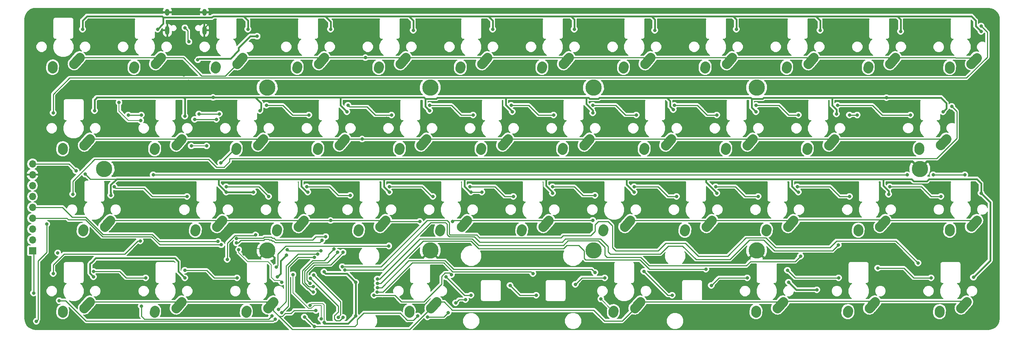
<source format=gbr>
G04 #@! TF.GenerationSoftware,KiCad,Pcbnew,(5.0.2)-1*
G04 #@! TF.CreationDate,2019-04-19T09:09:22-07:00*
G04 #@! TF.ProjectId,AngularRGB,416e6775-6c61-4725-9247-422e6b696361,v1.0*
G04 #@! TF.SameCoordinates,Original*
G04 #@! TF.FileFunction,Copper,L1,Top*
G04 #@! TF.FilePolarity,Positive*
%FSLAX46Y46*%
G04 Gerber Fmt 4.6, Leading zero omitted, Abs format (unit mm)*
G04 Created by KiCad (PCBNEW (5.0.2)-1) date 2019-04-19 9:09:22 AM*
%MOMM*%
%LPD*%
G01*
G04 APERTURE LIST*
G04 #@! TA.AperFunction,ComponentPad*
%ADD10C,2.250000*%
G04 #@! TD*
G04 #@! TA.AperFunction,Conductor*
%ADD11C,2.250000*%
G04 #@! TD*
G04 #@! TA.AperFunction,ComponentPad*
%ADD12O,1.000000X1.600000*%
G04 #@! TD*
G04 #@! TA.AperFunction,ComponentPad*
%ADD13O,1.000000X2.100000*%
G04 #@! TD*
G04 #@! TA.AperFunction,ComponentPad*
%ADD14C,3.800000*%
G04 #@! TD*
G04 #@! TA.AperFunction,ComponentPad*
%ADD15R,1.700000X1.700000*%
G04 #@! TD*
G04 #@! TA.AperFunction,ComponentPad*
%ADD16O,1.700000X1.700000*%
G04 #@! TD*
G04 #@! TA.AperFunction,ViaPad*
%ADD17C,0.800000*%
G04 #@! TD*
G04 #@! TA.AperFunction,Conductor*
%ADD18C,0.250000*%
G04 #@! TD*
G04 #@! TA.AperFunction,Conductor*
%ADD19C,0.200000*%
G04 #@! TD*
G04 #@! TA.AperFunction,Conductor*
%ADD20C,0.400000*%
G04 #@! TD*
G04 APERTURE END LIST*
D10*
G04 #@! TO.P,SW28,1*
G04 #@! TO.N,R2*
X213739100Y-105663500D03*
X214394100Y-104933500D03*
D11*
G04 #@! TD*
G04 #@! TO.N,R2*
G04 #@! TO.C,SW28*
X215049100Y-104203500D02*
X213739100Y-105663500D01*
D10*
G04 #@! TO.P,SW28,2*
G04 #@! TO.N,Net-(D33-Pad2)*
X208699100Y-106743500D03*
X208719100Y-106453500D03*
D11*
G04 #@! TD*
G04 #@! TO.N,Net-(D33-Pad2)*
G04 #@! TO.C,SW28*
X208739100Y-106163500D02*
X208699100Y-106743500D01*
D10*
G04 #@! TO.P,SW31,2*
G04 #@! TO.N,Net-(D38-Pad2)*
X251505400Y-68366200D03*
D11*
G04 #@! TD*
G04 #@! TO.N,Net-(D38-Pad2)*
G04 #@! TO.C,SW31*
X251525400Y-68076200D02*
X251485400Y-68656200D01*
D10*
G04 #@! TO.P,SW31,2*
G04 #@! TO.N,Net-(D38-Pad2)*
X251485400Y-68656200D03*
G04 #@! TO.P,SW31,1*
G04 #@! TO.N,R0*
X257180400Y-66846200D03*
D11*
G04 #@! TD*
G04 #@! TO.N,R0*
G04 #@! TO.C,SW31*
X257835400Y-66116200D02*
X256525400Y-67576200D01*
D10*
G04 #@! TO.P,SW31,1*
G04 #@! TO.N,R0*
X256525400Y-67576200D03*
G04 #@! TD*
G04 #@! TO.P,SW2,2*
G04 #@! TO.N,Net-(D1-Pad2)*
X42031600Y-68340800D03*
D11*
G04 #@! TD*
G04 #@! TO.N,Net-(D1-Pad2)*
G04 #@! TO.C,SW2*
X42051600Y-68050800D02*
X42011600Y-68630800D01*
D10*
G04 #@! TO.P,SW2,2*
G04 #@! TO.N,Net-(D1-Pad2)*
X42011600Y-68630800D03*
G04 #@! TO.P,SW2,1*
G04 #@! TO.N,R0*
X47706600Y-66820800D03*
D11*
G04 #@! TD*
G04 #@! TO.N,R0*
G04 #@! TO.C,SW2*
X48361600Y-66090800D02*
X47051600Y-67550800D01*
D10*
G04 #@! TO.P,SW2,1*
G04 #@! TO.N,R0*
X47051600Y-67550800D03*
G04 #@! TD*
G04 #@! TO.P,SW3,1*
G04 #@! TO.N,R0*
X66063500Y-67563500D03*
X66718500Y-66833500D03*
D11*
G04 #@! TD*
G04 #@! TO.N,R0*
G04 #@! TO.C,SW3*
X67373500Y-66103500D02*
X66063500Y-67563500D01*
D10*
G04 #@! TO.P,SW3,2*
G04 #@! TO.N,Net-(D5-Pad2)*
X61023500Y-68643500D03*
X61043500Y-68353500D03*
D11*
G04 #@! TD*
G04 #@! TO.N,Net-(D5-Pad2)*
G04 #@! TO.C,SW3*
X61063500Y-68063500D02*
X61023500Y-68643500D01*
D10*
G04 #@! TO.P,SW4,1*
G04 #@! TO.N,R1*
X70889500Y-86613500D03*
X71544500Y-85883500D03*
D11*
G04 #@! TD*
G04 #@! TO.N,R1*
G04 #@! TO.C,SW4*
X72199500Y-85153500D02*
X70889500Y-86613500D01*
D10*
G04 #@! TO.P,SW4,2*
G04 #@! TO.N,Net-(D6-Pad2)*
X65849500Y-87693500D03*
X65869500Y-87403500D03*
D11*
G04 #@! TD*
G04 #@! TO.N,Net-(D6-Pad2)*
G04 #@! TO.C,SW4*
X65889500Y-87113500D02*
X65849500Y-87693500D01*
D10*
G04 #@! TO.P,SW5,2*
G04 #@! TO.N,Net-(D7-Pad2)*
X65869500Y-125503500D03*
D11*
G04 #@! TD*
G04 #@! TO.N,Net-(D7-Pad2)*
G04 #@! TO.C,SW5*
X65889500Y-125213500D02*
X65849500Y-125793500D01*
D10*
G04 #@! TO.P,SW5,2*
G04 #@! TO.N,Net-(D7-Pad2)*
X65849500Y-125793500D03*
G04 #@! TO.P,SW5,1*
G04 #@! TO.N,R3*
X71544500Y-123983500D03*
D11*
G04 #@! TD*
G04 #@! TO.N,R3*
G04 #@! TO.C,SW5*
X72199500Y-123253500D02*
X70889500Y-124713500D01*
D10*
G04 #@! TO.P,SW5,1*
G04 #@! TO.N,R3*
X70889500Y-124713500D03*
G04 #@! TD*
G04 #@! TO.P,SW6,1*
G04 #@! TO.N,R0*
X85113500Y-67563500D03*
X85768500Y-66833500D03*
D11*
G04 #@! TD*
G04 #@! TO.N,R0*
G04 #@! TO.C,SW6*
X86423500Y-66103500D02*
X85113500Y-67563500D01*
D10*
G04 #@! TO.P,SW6,2*
G04 #@! TO.N,Net-(D8-Pad2)*
X80073500Y-68643500D03*
X80093500Y-68353500D03*
D11*
G04 #@! TD*
G04 #@! TO.N,Net-(D8-Pad2)*
G04 #@! TO.C,SW6*
X80113500Y-68063500D02*
X80073500Y-68643500D01*
D10*
G04 #@! TO.P,SW7,2*
G04 #@! TO.N,Net-(D9-Pad2)*
X84919500Y-87403500D03*
D11*
G04 #@! TD*
G04 #@! TO.N,Net-(D9-Pad2)*
G04 #@! TO.C,SW7*
X84939500Y-87113500D02*
X84899500Y-87693500D01*
D10*
G04 #@! TO.P,SW7,2*
G04 #@! TO.N,Net-(D9-Pad2)*
X84899500Y-87693500D03*
G04 #@! TO.P,SW7,1*
G04 #@! TO.N,R1*
X90594500Y-85883500D03*
D11*
G04 #@! TD*
G04 #@! TO.N,R1*
G04 #@! TO.C,SW7*
X91249500Y-85153500D02*
X89939500Y-86613500D01*
D10*
G04 #@! TO.P,SW7,1*
G04 #@! TO.N,R1*
X89939500Y-86613500D03*
G04 #@! TD*
G04 #@! TO.P,SW8,1*
G04 #@! TO.N,R2*
X80389100Y-105663500D03*
X81044100Y-104933500D03*
D11*
G04 #@! TD*
G04 #@! TO.N,R2*
G04 #@! TO.C,SW8*
X81699100Y-104203500D02*
X80389100Y-105663500D01*
D10*
G04 #@! TO.P,SW8,2*
G04 #@! TO.N,Net-(D10-Pad2)*
X75349100Y-106743500D03*
X75369100Y-106453500D03*
D11*
G04 #@! TD*
G04 #@! TO.N,Net-(D10-Pad2)*
G04 #@! TO.C,SW8*
X75389100Y-106163500D02*
X75349100Y-106743500D01*
D10*
G04 #@! TO.P,SW9,2*
G04 #@! TO.N,Net-(D12-Pad2)*
X99143500Y-68353500D03*
D11*
G04 #@! TD*
G04 #@! TO.N,Net-(D12-Pad2)*
G04 #@! TO.C,SW9*
X99163500Y-68063500D02*
X99123500Y-68643500D01*
D10*
G04 #@! TO.P,SW9,2*
G04 #@! TO.N,Net-(D12-Pad2)*
X99123500Y-68643500D03*
G04 #@! TO.P,SW9,1*
G04 #@! TO.N,R0*
X104818500Y-66833500D03*
D11*
G04 #@! TD*
G04 #@! TO.N,R0*
G04 #@! TO.C,SW9*
X105473500Y-66103500D02*
X104163500Y-67563500D01*
D10*
G04 #@! TO.P,SW9,1*
G04 #@! TO.N,R0*
X104163500Y-67563500D03*
G04 #@! TD*
G04 #@! TO.P,SW10,1*
G04 #@! TO.N,R1*
X108989500Y-86613500D03*
X109644500Y-85883500D03*
D11*
G04 #@! TD*
G04 #@! TO.N,R1*
G04 #@! TO.C,SW10*
X110299500Y-85153500D02*
X108989500Y-86613500D01*
D10*
G04 #@! TO.P,SW10,2*
G04 #@! TO.N,Net-(D13-Pad2)*
X103949500Y-87693500D03*
X103969500Y-87403500D03*
D11*
G04 #@! TD*
G04 #@! TO.N,Net-(D13-Pad2)*
G04 #@! TO.C,SW10*
X103989500Y-87113500D02*
X103949500Y-87693500D01*
D10*
G04 #@! TO.P,SW11,1*
G04 #@! TO.N,R2*
X99439100Y-105663500D03*
X100094100Y-104933500D03*
D11*
G04 #@! TD*
G04 #@! TO.N,R2*
G04 #@! TO.C,SW11*
X100749100Y-104203500D02*
X99439100Y-105663500D01*
D10*
G04 #@! TO.P,SW11,2*
G04 #@! TO.N,Net-(D14-Pad2)*
X94399100Y-106743500D03*
X94419100Y-106453500D03*
D11*
G04 #@! TD*
G04 #@! TO.N,Net-(D14-Pad2)*
G04 #@! TO.C,SW11*
X94439100Y-106163500D02*
X94399100Y-106743500D01*
D10*
G04 #@! TO.P,SW12,2*
G04 #@! TO.N,Net-(D15-Pad2)*
X118193500Y-68353500D03*
D11*
G04 #@! TD*
G04 #@! TO.N,Net-(D15-Pad2)*
G04 #@! TO.C,SW12*
X118213500Y-68063500D02*
X118173500Y-68643500D01*
D10*
G04 #@! TO.P,SW12,2*
G04 #@! TO.N,Net-(D15-Pad2)*
X118173500Y-68643500D03*
G04 #@! TO.P,SW12,1*
G04 #@! TO.N,R0*
X123868500Y-66833500D03*
D11*
G04 #@! TD*
G04 #@! TO.N,R0*
G04 #@! TO.C,SW12*
X124523500Y-66103500D02*
X123213500Y-67563500D01*
D10*
G04 #@! TO.P,SW12,1*
G04 #@! TO.N,R0*
X123213500Y-67563500D03*
G04 #@! TD*
G04 #@! TO.P,SW13,1*
G04 #@! TO.N,R1*
X128039500Y-86613500D03*
X128694500Y-85883500D03*
D11*
G04 #@! TD*
G04 #@! TO.N,R1*
G04 #@! TO.C,SW13*
X129349500Y-85153500D02*
X128039500Y-86613500D01*
D10*
G04 #@! TO.P,SW13,2*
G04 #@! TO.N,Net-(D16-Pad2)*
X122999500Y-87693500D03*
X123019500Y-87403500D03*
D11*
G04 #@! TD*
G04 #@! TO.N,Net-(D16-Pad2)*
G04 #@! TO.C,SW13*
X123039500Y-87113500D02*
X122999500Y-87693500D01*
D10*
G04 #@! TO.P,SW14,2*
G04 #@! TO.N,Net-(D18-Pad2)*
X137243500Y-68353500D03*
D11*
G04 #@! TD*
G04 #@! TO.N,Net-(D18-Pad2)*
G04 #@! TO.C,SW14*
X137263500Y-68063500D02*
X137223500Y-68643500D01*
D10*
G04 #@! TO.P,SW14,2*
G04 #@! TO.N,Net-(D18-Pad2)*
X137223500Y-68643500D03*
G04 #@! TO.P,SW14,1*
G04 #@! TO.N,R0*
X142918500Y-66833500D03*
D11*
G04 #@! TD*
G04 #@! TO.N,R0*
G04 #@! TO.C,SW14*
X143573500Y-66103500D02*
X142263500Y-67563500D01*
D10*
G04 #@! TO.P,SW14,1*
G04 #@! TO.N,R0*
X142263500Y-67563500D03*
G04 #@! TD*
G04 #@! TO.P,SW15,1*
G04 #@! TO.N,R1*
X147089500Y-86613500D03*
X147744500Y-85883500D03*
D11*
G04 #@! TD*
G04 #@! TO.N,R1*
G04 #@! TO.C,SW15*
X148399500Y-85153500D02*
X147089500Y-86613500D01*
D10*
G04 #@! TO.P,SW15,2*
G04 #@! TO.N,Net-(D19-Pad2)*
X142049500Y-87693500D03*
X142069500Y-87403500D03*
D11*
G04 #@! TD*
G04 #@! TO.N,Net-(D19-Pad2)*
G04 #@! TO.C,SW15*
X142089500Y-87113500D02*
X142049500Y-87693500D01*
D10*
G04 #@! TO.P,SW16,2*
G04 #@! TO.N,Net-(D20-Pad2)*
X132519100Y-106453500D03*
D11*
G04 #@! TD*
G04 #@! TO.N,Net-(D20-Pad2)*
G04 #@! TO.C,SW16*
X132539100Y-106163500D02*
X132499100Y-106743500D01*
D10*
G04 #@! TO.P,SW16,2*
G04 #@! TO.N,Net-(D20-Pad2)*
X132499100Y-106743500D03*
G04 #@! TO.P,SW16,1*
G04 #@! TO.N,R2*
X138194100Y-104933500D03*
D11*
G04 #@! TD*
G04 #@! TO.N,R2*
G04 #@! TO.C,SW16*
X138849100Y-104203500D02*
X137539100Y-105663500D01*
D10*
G04 #@! TO.P,SW16,1*
G04 #@! TO.N,R2*
X137539100Y-105663500D03*
G04 #@! TD*
G04 #@! TO.P,SW17,2*
G04 #@! TO.N,Net-(D21-Pad2)*
X156293500Y-68353500D03*
D11*
G04 #@! TD*
G04 #@! TO.N,Net-(D21-Pad2)*
G04 #@! TO.C,SW17*
X156313500Y-68063500D02*
X156273500Y-68643500D01*
D10*
G04 #@! TO.P,SW17,2*
G04 #@! TO.N,Net-(D21-Pad2)*
X156273500Y-68643500D03*
G04 #@! TO.P,SW17,1*
G04 #@! TO.N,R0*
X161968500Y-66833500D03*
D11*
G04 #@! TD*
G04 #@! TO.N,R0*
G04 #@! TO.C,SW17*
X162623500Y-66103500D02*
X161313500Y-67563500D01*
D10*
G04 #@! TO.P,SW17,1*
G04 #@! TO.N,R0*
X161313500Y-67563500D03*
G04 #@! TD*
G04 #@! TO.P,SW18,2*
G04 #@! TO.N,Net-(D22-Pad2)*
X161119500Y-87403500D03*
D11*
G04 #@! TD*
G04 #@! TO.N,Net-(D22-Pad2)*
G04 #@! TO.C,SW18*
X161139500Y-87113500D02*
X161099500Y-87693500D01*
D10*
G04 #@! TO.P,SW18,2*
G04 #@! TO.N,Net-(D22-Pad2)*
X161099500Y-87693500D03*
G04 #@! TO.P,SW18,1*
G04 #@! TO.N,R1*
X166794500Y-85883500D03*
D11*
G04 #@! TD*
G04 #@! TO.N,R1*
G04 #@! TO.C,SW18*
X167449500Y-85153500D02*
X166139500Y-86613500D01*
D10*
G04 #@! TO.P,SW18,1*
G04 #@! TO.N,R1*
X166139500Y-86613500D03*
G04 #@! TD*
G04 #@! TO.P,SW19,1*
G04 #@! TO.N,R2*
X156589100Y-105663500D03*
X157244100Y-104933500D03*
D11*
G04 #@! TD*
G04 #@! TO.N,R2*
G04 #@! TO.C,SW19*
X157899100Y-104203500D02*
X156589100Y-105663500D01*
D10*
G04 #@! TO.P,SW19,2*
G04 #@! TO.N,Net-(D23-Pad2)*
X151549100Y-106743500D03*
X151569100Y-106453500D03*
D11*
G04 #@! TD*
G04 #@! TO.N,Net-(D23-Pad2)*
G04 #@! TO.C,SW19*
X151589100Y-106163500D02*
X151549100Y-106743500D01*
D10*
G04 #@! TO.P,SW20,1*
G04 #@! TO.N,R0*
X180363500Y-67563500D03*
X181018500Y-66833500D03*
D11*
G04 #@! TD*
G04 #@! TO.N,R0*
G04 #@! TO.C,SW20*
X181673500Y-66103500D02*
X180363500Y-67563500D01*
D10*
G04 #@! TO.P,SW20,2*
G04 #@! TO.N,Net-(D24-Pad2)*
X175323500Y-68643500D03*
X175343500Y-68353500D03*
D11*
G04 #@! TD*
G04 #@! TO.N,Net-(D24-Pad2)*
G04 #@! TO.C,SW20*
X175363500Y-68063500D02*
X175323500Y-68643500D01*
D10*
G04 #@! TO.P,SW21,2*
G04 #@! TO.N,Net-(D25-Pad2)*
X180169500Y-87403500D03*
D11*
G04 #@! TD*
G04 #@! TO.N,Net-(D25-Pad2)*
G04 #@! TO.C,SW21*
X180189500Y-87113500D02*
X180149500Y-87693500D01*
D10*
G04 #@! TO.P,SW21,2*
G04 #@! TO.N,Net-(D25-Pad2)*
X180149500Y-87693500D03*
G04 #@! TO.P,SW21,1*
G04 #@! TO.N,R1*
X185844500Y-85883500D03*
D11*
G04 #@! TD*
G04 #@! TO.N,R1*
G04 #@! TO.C,SW21*
X186499500Y-85153500D02*
X185189500Y-86613500D01*
D10*
G04 #@! TO.P,SW21,1*
G04 #@! TO.N,R1*
X185189500Y-86613500D03*
G04 #@! TD*
G04 #@! TO.P,SW22,1*
G04 #@! TO.N,R2*
X175639100Y-105663500D03*
X176294100Y-104933500D03*
D11*
G04 #@! TD*
G04 #@! TO.N,R2*
G04 #@! TO.C,SW22*
X176949100Y-104203500D02*
X175639100Y-105663500D01*
D10*
G04 #@! TO.P,SW22,2*
G04 #@! TO.N,Net-(D26-Pad2)*
X170599100Y-106743500D03*
X170619100Y-106453500D03*
D11*
G04 #@! TD*
G04 #@! TO.N,Net-(D26-Pad2)*
G04 #@! TO.C,SW22*
X170639100Y-106163500D02*
X170599100Y-106743500D01*
D10*
G04 #@! TO.P,SW23,2*
G04 #@! TO.N,Net-(D28-Pad2)*
X194393500Y-68353500D03*
D11*
G04 #@! TD*
G04 #@! TO.N,Net-(D28-Pad2)*
G04 #@! TO.C,SW23*
X194413500Y-68063500D02*
X194373500Y-68643500D01*
D10*
G04 #@! TO.P,SW23,2*
G04 #@! TO.N,Net-(D28-Pad2)*
X194373500Y-68643500D03*
G04 #@! TO.P,SW23,1*
G04 #@! TO.N,R0*
X200068500Y-66833500D03*
D11*
G04 #@! TD*
G04 #@! TO.N,R0*
G04 #@! TO.C,SW23*
X200723500Y-66103500D02*
X199413500Y-67563500D01*
D10*
G04 #@! TO.P,SW23,1*
G04 #@! TO.N,R0*
X199413500Y-67563500D03*
G04 #@! TD*
G04 #@! TO.P,SW24,1*
G04 #@! TO.N,R1*
X204239500Y-86613500D03*
X204894500Y-85883500D03*
D11*
G04 #@! TD*
G04 #@! TO.N,R1*
G04 #@! TO.C,SW24*
X205549500Y-85153500D02*
X204239500Y-86613500D01*
D10*
G04 #@! TO.P,SW24,2*
G04 #@! TO.N,Net-(D29-Pad2)*
X199199500Y-87693500D03*
X199219500Y-87403500D03*
D11*
G04 #@! TD*
G04 #@! TO.N,Net-(D29-Pad2)*
G04 #@! TO.C,SW24*
X199239500Y-87113500D02*
X199199500Y-87693500D01*
D10*
G04 #@! TO.P,SW25,2*
G04 #@! TO.N,Net-(D30-Pad2)*
X189669100Y-106453500D03*
D11*
G04 #@! TD*
G04 #@! TO.N,Net-(D30-Pad2)*
G04 #@! TO.C,SW25*
X189689100Y-106163500D02*
X189649100Y-106743500D01*
D10*
G04 #@! TO.P,SW25,2*
G04 #@! TO.N,Net-(D30-Pad2)*
X189649100Y-106743500D03*
G04 #@! TO.P,SW25,1*
G04 #@! TO.N,R2*
X195344100Y-104933500D03*
D11*
G04 #@! TD*
G04 #@! TO.N,R2*
G04 #@! TO.C,SW25*
X195999100Y-104203500D02*
X194689100Y-105663500D01*
D10*
G04 #@! TO.P,SW25,1*
G04 #@! TO.N,R2*
X194689100Y-105663500D03*
G04 #@! TD*
G04 #@! TO.P,SW26,1*
G04 #@! TO.N,R0*
X218463500Y-67563500D03*
X219118500Y-66833500D03*
D11*
G04 #@! TD*
G04 #@! TO.N,R0*
G04 #@! TO.C,SW26*
X219773500Y-66103500D02*
X218463500Y-67563500D01*
D10*
G04 #@! TO.P,SW26,2*
G04 #@! TO.N,Net-(D31-Pad2)*
X213423500Y-68643500D03*
X213443500Y-68353500D03*
D11*
G04 #@! TD*
G04 #@! TO.N,Net-(D31-Pad2)*
G04 #@! TO.C,SW26*
X213463500Y-68063500D02*
X213423500Y-68643500D01*
D10*
G04 #@! TO.P,SW27,2*
G04 #@! TO.N,Net-(D32-Pad2)*
X218269500Y-87403500D03*
D11*
G04 #@! TD*
G04 #@! TO.N,Net-(D32-Pad2)*
G04 #@! TO.C,SW27*
X218289500Y-87113500D02*
X218249500Y-87693500D01*
D10*
G04 #@! TO.P,SW27,2*
G04 #@! TO.N,Net-(D32-Pad2)*
X218249500Y-87693500D03*
G04 #@! TO.P,SW27,1*
G04 #@! TO.N,R1*
X223944500Y-85883500D03*
D11*
G04 #@! TD*
G04 #@! TO.N,R1*
G04 #@! TO.C,SW27*
X224599500Y-85153500D02*
X223289500Y-86613500D01*
D10*
G04 #@! TO.P,SW27,1*
G04 #@! TO.N,R1*
X223289500Y-86613500D03*
G04 #@! TD*
G04 #@! TO.P,SW29,2*
G04 #@! TO.N,Net-(D35-Pad2)*
X232493500Y-68353500D03*
D11*
G04 #@! TD*
G04 #@! TO.N,Net-(D35-Pad2)*
G04 #@! TO.C,SW29*
X232513500Y-68063500D02*
X232473500Y-68643500D01*
D10*
G04 #@! TO.P,SW29,2*
G04 #@! TO.N,Net-(D35-Pad2)*
X232473500Y-68643500D03*
G04 #@! TO.P,SW29,1*
G04 #@! TO.N,R0*
X238168500Y-66833500D03*
D11*
G04 #@! TD*
G04 #@! TO.N,R0*
G04 #@! TO.C,SW29*
X238823500Y-66103500D02*
X237513500Y-67563500D01*
D10*
G04 #@! TO.P,SW29,1*
G04 #@! TO.N,R0*
X237513500Y-67563500D03*
G04 #@! TD*
G04 #@! TO.P,SW30,1*
G04 #@! TO.N,R3*
X232751000Y-124713500D03*
X233406000Y-123983500D03*
D11*
G04 #@! TD*
G04 #@! TO.N,R3*
G04 #@! TO.C,SW30*
X234061000Y-123253500D02*
X232751000Y-124713500D01*
D10*
G04 #@! TO.P,SW30,2*
G04 #@! TO.N,Net-(D37-Pad2)*
X227711000Y-125793500D03*
X227731000Y-125503500D03*
D11*
G04 #@! TD*
G04 #@! TO.N,Net-(D37-Pad2)*
G04 #@! TO.C,SW30*
X227751000Y-125213500D02*
X227711000Y-125793500D01*
D10*
G04 #@! TO.P,SW32,1*
G04 #@! TO.N,R2*
X256538100Y-105638100D03*
X257193100Y-104908100D03*
D11*
G04 #@! TD*
G04 #@! TO.N,R2*
G04 #@! TO.C,SW32*
X257848100Y-104178100D02*
X256538100Y-105638100D01*
D10*
G04 #@! TO.P,SW32,2*
G04 #@! TO.N,Net-(D40-Pad2)*
X251498100Y-106718100D03*
X251518100Y-106428100D03*
D11*
G04 #@! TD*
G04 #@! TO.N,Net-(D40-Pad2)*
G04 #@! TO.C,SW32*
X251538100Y-106138100D02*
X251498100Y-106718100D01*
D10*
G04 #@! TO.P,SW1.25U1,2*
G04 #@! TO.N,Net-(D2-Pad2)*
X44406500Y-87403500D03*
D11*
G04 #@! TD*
G04 #@! TO.N,Net-(D2-Pad2)*
G04 #@! TO.C,SW1.25U1*
X44426500Y-87113500D02*
X44386500Y-87693500D01*
D10*
G04 #@! TO.P,SW1.25U1,2*
G04 #@! TO.N,Net-(D2-Pad2)*
X44386500Y-87693500D03*
G04 #@! TO.P,SW1.25U1,1*
G04 #@! TO.N,R1*
X50081500Y-85883500D03*
D11*
G04 #@! TD*
G04 #@! TO.N,R1*
G04 #@! TO.C,SW1.25U1*
X50736500Y-85153500D02*
X49426500Y-86613500D01*
D10*
G04 #@! TO.P,SW1.25U1,1*
G04 #@! TO.N,R1*
X49426500Y-86613500D03*
G04 #@! TD*
G04 #@! TO.P,SW1.25U2,1*
G04 #@! TO.N,R3*
X49426500Y-124713500D03*
X50081500Y-123983500D03*
D11*
G04 #@! TD*
G04 #@! TO.N,R3*
G04 #@! TO.C,SW1.25U2*
X50736500Y-123253500D02*
X49426500Y-124713500D01*
D10*
G04 #@! TO.P,SW1.25U2,2*
G04 #@! TO.N,Net-(D4-Pad2)*
X44386500Y-125793500D03*
X44406500Y-125503500D03*
D11*
G04 #@! TD*
G04 #@! TO.N,Net-(D4-Pad2)*
G04 #@! TO.C,SW1.25U2*
X44426500Y-125213500D02*
X44386500Y-125793500D01*
D10*
G04 #@! TO.P,SW1.25U3,2*
G04 #@! TO.N,Net-(D11-Pad2)*
X87269000Y-125503500D03*
D11*
G04 #@! TD*
G04 #@! TO.N,Net-(D11-Pad2)*
G04 #@! TO.C,SW1.25U3*
X87289000Y-125213500D02*
X87249000Y-125793500D01*
D10*
G04 #@! TO.P,SW1.25U3,2*
G04 #@! TO.N,Net-(D11-Pad2)*
X87249000Y-125793500D03*
G04 #@! TO.P,SW1.25U3,1*
G04 #@! TO.N,R3*
X92944000Y-123983500D03*
D11*
G04 #@! TD*
G04 #@! TO.N,R3*
G04 #@! TO.C,SW1.25U3*
X93599000Y-123253500D02*
X92289000Y-124713500D01*
D10*
G04 #@! TO.P,SW1.25U3,1*
G04 #@! TO.N,R3*
X92289000Y-124713500D03*
G04 #@! TD*
G04 #@! TO.P,SW1.25U4,1*
G04 #@! TO.N,R3*
X211288000Y-124713500D03*
X211943000Y-123983500D03*
D11*
G04 #@! TD*
G04 #@! TO.N,R3*
G04 #@! TO.C,SW1.25U4*
X212598000Y-123253500D02*
X211288000Y-124713500D01*
D10*
G04 #@! TO.P,SW1.25U4,2*
G04 #@! TO.N,Net-(D34-Pad2)*
X206248000Y-125793500D03*
X206268000Y-125503500D03*
D11*
G04 #@! TD*
G04 #@! TO.N,Net-(D34-Pad2)*
G04 #@! TO.C,SW1.25U4*
X206288000Y-125213500D02*
X206248000Y-125793500D01*
D10*
G04 #@! TO.P,SW1.25U5,2*
G04 #@! TO.N,Net-(D36-Pad2)*
X230156700Y-106453500D03*
D11*
G04 #@! TD*
G04 #@! TO.N,Net-(D36-Pad2)*
G04 #@! TO.C,SW1.25U5*
X230176700Y-106163500D02*
X230136700Y-106743500D01*
D10*
G04 #@! TO.P,SW1.25U5,2*
G04 #@! TO.N,Net-(D36-Pad2)*
X230136700Y-106743500D03*
G04 #@! TO.P,SW1.25U5,1*
G04 #@! TO.N,R2*
X235831700Y-104933500D03*
D11*
G04 #@! TD*
G04 #@! TO.N,R2*
G04 #@! TO.C,SW1.25U5*
X236486700Y-104203500D02*
X235176700Y-105663500D01*
D10*
G04 #@! TO.P,SW1.25U5,1*
G04 #@! TO.N,R2*
X235176700Y-105663500D03*
G04 #@! TD*
G04 #@! TO.P,SW1.25U6,1*
G04 #@! TO.N,R3*
X254150500Y-124713500D03*
X254805500Y-123983500D03*
D11*
G04 #@! TD*
G04 #@! TO.N,R3*
G04 #@! TO.C,SW1.25U6*
X255460500Y-123253500D02*
X254150500Y-124713500D01*
D10*
G04 #@! TO.P,SW1.25U6,2*
G04 #@! TO.N,Net-(D41-Pad2)*
X249110500Y-125793500D03*
X249130500Y-125503500D03*
D11*
G04 #@! TD*
G04 #@! TO.N,Net-(D41-Pad2)*
G04 #@! TO.C,SW1.25U6*
X249150500Y-125213500D02*
X249110500Y-125793500D01*
D10*
G04 #@! TO.P,SW1.75U1,1*
G04 #@! TO.N,R2*
X54189000Y-105663500D03*
X54844000Y-104933500D03*
D11*
G04 #@! TD*
G04 #@! TO.N,R2*
G04 #@! TO.C,SW1.75U1*
X55499000Y-104203500D02*
X54189000Y-105663500D01*
D10*
G04 #@! TO.P,SW1.75U1,2*
G04 #@! TO.N,Net-(D3-Pad2)*
X49149000Y-106743500D03*
X49169000Y-106453500D03*
D11*
G04 #@! TD*
G04 #@! TO.N,Net-(D3-Pad2)*
G04 #@! TO.C,SW1.75U1*
X49189000Y-106163500D02*
X49149000Y-106743500D01*
D10*
G04 #@! TO.P,SW1.75U2,2*
G04 #@! TO.N,Net-(D39-Pad2)*
X244380700Y-87378100D03*
D11*
G04 #@! TD*
G04 #@! TO.N,Net-(D39-Pad2)*
G04 #@! TO.C,SW1.75U2*
X244400700Y-87088100D02*
X244360700Y-87668100D01*
D10*
G04 #@! TO.P,SW1.75U2,2*
G04 #@! TO.N,Net-(D39-Pad2)*
X244360700Y-87668100D03*
G04 #@! TO.P,SW1.75U2,1*
G04 #@! TO.N,R1*
X250055700Y-85858100D03*
D11*
G04 #@! TD*
G04 #@! TO.N,R1*
G04 #@! TO.C,SW1.75U2*
X250710700Y-85128100D02*
X249400700Y-86588100D01*
D10*
G04 #@! TO.P,SW1.75U2,1*
G04 #@! TO.N,R1*
X249400700Y-86588100D03*
G04 #@! TD*
D12*
G04 #@! TO.P,USB1,13*
G04 #@! TO.N,GND*
X77470000Y-55510000D03*
X68830000Y-55510000D03*
D13*
X77470000Y-59690000D03*
X68830000Y-59690000D03*
G04 #@! TD*
D10*
G04 #@! TO.P,SW2.25U1,1*
G04 #@! TO.N,R3*
X177982250Y-124713500D03*
X178637250Y-123983500D03*
D11*
G04 #@! TD*
G04 #@! TO.N,R3*
G04 #@! TO.C,SW2.25U1*
X179292250Y-123253500D02*
X177982250Y-124713500D01*
D10*
G04 #@! TO.P,SW2.25U1,2*
G04 #@! TO.N,Net-(D27-Pad2)*
X172942250Y-125793500D03*
X172962250Y-125503500D03*
D11*
G04 #@! TD*
G04 #@! TO.N,Net-(D27-Pad2)*
G04 #@! TO.C,SW2.25U1*
X172982250Y-125213500D02*
X172942250Y-125793500D01*
D10*
G04 #@! TO.P,SW2.75U1,1*
G04 #@! TO.N,R3*
X130357250Y-124713500D03*
X131012250Y-123983500D03*
D11*
G04 #@! TD*
G04 #@! TO.N,R3*
G04 #@! TO.C,SW2.75U1*
X131667250Y-123253500D02*
X130357250Y-124713500D01*
D10*
G04 #@! TO.P,SW2.75U1,2*
G04 #@! TO.N,Net-(D17-Pad2)*
X125317250Y-125793500D03*
X125337250Y-125503500D03*
D11*
G04 #@! TD*
G04 #@! TO.N,Net-(D17-Pad2)*
G04 #@! TO.C,SW2.75U1*
X125357250Y-125213500D02*
X125317250Y-125793500D01*
D10*
G04 #@! TO.P,SW33,1*
G04 #@! TO.N,R2*
X118489100Y-105663500D03*
X119144100Y-104933500D03*
D11*
G04 #@! TD*
G04 #@! TO.N,R2*
G04 #@! TO.C,SW33*
X119799100Y-104203500D02*
X118489100Y-105663500D01*
D10*
G04 #@! TO.P,SW33,2*
G04 #@! TO.N,Net-(D42-Pad2)*
X113449100Y-106743500D03*
X113469100Y-106453500D03*
D11*
G04 #@! TD*
G04 #@! TO.N,Net-(D42-Pad2)*
G04 #@! TO.C,SW33*
X113489100Y-106163500D02*
X113449100Y-106743500D01*
D14*
G04 #@! TO.P,H1,1*
G04 #@! TO.N,GND*
X92151200Y-73075800D03*
G04 #@! TD*
G04 #@! TO.P,H2,1*
G04 #@! TO.N,GND*
X92151200Y-111201200D03*
G04 #@! TD*
G04 #@! TO.P,H3,1*
G04 #@! TO.N,GND*
X54051200Y-92125800D03*
G04 #@! TD*
G04 #@! TO.P,H4,1*
G04 #@! TO.N,GND*
X206425800Y-73075800D03*
G04 #@! TD*
G04 #@! TO.P,H5,1*
G04 #@! TO.N,GND*
X244525800Y-92125800D03*
G04 #@! TD*
G04 #@! TO.P,H6,1*
G04 #@! TO.N,GND*
X206425800Y-111201200D03*
G04 #@! TD*
G04 #@! TO.P,H7,1*
G04 #@! TO.N,GND*
X130225800Y-73101200D03*
G04 #@! TD*
G04 #@! TO.P,H8,1*
G04 #@! TO.N,GND*
X130225800Y-111201200D03*
G04 #@! TD*
G04 #@! TO.P,H9,1*
G04 #@! TO.N,GND*
X168351200Y-73101200D03*
G04 #@! TD*
G04 #@! TO.P,H10,1*
G04 #@! TO.N,GND*
X168351200Y-111175800D03*
G04 #@! TD*
D15*
G04 #@! TO.P,J1,1*
G04 #@! TO.N,/SCK*
X37338000Y-111252000D03*
D16*
G04 #@! TO.P,J1,2*
G04 #@! TO.N,/MISO*
X37338000Y-108712000D03*
G04 #@! TO.P,J1,3*
G04 #@! TO.N,/MOSI*
X37338000Y-106172000D03*
G04 #@! TO.P,J1,4*
G04 #@! TO.N,/CS*
X37338000Y-103632000D03*
G04 #@! TO.P,J1,5*
G04 #@! TO.N,/IRQ*
X37338000Y-101092000D03*
G04 #@! TO.P,J1,6*
G04 #@! TO.N,Net-(J1-Pad6)*
X37338000Y-98552000D03*
G04 #@! TO.P,J1,7*
G04 #@! TO.N,/RST*
X37338000Y-96012000D03*
G04 #@! TO.P,J1,8*
G04 #@! TO.N,GND*
X37338000Y-93472000D03*
G04 #@! TO.P,J1,9*
G04 #@! TO.N,VCC*
X37338000Y-90932000D03*
G04 #@! TD*
D17*
G04 #@! TO.N,GND*
X68072000Y-61849000D03*
X77851000Y-61976000D03*
X71120000Y-55753000D03*
X75057000Y-55753000D03*
X71882000Y-64897000D03*
X75057000Y-66040000D03*
X68326000Y-68326000D03*
X72644000Y-70104000D03*
X79248000Y-65024000D03*
X79375000Y-62230000D03*
X79375000Y-55499000D03*
X98806000Y-115697000D03*
X97536000Y-124968000D03*
X118110000Y-123571000D03*
X118999000Y-128143000D03*
X116586000Y-116967000D03*
X110236000Y-113284000D03*
X103632000Y-115824000D03*
X80899000Y-115189000D03*
X86741000Y-112014000D03*
X89154000Y-110363000D03*
X84836000Y-115189000D03*
X100965000Y-114046000D03*
X113157000Y-111887000D03*
X112141000Y-116586000D03*
X104013000Y-128143000D03*
X101600000Y-125984000D03*
X78740000Y-57658000D03*
X70866000Y-72263000D03*
X73787000Y-71628000D03*
X70999949Y-67630000D03*
X63754000Y-78232000D03*
X94107000Y-79756000D03*
X97536000Y-80137000D03*
X113538000Y-80391000D03*
X116840000Y-80264000D03*
X120015000Y-80264000D03*
X136144000Y-80391000D03*
X139192000Y-80518000D03*
X151384000Y-80645000D03*
X155321000Y-80772000D03*
X172720000Y-80772000D03*
X175768000Y-80772000D03*
X191770000Y-80772000D03*
X195834000Y-80645000D03*
X212598000Y-80899000D03*
X217678000Y-81407000D03*
X227584000Y-81280000D03*
X231394000Y-82931000D03*
X74168000Y-76962000D03*
X71628000Y-81407000D03*
X68453000Y-87376000D03*
X71120000Y-91567000D03*
X66675000Y-97028000D03*
X59436000Y-92837000D03*
X59182000Y-87630000D03*
X59436000Y-102743000D03*
X66294000Y-102489000D03*
X66040000Y-106299000D03*
X58801000Y-106172000D03*
X55245000Y-121920000D03*
X55118000Y-125095000D03*
X76200000Y-124968000D03*
X76073000Y-122301000D03*
X85725000Y-102489000D03*
X83439000Y-92583000D03*
X83820000Y-106807000D03*
X77597000Y-107696000D03*
X90932000Y-105283000D03*
X106426000Y-100076000D03*
X112776000Y-103251000D03*
X129921000Y-95885000D03*
X127508000Y-98552000D03*
X148463000Y-105537000D03*
X150876000Y-102997000D03*
X148082000Y-96393000D03*
X146177000Y-99060000D03*
X123317000Y-106934000D03*
X102489000Y-106680000D03*
X94107000Y-118999000D03*
X132334000Y-128651000D03*
X144399000Y-112014000D03*
X161036000Y-129032000D03*
X165608000Y-116586000D03*
X185801000Y-119380000D03*
X183261000Y-107442000D03*
X183134000Y-113538000D03*
X190627000Y-113665000D03*
X199644000Y-109474000D03*
X205232000Y-96520000D03*
X220726000Y-101473000D03*
X241300000Y-102489000D03*
X227203000Y-96393000D03*
X186563000Y-96266000D03*
X166751000Y-96012000D03*
X248539000Y-96774000D03*
X220853000Y-107569000D03*
X130048000Y-107061000D03*
X134874000Y-112522000D03*
X95631000Y-87503000D03*
X107061000Y-88519000D03*
X131699000Y-87884000D03*
X151003000Y-88011000D03*
X170561000Y-88138000D03*
X189484000Y-88265000D03*
X208915000Y-88265000D03*
X227076000Y-88519000D03*
X237109000Y-88011000D03*
X251841000Y-80010000D03*
X246126000Y-67818000D03*
X225679000Y-68580000D03*
X206883000Y-68453000D03*
X186690000Y-68834000D03*
X168021000Y-68326000D03*
X148717000Y-68580000D03*
X130302000Y-68707000D03*
X111379000Y-68580000D03*
X95504000Y-68580000D03*
X106426000Y-73025000D03*
X117348000Y-73406000D03*
X124714000Y-73406000D03*
X146177000Y-73406000D03*
X161036000Y-73152000D03*
X184404000Y-73152000D03*
X201422000Y-73152000D03*
X187833000Y-64135000D03*
X168402000Y-64262000D03*
X149098000Y-63881000D03*
X129667000Y-63373000D03*
X111252000Y-62992000D03*
X94615000Y-64389000D03*
X206121000Y-62865000D03*
X225679000Y-62992000D03*
X245364000Y-65151000D03*
X247396000Y-58039000D03*
X208407000Y-58293000D03*
X228346000Y-58547000D03*
X257048000Y-62230000D03*
X163703000Y-106045000D03*
X124587000Y-119507000D03*
X126873000Y-112395000D03*
X141986000Y-105791000D03*
X141478000Y-100076000D03*
X138684000Y-109855000D03*
X137287000Y-118237000D03*
X36830000Y-125984000D03*
X257302000Y-100584000D03*
X130937000Y-119507000D03*
X128016000Y-124587000D03*
X89916000Y-125857000D03*
G04 #@! TO.N,VCC*
X105410000Y-116205000D03*
X112776000Y-126492000D03*
X105410000Y-128016000D03*
X112776000Y-118618000D03*
X49022000Y-59436000D03*
X258826000Y-59944000D03*
X240030000Y-59944000D03*
X221234000Y-59690000D03*
X201676000Y-59436000D03*
X182626000Y-59690000D03*
X163830000Y-59436000D03*
X144780000Y-59436000D03*
X126238000Y-59690000D03*
X106934000Y-59436000D03*
X87630000Y-59436000D03*
X66548000Y-59436000D03*
X51816000Y-78486000D03*
X249936000Y-78740000D03*
X72898000Y-79756000D03*
X90424000Y-78486000D03*
X110744000Y-78740000D03*
X130048000Y-78486000D03*
X149352000Y-78740000D03*
X168148000Y-78994000D03*
X186944000Y-78232000D03*
X206248000Y-78740000D03*
X225044000Y-79248000D03*
X55626000Y-98298000D03*
X258826000Y-97790000D03*
X82550000Y-97536000D03*
X101600000Y-97536000D03*
X120650000Y-97536000D03*
X139700000Y-97536000D03*
X158750000Y-97790000D03*
X177800000Y-97536000D03*
X197104000Y-97790000D03*
X216154000Y-97536000D03*
X237236000Y-98044000D03*
X51562000Y-117348000D03*
X72898000Y-117602000D03*
X96622002Y-112268000D03*
X94488000Y-117348000D03*
X213868000Y-118618000D03*
X220472000Y-120396000D03*
X228092000Y-79502000D03*
X229898500Y-79502000D03*
X236728000Y-75438000D03*
X142240000Y-97536000D03*
X88900000Y-97536000D03*
X79502000Y-75401201D03*
X257048000Y-117475000D03*
X49657000Y-93345000D03*
X47498000Y-92583000D03*
X102108000Y-124079000D03*
G04 #@! TO.N,C0*
X103124000Y-112776000D03*
X43243000Y-111760000D03*
X95504000Y-125730000D03*
X93980000Y-127254000D03*
X43561000Y-122936000D03*
G04 #@! TO.N,C1*
X103886000Y-112014000D03*
X94742000Y-124968000D03*
X93218000Y-126492000D03*
X62738000Y-124206000D03*
G04 #@! TO.N,C2*
X80949800Y-79248000D03*
X76200000Y-79248000D03*
X104648000Y-111252000D03*
X82804000Y-113284000D03*
X96774000Y-110998000D03*
X89408000Y-107569000D03*
G04 #@! TO.N,Net-(D9-Pad2)*
X81280000Y-90678000D03*
G04 #@! TO.N,C5*
X117089347Y-121661347D03*
X135128000Y-116883030D03*
G04 #@! TO.N,C6*
X117851347Y-120899347D03*
X154178000Y-116586000D03*
G04 #@! TO.N,C7*
X117856000Y-119888000D03*
X117856000Y-119888000D03*
X168656000Y-116332000D03*
G04 #@! TO.N,Net-(D27-Pad2)*
X170053000Y-122555000D03*
G04 #@! TO.N,C8*
X117856000Y-118872000D03*
X194564000Y-115570000D03*
G04 #@! TO.N,C9*
X117856000Y-117856000D03*
X216662000Y-112522000D03*
G04 #@! TO.N,C10*
X110236000Y-115804999D03*
X225488500Y-109918500D03*
G04 #@! TO.N,C11*
X109671593Y-114979499D03*
X244094000Y-114134500D03*
G04 #@! TO.N,Net-(R1-Pad2)*
X100838000Y-126746000D03*
X136144000Y-123444000D03*
X138430000Y-122682000D03*
X103154713Y-128944756D03*
X127254000Y-126492000D03*
X129540000Y-126746000D03*
X134366000Y-125730000D03*
G04 #@! TO.N,/D+*
X102987232Y-116976768D03*
X108712000Y-126873000D03*
G04 #@! TO.N,/D-*
X102244768Y-117719232D03*
X109855000Y-126873000D03*
G04 #@! TO.N,R0*
X102108000Y-118872000D03*
X115062000Y-66103500D03*
X109855000Y-111633000D03*
G04 #@! TO.N,R1*
X102870000Y-119634000D03*
X114300000Y-85153500D03*
X108585000Y-111633000D03*
G04 #@! TO.N,R3*
X103509653Y-125226653D03*
G04 #@! TO.N,R2*
X106934000Y-104203500D03*
X102870000Y-120904000D03*
X135382000Y-104394000D03*
X127762000Y-104394000D03*
X168148000Y-104140000D03*
X107696000Y-110871000D03*
G04 #@! TO.N,/VBUS*
X89789000Y-61087000D03*
X75920600Y-66594400D03*
G04 #@! TO.N,/DN_PRE*
X72924200Y-59105800D03*
X73892314Y-62376870D03*
G04 #@! TO.N,LED_INPUT*
X104732000Y-127173020D03*
X98171000Y-116840000D03*
X95504000Y-118618000D03*
X85471000Y-110998000D03*
X77978000Y-86741000D03*
X74422000Y-86741000D03*
X62611000Y-80772000D03*
X57531000Y-76581000D03*
G04 #@! TO.N,Net-(LED2-Pad2)*
X59690000Y-79502000D03*
X62738000Y-79502000D03*
G04 #@! TO.N,Net-(LED2-Pad4)*
X258826000Y-58674000D03*
X42164000Y-78994000D03*
G04 #@! TO.N,Net-(LED3-Pad4)*
X251968000Y-77470000D03*
X46736000Y-98044000D03*
G04 #@! TO.N,Net-(LED10-Pad4)*
X56388000Y-96266000D03*
X73406000Y-98552000D03*
G04 #@! TO.N,Net-(LED4-Pad4)*
X255016000Y-93472000D03*
X247650000Y-93472000D03*
X241554000Y-93472000D03*
X65532000Y-93472000D03*
X62484000Y-108966000D03*
X42164000Y-116586000D03*
G04 #@! TO.N,Net-(LED4-Pad2)*
X51562000Y-116078000D03*
X63754000Y-117602000D03*
G04 #@! TO.N,Net-(LED6-Pad2)*
X75184000Y-80518000D03*
X80264000Y-80518000D03*
G04 #@! TO.N,Net-(LED11-Pad4)*
X72898000Y-115824000D03*
X85090000Y-117602000D03*
G04 #@! TO.N,Net-(LED13-Pad4)*
X91948000Y-77216000D03*
X101854000Y-79502000D03*
G04 #@! TO.N,Net-(LED10-Pad2)*
X82550000Y-96266000D03*
X92456000Y-98552000D03*
G04 #@! TO.N,Net-(LED11-Pad2)*
X94234000Y-115062000D03*
X120553599Y-110139599D03*
G04 #@! TO.N,Net-(LED13-Pad2)*
X110998000Y-77216000D03*
X121158000Y-79502000D03*
G04 #@! TO.N,Net-(LED14-Pad2)*
X101346000Y-96266000D03*
X111506000Y-98298000D03*
G04 #@! TO.N,Net-(LED17-Pad2)*
X130048000Y-77216000D03*
X140208000Y-79502000D03*
G04 #@! TO.N,Net-(LED18-Pad2)*
X120650000Y-96266000D03*
X130810000Y-98552000D03*
G04 #@! TO.N,Net-(LED19-Pad2)*
X133858000Y-117348000D03*
X139700000Y-121666000D03*
G04 #@! TO.N,Net-(LED21-Pad2)*
X149098000Y-77216000D03*
X159004000Y-79502000D03*
G04 #@! TO.N,Net-(LED22-Pad2)*
X139446000Y-96266000D03*
X149606000Y-98552000D03*
G04 #@! TO.N,Net-(LED23-Pad2)*
X148844000Y-119380000D03*
X154940000Y-121666000D03*
G04 #@! TO.N,Net-(LED25-Pad2)*
X168148000Y-77216000D03*
X178308000Y-79502000D03*
G04 #@! TO.N,Net-(LED26-Pad2)*
X158750000Y-96266000D03*
X168656000Y-98298000D03*
G04 #@! TO.N,Net-(LED27-Pad2)*
X164084000Y-119126000D03*
X170942000Y-117602000D03*
G04 #@! TO.N,Net-(LED29-Pad2)*
X187198000Y-77216000D03*
X197104000Y-79502000D03*
G04 #@! TO.N,Net-(LED30-Pad2)*
X177800000Y-96266000D03*
X187706000Y-98552000D03*
G04 #@! TO.N,Net-(LED31-Pad2)*
X180086000Y-116078000D03*
X186690000Y-121666000D03*
G04 #@! TO.N,Net-(LED33-Pad2)*
X206248000Y-77216000D03*
X216154000Y-79502000D03*
G04 #@! TO.N,Net-(LED34-Pad2)*
X196850000Y-96266000D03*
X206756000Y-98552000D03*
G04 #@! TO.N,Net-(LED35-Pad2)*
X195834000Y-119380000D03*
X204216000Y-117602000D03*
G04 #@! TO.N,Net-(LED37-Pad2)*
X225298000Y-77216000D03*
X242316000Y-79502000D03*
G04 #@! TO.N,Net-(LED38-Pad2)*
X215900000Y-96266000D03*
X228092000Y-98552000D03*
G04 #@! TO.N,Net-(LED39-Pad2)*
X213614000Y-115824000D03*
X225552000Y-117602000D03*
G04 #@! TO.N,Net-(LED41-Pad2)*
X237490000Y-96266000D03*
X249428000Y-98552000D03*
G04 #@! TO.N,Net-(LED42-Pad2)*
X234696000Y-115316000D03*
X247142000Y-117602000D03*
G04 #@! TO.N,/RST*
X38227000Y-127762000D03*
X40640000Y-105029000D03*
G04 #@! TO.N,/SCK*
X37592000Y-121158000D03*
G04 #@! TO.N,/CS*
X104902000Y-108839000D03*
X84957056Y-109420563D03*
X81407000Y-109855000D03*
G04 #@! TO.N,/IRQ*
X105791000Y-107950000D03*
X84986681Y-108421000D03*
X80645000Y-109093000D03*
G04 #@! TD*
D18*
G04 #@! TO.N,GND*
X84836000Y-115189000D02*
X80899000Y-115189000D01*
X88392000Y-110363000D02*
X89154000Y-110363000D01*
X86741000Y-112014000D02*
X88392000Y-110363000D01*
X100457000Y-114046000D02*
X100965000Y-114046000D01*
X98806000Y-115697000D02*
X100457000Y-114046000D01*
X111760000Y-113284000D02*
X110236000Y-113284000D01*
X113157000Y-111887000D02*
X111760000Y-113284000D01*
X116205000Y-116586000D02*
X116586000Y-116967000D01*
X112141000Y-116586000D02*
X116205000Y-116586000D01*
X102253999Y-126383999D02*
X104013000Y-128143000D01*
X101854000Y-125984000D02*
X102253999Y-126383999D01*
X78740000Y-57870000D02*
X78740000Y-57658000D01*
X77470000Y-59140000D02*
X78740000Y-57870000D01*
X77470000Y-59690000D02*
X77470000Y-59140000D01*
X70866000Y-72263000D02*
X73152000Y-72263000D01*
X73152000Y-72263000D02*
X73787000Y-71628000D01*
X69022000Y-67630000D02*
X68326000Y-68326000D01*
X70999949Y-67630000D02*
X69022000Y-67630000D01*
X70999949Y-68459949D02*
X72644000Y-70104000D01*
X70999949Y-67630000D02*
X70999949Y-68459949D01*
X75507315Y-65024000D02*
X79248000Y-65024000D01*
X75057000Y-66040000D02*
X75057000Y-65474315D01*
X75057000Y-65474315D02*
X75507315Y-65024000D01*
D19*
X91712999Y-110762999D02*
X92151200Y-111201200D01*
X89553999Y-110762999D02*
X91712999Y-110762999D01*
X89154000Y-110363000D02*
X89553999Y-110762999D01*
D20*
G04 #@! TO.N,VCC*
X105809999Y-116604999D02*
X110762999Y-116604999D01*
X105410000Y-116205000D02*
X105809999Y-116604999D01*
X110762999Y-116604999D02*
X112776000Y-118618000D01*
X112776000Y-118618000D02*
X112776000Y-126492000D01*
X112776000Y-126492000D02*
X110998000Y-128270000D01*
X110998000Y-128270000D02*
X105410000Y-128270000D01*
X49022000Y-59436000D02*
X49022000Y-57404000D01*
X49022000Y-57404000D02*
X49530000Y-56896000D01*
X49530000Y-56896000D02*
X50038000Y-56388000D01*
X50038000Y-56388000D02*
X67056000Y-56388000D01*
X67056000Y-56388000D02*
X67564000Y-56388000D01*
X67886010Y-56710010D02*
X79179990Y-56710010D01*
X67564000Y-56388000D02*
X67886010Y-56710010D01*
X79179990Y-56710010D02*
X79502000Y-56388000D01*
X256540000Y-56388000D02*
X257556000Y-57404000D01*
X257556000Y-57404000D02*
X257556000Y-58674000D01*
X257556000Y-58674000D02*
X258826000Y-59944000D01*
X239014000Y-56388000D02*
X239268000Y-56388000D01*
X239014000Y-56388000D02*
X256540000Y-56388000D01*
X239268000Y-56388000D02*
X240030000Y-57150000D01*
X240030000Y-57150000D02*
X240030000Y-59944000D01*
X220218000Y-56388000D02*
X220980000Y-57150000D01*
X220218000Y-56388000D02*
X239014000Y-56388000D01*
X220980000Y-57150000D02*
X221234000Y-57404000D01*
X221234000Y-57404000D02*
X221234000Y-59690000D01*
X200660000Y-56388000D02*
X200914000Y-56388000D01*
X200660000Y-56388000D02*
X220218000Y-56388000D01*
X200914000Y-56388000D02*
X201676000Y-57150000D01*
X201676000Y-57150000D02*
X201676000Y-59436000D01*
X181864000Y-56388000D02*
X182626000Y-57150000D01*
X181864000Y-56388000D02*
X200660000Y-56388000D01*
X182626000Y-57150000D02*
X182626000Y-59690000D01*
X163068000Y-56388000D02*
X163830000Y-57150000D01*
X163068000Y-56388000D02*
X181864000Y-56388000D01*
X163830000Y-57150000D02*
X163830000Y-59436000D01*
X143764000Y-56388000D02*
X144780000Y-57404000D01*
X143764000Y-56388000D02*
X163068000Y-56388000D01*
X144780000Y-57404000D02*
X144780000Y-59436000D01*
X125222000Y-56388000D02*
X126238000Y-57404000D01*
X125222000Y-56388000D02*
X143764000Y-56388000D01*
X126238000Y-57404000D02*
X126238000Y-59690000D01*
X105664000Y-56388000D02*
X106934000Y-57658000D01*
X105664000Y-56388000D02*
X125222000Y-56388000D01*
X106934000Y-57658000D02*
X106934000Y-59436000D01*
X86614000Y-56388000D02*
X87630000Y-57404000D01*
X86614000Y-56388000D02*
X105664000Y-56388000D01*
X79502000Y-56388000D02*
X86614000Y-56388000D01*
X87630000Y-57404000D02*
X87630000Y-59436000D01*
X67886010Y-56710010D02*
X67886010Y-58097990D01*
X67886010Y-58097990D02*
X66548000Y-59436000D01*
X51816000Y-78486000D02*
X51816000Y-75946000D01*
X51816000Y-75946000D02*
X52324000Y-75438000D01*
X52324000Y-75438000D02*
X52360799Y-75401201D01*
X128741201Y-75401201D02*
X129032000Y-75692000D01*
X129032000Y-75692000D02*
X131572000Y-75692000D01*
X131572000Y-75692000D02*
X131826000Y-75438000D01*
X167132000Y-75438000D02*
X167386000Y-75692000D01*
X167386000Y-75692000D02*
X169418000Y-75692000D01*
X169418000Y-75692000D02*
X169672000Y-75438000D01*
X204978000Y-75438000D02*
X205232000Y-75692000D01*
X205232000Y-75692000D02*
X207772000Y-75692000D01*
X207772000Y-75692000D02*
X208026000Y-75438000D01*
X249428000Y-75438000D02*
X250698000Y-76708000D01*
X250698000Y-76708000D02*
X250698000Y-77978000D01*
X250698000Y-77978000D02*
X249936000Y-78740000D01*
X72644000Y-75401201D02*
X72644000Y-75438000D01*
X52360799Y-75401201D02*
X72644000Y-75401201D01*
X72644000Y-75438000D02*
X72898000Y-75692000D01*
X72898000Y-75692000D02*
X72898000Y-79756000D01*
X89408000Y-75401201D02*
X89408000Y-75438000D01*
X89408000Y-75438000D02*
X90678000Y-76708000D01*
X90678000Y-76708000D02*
X90678000Y-78232000D01*
X90678000Y-78232000D02*
X90424000Y-78486000D01*
X109220000Y-75401201D02*
X109220000Y-75438000D01*
X109220000Y-75401201D02*
X128741201Y-75401201D01*
X89408000Y-75401201D02*
X109220000Y-75401201D01*
X109220000Y-75438000D02*
X109220000Y-77216000D01*
X109220000Y-77216000D02*
X110744000Y-78740000D01*
X129032000Y-75692000D02*
X129032000Y-77470000D01*
X129032000Y-77470000D02*
X130048000Y-78486000D01*
X149352000Y-78654002D02*
X149352000Y-78740000D01*
X147828000Y-77130002D02*
X149352000Y-78654002D01*
X147828000Y-75438000D02*
X147828000Y-77130002D01*
X131826000Y-75438000D02*
X147828000Y-75438000D01*
X166624000Y-76876002D02*
X168148000Y-78400002D01*
X166624000Y-75438000D02*
X166624000Y-76876002D01*
X166624000Y-75438000D02*
X167132000Y-75438000D01*
X147828000Y-75438000D02*
X166624000Y-75438000D01*
X168148000Y-78400002D02*
X168148000Y-78994000D01*
X185420000Y-75438000D02*
X186182000Y-76200000D01*
X185420000Y-75438000D02*
X204978000Y-75438000D01*
X169672000Y-75438000D02*
X185420000Y-75438000D01*
X186182000Y-76200000D02*
X186182000Y-77470000D01*
X186182000Y-77470000D02*
X186944000Y-78232000D01*
X205232000Y-75692000D02*
X205232000Y-77724000D01*
X205232000Y-77724000D02*
X206248000Y-78740000D01*
X224028000Y-75438000D02*
X224028000Y-77216000D01*
X208026000Y-75438000D02*
X224028000Y-75438000D01*
X224028000Y-77216000D02*
X225044000Y-78232000D01*
X225044000Y-78232000D02*
X225044000Y-79248000D01*
X55587999Y-95881999D02*
X56981998Y-94488000D01*
X55587999Y-97694314D02*
X55587999Y-95881999D01*
X55626000Y-98298000D02*
X55626000Y-97732315D01*
X55626000Y-97732315D02*
X55587999Y-97694314D01*
X242570000Y-94488000D02*
X243078000Y-94996000D01*
X243078000Y-94996000D02*
X246126000Y-94996000D01*
X246126000Y-94996000D02*
X246634000Y-94488000D01*
X246634000Y-94488000D02*
X257556000Y-94488000D01*
X257556000Y-94488000D02*
X257810000Y-94488000D01*
X257810000Y-94488000D02*
X258826000Y-95504000D01*
X258826000Y-95504000D02*
X258826000Y-97790000D01*
X80772000Y-95758000D02*
X82550000Y-97536000D01*
X80772000Y-94488000D02*
X80772000Y-95758000D01*
X56981998Y-94488000D02*
X80772000Y-94488000D01*
X101431998Y-97536000D02*
X101600000Y-97536000D01*
X100076000Y-96180002D02*
X101431998Y-97536000D01*
X100076000Y-94488000D02*
X100076000Y-96180002D01*
X80772000Y-94488000D02*
X100076000Y-94488000D01*
X119380000Y-96266000D02*
X120650000Y-97536000D01*
X119380000Y-94488000D02*
X119380000Y-96266000D01*
X100076000Y-94488000D02*
X119380000Y-94488000D01*
X139531998Y-97536000D02*
X139700000Y-97536000D01*
X138176000Y-96180002D02*
X139531998Y-97536000D01*
X138176000Y-94488000D02*
X138176000Y-96180002D01*
X119380000Y-94488000D02*
X138176000Y-94488000D01*
X157226000Y-94488000D02*
X157226000Y-96012000D01*
X138176000Y-94488000D02*
X157226000Y-94488000D01*
X157226000Y-96012000D02*
X158750000Y-97536000D01*
X158750000Y-97536000D02*
X158750000Y-97790000D01*
X176022000Y-95758000D02*
X177800000Y-97536000D01*
X176022000Y-94488000D02*
X176022000Y-95758000D01*
X157226000Y-94488000D02*
X176022000Y-94488000D01*
X197104000Y-97704002D02*
X197104000Y-97790000D01*
X194564000Y-95164002D02*
X197104000Y-97704002D01*
X194564000Y-94488000D02*
X194564000Y-95164002D01*
X176022000Y-94488000D02*
X194564000Y-94488000D01*
X215985998Y-97536000D02*
X216154000Y-97536000D01*
X214630000Y-96180002D02*
X215985998Y-97536000D01*
X214630000Y-94488000D02*
X214630000Y-96180002D01*
X194564000Y-94488000D02*
X214630000Y-94488000D01*
X235966000Y-94488000D02*
X235966000Y-96012000D01*
X235966000Y-94488000D02*
X242570000Y-94488000D01*
X214630000Y-94488000D02*
X235966000Y-94488000D01*
X235966000Y-96012000D02*
X237236000Y-97282000D01*
X237236000Y-97282000D02*
X237236000Y-98044000D01*
X50761999Y-116547999D02*
X50761999Y-114338001D01*
X51562000Y-117348000D02*
X50761999Y-116547999D01*
X50761999Y-114338001D02*
X51308000Y-113792000D01*
X52108001Y-112991999D02*
X70573999Y-112991999D01*
X51308000Y-113792000D02*
X52108001Y-112991999D01*
X70573999Y-112991999D02*
X71374000Y-113792000D01*
X71374000Y-113792000D02*
X71374000Y-116078000D01*
X71374000Y-116078000D02*
X72898000Y-117602000D01*
X96622002Y-112268000D02*
X95250000Y-113640002D01*
X95250000Y-113640002D02*
X95250000Y-116586000D01*
X95250000Y-116586000D02*
X94488000Y-117348000D01*
X213868000Y-118618000D02*
X215646000Y-120396000D01*
X215646000Y-120396000D02*
X220472000Y-120396000D01*
D18*
X228092000Y-79502000D02*
X229898500Y-79502000D01*
D20*
X224028000Y-75438000D02*
X236728000Y-75438000D01*
X236728000Y-75438000D02*
X249428000Y-75438000D01*
D18*
X139700000Y-97536000D02*
X142240000Y-97536000D01*
D20*
X88900000Y-97536000D02*
X82550000Y-97536000D01*
X79248000Y-75401201D02*
X79502000Y-75401201D01*
X79248000Y-75401201D02*
X89408000Y-75401201D01*
X72644000Y-75401201D02*
X79248000Y-75401201D01*
X258826000Y-97790000D02*
X260477000Y-99441000D01*
X260477000Y-99441000D02*
X260985000Y-99949000D01*
X260985000Y-99949000D02*
X260985000Y-113538000D01*
X260985000Y-113538000D02*
X257048000Y-117475000D01*
D18*
X56981998Y-94488000D02*
X50800000Y-94488000D01*
X50800000Y-94488000D02*
X49657000Y-93345000D01*
X45847000Y-90932000D02*
X37338000Y-90932000D01*
X47498000Y-92583000D02*
X45847000Y-90932000D01*
D19*
X102507999Y-123679001D02*
X105137001Y-123679001D01*
X102108000Y-124079000D02*
X102507999Y-123679001D01*
X105410000Y-123952000D02*
X105410000Y-128016000D01*
X105137001Y-123679001D02*
X105410000Y-123952000D01*
D18*
G04 #@! TO.N,C0*
X103124000Y-112776000D02*
X99314000Y-112776000D01*
X99314000Y-112776000D02*
X97028000Y-115062000D01*
X97028000Y-115062000D02*
X97028000Y-124206000D01*
X97028000Y-124206000D02*
X95504000Y-125730000D01*
X93980000Y-127254000D02*
X93540489Y-127693511D01*
X93540489Y-127693511D02*
X49842511Y-127693511D01*
X49842511Y-127693511D02*
X45085000Y-122936000D01*
X45085000Y-122936000D02*
X43561000Y-122936000D01*
G04 #@! TO.N,C1*
X103886000Y-112014000D02*
X99314000Y-112014000D01*
X99314000Y-112014000D02*
X96774000Y-114554000D01*
X96577991Y-123132009D02*
X94742000Y-124968000D01*
X96774000Y-114554000D02*
X96577991Y-114750009D01*
X96577991Y-114750009D02*
X96577991Y-123132009D01*
X92466499Y-127243501D02*
X63489501Y-127243501D01*
X93218000Y-126492000D02*
X92466499Y-127243501D01*
X63489501Y-127243501D02*
X62738000Y-126492000D01*
X62738000Y-126492000D02*
X62738000Y-124206000D01*
G04 #@! TO.N,C2*
X80949800Y-79248000D02*
X76200000Y-79248000D01*
X104648000Y-111252000D02*
X99439590Y-111252000D01*
X99439590Y-111252000D02*
X97028000Y-111252000D01*
X97028000Y-111252000D02*
X96774000Y-110998000D01*
X89408000Y-107696000D02*
X84582000Y-107696000D01*
X82804000Y-109474000D02*
X82804000Y-113284000D01*
X84582000Y-107696000D02*
X82804000Y-109474000D01*
G04 #@! TO.N,Net-(D9-Pad2)*
X84844500Y-87113500D02*
X81280000Y-90678000D01*
X84939500Y-87113500D02*
X84844500Y-87113500D01*
G04 #@! TO.N,C5*
X119005063Y-121661347D02*
X119009716Y-121666000D01*
X117089347Y-121661347D02*
X119005063Y-121661347D01*
X119009716Y-121666000D02*
X121920000Y-121666000D01*
X121920000Y-121666000D02*
X123444000Y-123190000D01*
X128720416Y-123190000D02*
X132842000Y-119068416D01*
X123444000Y-123190000D02*
X128720416Y-123190000D01*
X134728001Y-116483031D02*
X135128000Y-116883030D01*
X133649967Y-116483031D02*
X134728001Y-116483031D01*
X132842000Y-117290998D02*
X133649967Y-116483031D01*
X132842000Y-119068416D02*
X132842000Y-117290998D01*
G04 #@! TO.N,C6*
X135462030Y-116158030D02*
X153750030Y-116158030D01*
X117851347Y-120899347D02*
X118867347Y-120899347D01*
X118867347Y-120899347D02*
X118872000Y-120904000D01*
X118872000Y-120904000D02*
X119126000Y-120904000D01*
X119126000Y-120904000D02*
X125984000Y-114046000D01*
X153750030Y-116158030D02*
X154178000Y-116586000D01*
X125984000Y-114046000D02*
X133350000Y-114046000D01*
X133350000Y-114046000D02*
X135462030Y-116158030D01*
G04 #@! TO.N,C7*
X167894000Y-115570000D02*
X168656000Y-116332000D01*
X135636000Y-115570000D02*
X167894000Y-115570000D01*
X133661991Y-113595991D02*
X135636000Y-115570000D01*
X125164010Y-113595990D02*
X133661991Y-113595991D01*
X117856000Y-119888000D02*
X118872000Y-119888000D01*
X118872000Y-119888000D02*
X125164010Y-113595990D01*
D19*
G04 #@! TO.N,Net-(D27-Pad2)*
X172711500Y-125213500D02*
X172982250Y-125213500D01*
X170053000Y-122555000D02*
X172711500Y-125213500D01*
D18*
G04 #@! TO.N,C8*
X179186801Y-113400801D02*
X181356000Y-115570000D01*
X166126199Y-113040199D02*
X166486801Y-113400801D01*
X162052000Y-109982000D02*
X164846000Y-109982000D01*
X118618000Y-118872000D02*
X128524000Y-108966000D01*
X117856000Y-118872000D02*
X118618000Y-118872000D01*
X181356000Y-115570000D02*
X194564000Y-115570000D01*
X128524000Y-108966000D02*
X139700000Y-108966000D01*
X166486801Y-113400801D02*
X179186801Y-113400801D01*
X166126199Y-111262199D02*
X166126199Y-113040199D01*
X139700000Y-108966000D02*
X141478000Y-110744000D01*
X141478000Y-110744000D02*
X161290000Y-110744000D01*
X164846000Y-109982000D02*
X166126199Y-111262199D01*
X161290000Y-110744000D02*
X162052000Y-109982000D01*
G04 #@! TO.N,C9*
X117856000Y-117856000D02*
X118364000Y-117856000D01*
X118364000Y-117856000D02*
X127762000Y-108458000D01*
X127762000Y-108458000D02*
X139954000Y-108458000D01*
X141478000Y-109982000D02*
X161290000Y-109982000D01*
X139954000Y-108458000D02*
X141478000Y-109982000D01*
X169419201Y-108950799D02*
X170942000Y-110473598D01*
X161290000Y-109982000D02*
X162321201Y-108950799D01*
X162321201Y-108950799D02*
X169419201Y-108950799D01*
X170942000Y-110473598D02*
X170942000Y-112268000D01*
X170942000Y-112268000D02*
X171450000Y-112776000D01*
X171450000Y-112776000D02*
X179324000Y-112776000D01*
X181325401Y-114777401D02*
X203992599Y-114777401D01*
X179324000Y-112776000D02*
X181325401Y-114777401D01*
X203992599Y-114777401D02*
X204978000Y-113792000D01*
X215392000Y-113792000D02*
X216662000Y-112522000D01*
X204978000Y-113792000D02*
X215392000Y-113792000D01*
G04 #@! TO.N,C10*
X208026000Y-108712000D02*
X210566000Y-111252000D01*
X204724000Y-108712000D02*
X208026000Y-108712000D01*
X189133599Y-110139599D02*
X192278000Y-113284000D01*
X185770401Y-110139599D02*
X189133599Y-110139599D01*
X134112000Y-105030410D02*
X134112000Y-107442000D01*
X134112000Y-107442000D02*
X134677990Y-108007990D01*
X133729590Y-104648000D02*
X134112000Y-105030410D01*
X224155000Y-111252000D02*
X225488500Y-109918500D01*
X130302000Y-104648000D02*
X133729590Y-104648000D01*
X210566000Y-111252000D02*
X224155000Y-111252000D01*
X110236000Y-115804999D02*
X119145001Y-115804999D01*
X140519990Y-108007990D02*
X141732000Y-109220000D01*
X171704000Y-111506000D02*
X172212000Y-112014000D01*
X119145001Y-115804999D02*
X130302000Y-104648000D01*
X134677990Y-108007990D02*
X140519990Y-108007990D01*
X192278000Y-113284000D02*
X200152000Y-113284000D01*
X141732000Y-109220000D02*
X161036000Y-109220000D01*
X161036000Y-109220000D02*
X161755211Y-108500789D01*
X200152000Y-113284000D02*
X204724000Y-108712000D01*
X172212000Y-112014000D02*
X183896000Y-112014000D01*
X161755211Y-108500789D02*
X169968789Y-108500789D01*
X171704000Y-110236000D02*
X171704000Y-111506000D01*
X183896000Y-112014000D02*
X185770401Y-110139599D01*
X169968789Y-108500789D02*
X171704000Y-110236000D01*
G04 #@! TO.N,C11*
X208591990Y-108261990D02*
X203904010Y-108261990D01*
X210820000Y-110490000D02*
X208591990Y-108261990D01*
X223520000Y-110490000D02*
X210820000Y-110490000D01*
X225044000Y-108966000D02*
X223520000Y-110490000D01*
X238925500Y-108966000D02*
X225044000Y-108966000D01*
X244094000Y-114134500D02*
X238925500Y-108966000D01*
X203904010Y-108261990D02*
X199644000Y-112522000D01*
X199644000Y-112522000D02*
X192786000Y-112522000D01*
X192786000Y-112522000D02*
X189738000Y-109474000D01*
X185166000Y-109474000D02*
X183388000Y-111252000D01*
X189738000Y-109474000D02*
X185166000Y-109474000D01*
X172720000Y-110490000D02*
X173482000Y-111252000D01*
X172720000Y-105410000D02*
X172720000Y-110490000D01*
X171704000Y-104394000D02*
X172720000Y-105410000D01*
X169418000Y-104394000D02*
X171704000Y-104394000D01*
X134169990Y-104197990D02*
X134620000Y-104648000D01*
X129482010Y-104197990D02*
X134169990Y-104197990D01*
X118700501Y-114979499D02*
X129482010Y-104197990D01*
X109671593Y-114979499D02*
X118700501Y-114979499D01*
X134620000Y-107313590D02*
X134864390Y-107557980D01*
X183388000Y-111252000D02*
X173482000Y-111252000D01*
X160771501Y-108193501D02*
X161269002Y-107696000D01*
X134620000Y-104648000D02*
X134620000Y-107313590D01*
X134864390Y-107557980D02*
X141085980Y-107557980D01*
X141085980Y-107557980D02*
X141721501Y-108193501D01*
X141721501Y-108193501D02*
X160771501Y-108193501D01*
X161269002Y-107696000D02*
X167640000Y-107696000D01*
X167640000Y-107696000D02*
X168656000Y-106680000D01*
X168656000Y-106680000D02*
X168656000Y-105156000D01*
X168656000Y-105156000D02*
X169418000Y-104394000D01*
G04 #@! TO.N,Net-(R1-Pad2)*
X136144000Y-123444000D02*
X136906000Y-122682000D01*
X136906000Y-122682000D02*
X138430000Y-122682000D01*
X100838000Y-126746000D02*
X102743000Y-128651000D01*
X102743000Y-128651000D02*
X102860957Y-128651000D01*
X102860957Y-128651000D02*
X103154713Y-128944756D01*
X103154713Y-128944756D02*
X112609244Y-128944756D01*
X112609244Y-128944756D02*
X113157000Y-128397000D01*
X113157000Y-128397000D02*
X113157000Y-127381000D01*
X113157000Y-127381000D02*
X114688501Y-125849499D01*
X126502499Y-127243501D02*
X127254000Y-126492000D01*
X114688501Y-125849499D02*
X123227247Y-125849499D01*
X123227247Y-125849499D02*
X124621249Y-127243501D01*
X124621249Y-127243501D02*
X124621249Y-127288249D01*
X124621249Y-127288249D02*
X124841000Y-127508000D01*
X126238000Y-127508000D02*
X126502499Y-127243501D01*
X124841000Y-127508000D02*
X126238000Y-127508000D01*
X129540000Y-126746000D02*
X133350000Y-126746000D01*
X133350000Y-126746000D02*
X134366000Y-125730000D01*
G04 #@! TO.N,/D+*
X108712000Y-122701536D02*
X102987232Y-116976768D01*
X109220000Y-123209536D02*
X108712000Y-122701536D01*
X108585000Y-126873000D02*
X109220000Y-126238000D01*
X109220000Y-126238000D02*
X109220000Y-123209536D01*
G04 #@! TO.N,/D-*
X102244768Y-117719232D02*
X102644767Y-118119231D01*
X102644767Y-118138767D02*
X108712000Y-124206000D01*
X102644767Y-118119231D02*
X102644767Y-118138767D01*
X108712000Y-124206000D02*
X108712000Y-125603000D01*
X107859999Y-127221001D02*
X108273998Y-127635000D01*
X108712000Y-125603000D02*
X107859999Y-126455001D01*
X107859999Y-126455001D02*
X107859999Y-127221001D01*
X109093000Y-127635000D02*
X109855000Y-126873000D01*
X108273998Y-127635000D02*
X109093000Y-127635000D01*
G04 #@! TO.N,R0*
X64603500Y-66103500D02*
X67373500Y-66103500D01*
X64590800Y-66090800D02*
X64603500Y-66103500D01*
X48361600Y-66090800D02*
X64590800Y-66090800D01*
X100418900Y-66103500D02*
X105473500Y-66103500D01*
X86423500Y-66103500D02*
X100418900Y-66103500D01*
X120738900Y-66103500D02*
X124523500Y-66103500D01*
X124523500Y-66103500D02*
X143573500Y-66103500D01*
X143573500Y-66103500D02*
X162623500Y-66103500D01*
X162623500Y-66103500D02*
X181673500Y-66103500D01*
X181673500Y-66103500D02*
X200723500Y-66103500D01*
X217003500Y-66103500D02*
X219773500Y-66103500D01*
X200723500Y-66103500D02*
X217003500Y-66103500D01*
X219773500Y-66103500D02*
X238823500Y-66103500D01*
X252831600Y-66116200D02*
X257835400Y-66116200D01*
X252818900Y-66103500D02*
X252831600Y-66116200D01*
X238823500Y-66103500D02*
X252818900Y-66103500D01*
X101346000Y-118110000D02*
X101346000Y-116332000D01*
X102108000Y-118872000D02*
X101346000Y-118110000D01*
X101346000Y-116332000D02*
X103124000Y-114554000D01*
X103124000Y-114554000D02*
X106426000Y-114554000D01*
X105473500Y-66103500D02*
X114554000Y-66103500D01*
X106426000Y-114554000D02*
X106737002Y-114554000D01*
X106737002Y-114554000D02*
X106934000Y-114554000D01*
X106934000Y-114554000D02*
X108966000Y-112522000D01*
X114554000Y-66103500D02*
X115062000Y-66103500D01*
X115062000Y-66103500D02*
X120738900Y-66103500D01*
X108966000Y-112522000D02*
X109855000Y-111633000D01*
X82319000Y-70358000D02*
X85113500Y-67563500D01*
X76835000Y-70358000D02*
X82319000Y-70358000D01*
X67373500Y-66103500D02*
X72580500Y-66103500D01*
X72580500Y-66103500D02*
X76835000Y-70358000D01*
G04 #@! TO.N,R1*
X69429500Y-85153500D02*
X72199500Y-85153500D01*
X50736500Y-85153500D02*
X69429500Y-85153500D01*
X86448900Y-85153500D02*
X91249500Y-85153500D01*
X72199500Y-85153500D02*
X86448900Y-85153500D01*
X102984300Y-85153500D02*
X110299500Y-85153500D01*
X91249500Y-85153500D02*
X102984300Y-85153500D01*
X126579500Y-85153500D02*
X129349500Y-85153500D01*
X144868900Y-85153500D02*
X148399500Y-85153500D01*
X129349500Y-85153500D02*
X144868900Y-85153500D01*
X164679500Y-85153500D02*
X167449500Y-85153500D01*
X148399500Y-85153500D02*
X164679500Y-85153500D01*
X182968900Y-85153500D02*
X186499500Y-85153500D01*
X167449500Y-85153500D02*
X182968900Y-85153500D01*
X202779500Y-85153500D02*
X205549500Y-85153500D01*
X186499500Y-85153500D02*
X202779500Y-85153500D01*
X219798900Y-85153500D02*
X224599500Y-85153500D01*
X205549500Y-85153500D02*
X219798900Y-85153500D01*
X250685300Y-85153500D02*
X250710700Y-85128100D01*
X224599500Y-85153500D02*
X250685300Y-85153500D01*
X100895990Y-118732992D02*
X100895990Y-116020010D01*
X102870000Y-119634000D02*
X101796998Y-119634000D01*
X101796998Y-119634000D02*
X100895990Y-118732992D01*
X100895990Y-116020010D02*
X102870000Y-114046000D01*
X102870000Y-114046000D02*
X106172000Y-114046000D01*
X106172000Y-114046000D02*
X107696000Y-112522000D01*
X114808000Y-85153500D02*
X126579500Y-85153500D01*
X110299500Y-85153500D02*
X114300000Y-85153500D01*
X114300000Y-85153500D02*
X114808000Y-85153500D01*
X107696000Y-112522000D02*
X108585000Y-111633000D01*
G04 #@! TO.N,R3*
X50736500Y-123253500D02*
X72199500Y-123253500D01*
X93599000Y-123253500D02*
X93599000Y-125298200D01*
X175009950Y-127685800D02*
X177982250Y-124713500D01*
X170916600Y-127685800D02*
X175009950Y-127685800D01*
X133464300Y-123253500D02*
X135356600Y-125145800D01*
X131667250Y-123253500D02*
X133464300Y-123253500D01*
X168376600Y-125145800D02*
X170916600Y-127685800D01*
X135356600Y-125145800D02*
X168376600Y-125145800D01*
X179292250Y-123253500D02*
X212598000Y-123253500D01*
X233839901Y-123032401D02*
X234061000Y-123253500D01*
X212819099Y-123032401D02*
X233839901Y-123032401D01*
X212598000Y-123253500D02*
X212819099Y-123032401D01*
X255239401Y-123032401D02*
X255460500Y-123253500D01*
X234282099Y-123032401D02*
X255239401Y-123032401D01*
X234061000Y-123253500D02*
X234282099Y-123032401D01*
X72199500Y-123253500D02*
X93599000Y-123253500D01*
X93599000Y-125298200D02*
X94919800Y-126619000D01*
X95688002Y-126619000D02*
X94919800Y-126619000D01*
X96342975Y-125964027D02*
X95688002Y-126619000D01*
X125400993Y-129669757D02*
X125403750Y-129667000D01*
X97970557Y-129669757D02*
X125400993Y-129669757D01*
X94919800Y-126619000D02*
X97970557Y-129669757D01*
X130357250Y-124713500D02*
X125403750Y-129667000D01*
X102943968Y-125226653D02*
X102939315Y-125222000D01*
X103509653Y-125226653D02*
X102943968Y-125226653D01*
X102939315Y-125222000D02*
X98425000Y-125222000D01*
X97682973Y-125964027D02*
X96342975Y-125964027D01*
X98425000Y-125222000D02*
X97682973Y-125964027D01*
G04 #@! TO.N,R2*
X55499000Y-104203500D02*
X81699100Y-104203500D01*
X94094300Y-104203500D02*
X100749100Y-104203500D01*
X81699100Y-104203500D02*
X94094300Y-104203500D01*
X155129100Y-104203500D02*
X157899100Y-104203500D01*
X138849100Y-104203500D02*
X155129100Y-104203500D01*
X176949100Y-104203500D02*
X195999100Y-104203500D01*
X195999100Y-104203500D02*
X215049100Y-104203500D01*
X236265601Y-103982401D02*
X236486700Y-104203500D01*
X215270199Y-103982401D02*
X236265601Y-103982401D01*
X215049100Y-104203500D02*
X215270199Y-103982401D01*
X257822700Y-104203500D02*
X257848100Y-104178100D01*
X236486700Y-104203500D02*
X257822700Y-104203500D01*
X101610597Y-120084009D02*
X100330000Y-118803412D01*
X102362000Y-120650000D02*
X101796010Y-120084010D01*
X101796010Y-120084010D02*
X101610597Y-120084009D01*
X100330000Y-115949590D02*
X102741590Y-113538000D01*
X100330000Y-118803412D02*
X100330000Y-115949590D01*
X100749100Y-104203500D02*
X106680000Y-104203500D01*
X102741590Y-113538000D02*
X105410000Y-113538000D01*
X105410000Y-113538000D02*
X106426000Y-112522000D01*
X106680000Y-104203500D02*
X106934000Y-104203500D01*
X106934000Y-104203500D02*
X119799100Y-104203500D01*
X102362000Y-120650000D02*
X102616000Y-120650000D01*
X102616000Y-120650000D02*
X102870000Y-120904000D01*
X119799100Y-104203500D02*
X120186462Y-103816138D01*
X138849100Y-104203500D02*
X135572500Y-104203500D01*
X135572500Y-104203500D02*
X135382000Y-104394000D01*
X119989600Y-104394000D02*
X119799100Y-104203500D01*
X127762000Y-104394000D02*
X119989600Y-104394000D01*
X157899100Y-104203500D02*
X168084500Y-104203500D01*
X168084500Y-104203500D02*
X168148000Y-104140000D01*
X106426000Y-112522000D02*
X106426000Y-112141000D01*
X106426000Y-112141000D02*
X107696000Y-110871000D01*
D20*
G04 #@! TO.N,/VBUS*
X88138000Y-61087000D02*
X85471000Y-63754000D01*
X89789000Y-61087000D02*
X88138000Y-61087000D01*
X85471000Y-63754000D02*
X85471000Y-64389000D01*
X85471000Y-64389000D02*
X83566000Y-66294000D01*
X83566000Y-66294000D02*
X76221000Y-66294000D01*
X76221000Y-66294000D02*
X75920600Y-66594400D01*
D18*
G04 #@! TO.N,/DN_PRE*
X72924200Y-59105800D02*
X73634600Y-59816200D01*
X73634600Y-62119156D02*
X73892314Y-62376870D01*
X73634600Y-59816200D02*
X73634600Y-62119156D01*
D19*
G04 #@! TO.N,LED_INPUT*
X104732000Y-127173020D02*
X104732000Y-124032011D01*
X104732000Y-124032011D02*
X103121431Y-124032011D01*
X103121431Y-124032011D02*
X102421441Y-124732001D01*
X102421441Y-124732001D02*
X101794559Y-124732001D01*
X101794559Y-124732001D02*
X98171000Y-121108442D01*
X98171000Y-121108442D02*
X98171000Y-116840000D01*
X95104001Y-118218001D02*
X93834001Y-118218001D01*
X95504000Y-118618000D02*
X95104001Y-118218001D01*
X93834001Y-118218001D02*
X93091000Y-117475000D01*
X93091000Y-117475000D02*
X93091000Y-114554000D01*
X93091000Y-114554000D02*
X92329000Y-113792000D01*
X85471000Y-111710442D02*
X85471000Y-110998000D01*
X92329000Y-113792000D02*
X87552558Y-113792000D01*
X87552558Y-113792000D02*
X85471000Y-111710442D01*
X77978000Y-86741000D02*
X74422000Y-86741000D01*
X62611000Y-80772000D02*
X59690000Y-80772000D01*
X59690000Y-80772000D02*
X57531000Y-78613000D01*
X57531000Y-78613000D02*
X57531000Y-76581000D01*
D18*
G04 #@! TO.N,Net-(LED2-Pad2)*
X59690000Y-79502000D02*
X62738000Y-79502000D01*
G04 #@! TO.N,Net-(LED2-Pad4)*
X255396803Y-70850799D02*
X45989201Y-70850799D01*
X260281301Y-65966301D02*
X255396803Y-70850799D01*
X258826000Y-58674000D02*
X260281301Y-60129301D01*
X260281301Y-60129301D02*
X260281301Y-65966301D01*
X45989201Y-70850799D02*
X42164000Y-74676000D01*
X42164000Y-74676000D02*
X42164000Y-78994000D01*
G04 #@! TO.N,Net-(LED3-Pad4)*
X51831201Y-89900799D02*
X46736000Y-94996000D01*
X46736000Y-94996000D02*
X46736000Y-98044000D01*
X78470799Y-89900799D02*
X51831201Y-89900799D01*
X80264000Y-91694000D02*
X78470799Y-89900799D01*
X82042000Y-91694000D02*
X80264000Y-91694000D01*
X251968000Y-77470000D02*
X253156601Y-78658601D01*
X253156601Y-78658601D02*
X253156601Y-84978201D01*
X253156601Y-84978201D02*
X248472802Y-89662000D01*
X248472802Y-89662000D02*
X83369002Y-89662000D01*
X83369002Y-89662000D02*
X83369002Y-90366998D01*
X83369002Y-90366998D02*
X82042000Y-91694000D01*
G04 #@! TO.N,Net-(LED10-Pad4)*
X56787999Y-96665999D02*
X63391999Y-96665999D01*
X56388000Y-96266000D02*
X56787999Y-96665999D01*
X63391999Y-96665999D02*
X65278000Y-98552000D01*
X65278000Y-98552000D02*
X73406000Y-98552000D01*
G04 #@! TO.N,Net-(LED4-Pad4)*
X255016000Y-93472000D02*
X247650000Y-93472000D01*
X241554000Y-93472000D02*
X65532000Y-93472000D01*
X61918315Y-108966000D02*
X58870315Y-112014000D01*
X62484000Y-108966000D02*
X61918315Y-108966000D01*
X58870315Y-112014000D02*
X44704000Y-112014000D01*
X44704000Y-112014000D02*
X42164000Y-114554000D01*
X42164000Y-114554000D02*
X42164000Y-116586000D01*
G04 #@! TO.N,Net-(LED4-Pad2)*
X51562000Y-116078000D02*
X57658000Y-116078000D01*
X57658000Y-116078000D02*
X59182000Y-117602000D01*
X59182000Y-117602000D02*
X63754000Y-117602000D01*
G04 #@! TO.N,Net-(LED6-Pad2)*
X75184000Y-80518000D02*
X80264000Y-80518000D01*
G04 #@! TO.N,Net-(LED11-Pad4)*
X72898000Y-115824000D02*
X77724000Y-115824000D01*
X77724000Y-115824000D02*
X77978000Y-115824000D01*
X77978000Y-115824000D02*
X79756000Y-117602000D01*
X79756000Y-117602000D02*
X85090000Y-117602000D01*
G04 #@! TO.N,Net-(LED13-Pad4)*
X91948000Y-77216000D02*
X95504000Y-77216000D01*
X95504000Y-77216000D02*
X95758000Y-77216000D01*
X95758000Y-77216000D02*
X98044000Y-79502000D01*
X98044000Y-79502000D02*
X101854000Y-79502000D01*
G04 #@! TO.N,Net-(LED10-Pad2)*
X82550000Y-96266000D02*
X90170000Y-96266000D01*
X90170000Y-96266000D02*
X92456000Y-98552000D01*
G04 #@! TO.N,Net-(LED11-Pad2)*
X96505803Y-110139599D02*
X120553599Y-110139599D01*
X94633999Y-112011403D02*
X96505803Y-110139599D01*
X94633999Y-114662001D02*
X94633999Y-112011403D01*
X94234000Y-115062000D02*
X94633999Y-114662001D01*
G04 #@! TO.N,Net-(LED13-Pad2)*
X111397999Y-77615999D02*
X115461999Y-77615999D01*
X110998000Y-77216000D02*
X111397999Y-77615999D01*
X115461999Y-77615999D02*
X117348000Y-79502000D01*
X117348000Y-79502000D02*
X121158000Y-79502000D01*
G04 #@! TO.N,Net-(LED14-Pad2)*
X101346000Y-96266000D02*
X106426000Y-96266000D01*
X106426000Y-96266000D02*
X106680000Y-96266000D01*
X106680000Y-96266000D02*
X108712000Y-98298000D01*
X108712000Y-98298000D02*
X111506000Y-98298000D01*
G04 #@! TO.N,Net-(LED17-Pad2)*
X130048000Y-77216000D02*
X134874000Y-77216000D01*
X134874000Y-77216000D02*
X135128000Y-77216000D01*
X135128000Y-77216000D02*
X137414000Y-79502000D01*
X137414000Y-79502000D02*
X140208000Y-79502000D01*
G04 #@! TO.N,Net-(LED18-Pad2)*
X120650000Y-96266000D02*
X128270000Y-96266000D01*
X128270000Y-96266000D02*
X130556000Y-98552000D01*
X130556000Y-98552000D02*
X130810000Y-98552000D01*
G04 #@! TO.N,Net-(LED19-Pad2)*
X133858000Y-117348000D02*
X138176000Y-121666000D01*
X138176000Y-121666000D02*
X139700000Y-121666000D01*
G04 #@! TO.N,Net-(LED21-Pad2)*
X149098000Y-77216000D02*
X152654000Y-77216000D01*
X152654000Y-77216000D02*
X153162000Y-77216000D01*
X153162000Y-77216000D02*
X155448000Y-79502000D01*
X155448000Y-79502000D02*
X159004000Y-79502000D01*
G04 #@! TO.N,Net-(LED22-Pad2)*
X139446000Y-96266000D02*
X145288000Y-96266000D01*
X145288000Y-96266000D02*
X147574000Y-98552000D01*
X147574000Y-98552000D02*
X149606000Y-98552000D01*
G04 #@! TO.N,Net-(LED23-Pad2)*
X148844000Y-119380000D02*
X151130000Y-121666000D01*
X151130000Y-121666000D02*
X154940000Y-121666000D01*
G04 #@! TO.N,Net-(LED25-Pad2)*
X168148000Y-77216000D02*
X173482000Y-77216000D01*
X173482000Y-77216000D02*
X175768000Y-79502000D01*
X175768000Y-79502000D02*
X178308000Y-79502000D01*
G04 #@! TO.N,Net-(LED26-Pad2)*
X158750000Y-96266000D02*
X163830000Y-96266000D01*
X163830000Y-96266000D02*
X165862000Y-98298000D01*
X165862000Y-98298000D02*
X168656000Y-98298000D01*
G04 #@! TO.N,Net-(LED27-Pad2)*
X164084000Y-119126000D02*
X165608000Y-117602000D01*
X165608000Y-117602000D02*
X170942000Y-117602000D01*
G04 #@! TO.N,Net-(LED29-Pad2)*
X187198000Y-77216000D02*
X192024000Y-77216000D01*
X192024000Y-77216000D02*
X192532000Y-77216000D01*
X192532000Y-77216000D02*
X194818000Y-79502000D01*
X194818000Y-79502000D02*
X197104000Y-79502000D01*
G04 #@! TO.N,Net-(LED30-Pad2)*
X177800000Y-96266000D02*
X183388000Y-96266000D01*
X183388000Y-96266000D02*
X185420000Y-98298000D01*
X185420000Y-98298000D02*
X185674000Y-98552000D01*
X185674000Y-98552000D02*
X187706000Y-98552000D01*
G04 #@! TO.N,Net-(LED31-Pad2)*
X180086000Y-116078000D02*
X185674000Y-121666000D01*
X185674000Y-121666000D02*
X186690000Y-121666000D01*
G04 #@! TO.N,Net-(LED33-Pad2)*
X206248000Y-77216000D02*
X211582000Y-77216000D01*
X211582000Y-77216000D02*
X213868000Y-79502000D01*
X213868000Y-79502000D02*
X216154000Y-79502000D01*
G04 #@! TO.N,Net-(LED34-Pad2)*
X196850000Y-96266000D02*
X201422000Y-96266000D01*
X201422000Y-96266000D02*
X203454000Y-98298000D01*
X203454000Y-98298000D02*
X203708000Y-98552000D01*
X203708000Y-98552000D02*
X206756000Y-98552000D01*
G04 #@! TO.N,Net-(LED35-Pad2)*
X195834000Y-119380000D02*
X197612000Y-117602000D01*
X197612000Y-117602000D02*
X204216000Y-117602000D01*
G04 #@! TO.N,Net-(LED37-Pad2)*
X225298000Y-77216000D02*
X233426000Y-77216000D01*
X233426000Y-77216000D02*
X235712000Y-79502000D01*
X235712000Y-79502000D02*
X242316000Y-79502000D01*
G04 #@! TO.N,Net-(LED38-Pad2)*
X215900000Y-96266000D02*
X222758000Y-96266000D01*
X222758000Y-96266000D02*
X223520000Y-96266000D01*
X223520000Y-96266000D02*
X225806000Y-98552000D01*
X225806000Y-98552000D02*
X228092000Y-98552000D01*
G04 #@! TO.N,Net-(LED39-Pad2)*
X213614000Y-115824000D02*
X215392000Y-117602000D01*
X215392000Y-117602000D02*
X225552000Y-117602000D01*
G04 #@! TO.N,Net-(LED41-Pad2)*
X237490000Y-96266000D02*
X244856000Y-96266000D01*
X244856000Y-96266000D02*
X247142000Y-98552000D01*
X247142000Y-98552000D02*
X249428000Y-98552000D01*
G04 #@! TO.N,Net-(LED42-Pad2)*
X234696000Y-115316000D02*
X240792000Y-115316000D01*
X240792000Y-115316000D02*
X242824000Y-117348000D01*
X242824000Y-117348000D02*
X243078000Y-117602000D01*
X243078000Y-117602000D02*
X247142000Y-117602000D01*
G04 #@! TO.N,/RST*
X38626999Y-127362001D02*
X38626999Y-113646001D01*
X38227000Y-127762000D02*
X38626999Y-127362001D01*
X38626999Y-113646001D02*
X40640000Y-111633000D01*
X40640000Y-111633000D02*
X40640000Y-105029000D01*
G04 #@! TO.N,/SCK*
X37592000Y-111506000D02*
X37338000Y-111252000D01*
X37592000Y-121158000D02*
X37592000Y-111506000D01*
G04 #@! TO.N,/CS*
X104902000Y-108839000D02*
X104394000Y-109347000D01*
X104394000Y-109347000D02*
X94488000Y-109347000D01*
X94488000Y-109347000D02*
X94107000Y-109347000D01*
X94107000Y-109347000D02*
X93980000Y-109347000D01*
X93980000Y-109347000D02*
X93599000Y-108966000D01*
X93599000Y-108966000D02*
X93345000Y-108966000D01*
X93345000Y-108966000D02*
X93091000Y-108712000D01*
X93091000Y-108712000D02*
X92583000Y-108712000D01*
X92583000Y-108712000D02*
X92456000Y-108585000D01*
X92456000Y-108585000D02*
X91567000Y-108585000D01*
X91567000Y-108585000D02*
X91313000Y-108839000D01*
X91313000Y-108839000D02*
X85979000Y-108839000D01*
X85979000Y-108839000D02*
X85397437Y-109420563D01*
X85397437Y-109420563D02*
X84957056Y-109420563D01*
X67054590Y-109855000D02*
X65149590Y-107950000D01*
X81407000Y-109855000D02*
X67054590Y-109855000D01*
X53693088Y-107950000D02*
X49756088Y-104013000D01*
X65149590Y-107950000D02*
X53693088Y-107950000D01*
X49756088Y-104013000D02*
X45720000Y-104013000D01*
X45339000Y-103632000D02*
X37338000Y-103632000D01*
X45720000Y-104013000D02*
X45339000Y-103632000D01*
G04 #@! TO.N,/IRQ*
X105791000Y-107950000D02*
X103505000Y-107950000D01*
X103505000Y-107950000D02*
X102743000Y-108712000D01*
X102743000Y-108712000D02*
X94107000Y-108712000D01*
X94107000Y-108712000D02*
X93726000Y-108331000D01*
X93726000Y-108331000D02*
X93346410Y-108331000D01*
X93277401Y-108261991D02*
X93275991Y-108261991D01*
X93346410Y-108331000D02*
X93277401Y-108261991D01*
X93091000Y-108077000D02*
X91438590Y-108077000D01*
X93275991Y-108261991D02*
X93091000Y-108077000D01*
X91438590Y-108077000D02*
X91184590Y-108331000D01*
X91184590Y-108331000D02*
X89916000Y-108331000D01*
X89916000Y-108331000D02*
X85076681Y-108331000D01*
X85076681Y-108331000D02*
X84986681Y-108421000D01*
X44297166Y-101092000D02*
X37338000Y-101092000D01*
X66929000Y-109093000D02*
X65278000Y-107442000D01*
X80645000Y-109093000D02*
X66929000Y-109093000D01*
X65278000Y-107442000D02*
X53821498Y-107442000D01*
X53821498Y-107442000D02*
X49757498Y-103378000D01*
X49757498Y-103378000D02*
X46583166Y-103378000D01*
X46583166Y-103378000D02*
X44297166Y-101092000D01*
G04 #@! TD*
D19*
G04 #@! TO.N,GND*
G36*
X67800391Y-54750287D02*
X67702841Y-55179295D01*
X67863915Y-55356000D01*
X68676000Y-55356000D01*
X68676000Y-55336000D01*
X68984000Y-55336000D01*
X68984000Y-55356000D01*
X69796085Y-55356000D01*
X69957159Y-55179295D01*
X69859609Y-54750287D01*
X69718310Y-54550800D01*
X76581690Y-54550800D01*
X76440391Y-54750287D01*
X76342841Y-55179295D01*
X76503915Y-55356000D01*
X77316000Y-55356000D01*
X77316000Y-55336000D01*
X77624000Y-55336000D01*
X77624000Y-55356000D01*
X78436085Y-55356000D01*
X78597159Y-55179295D01*
X78499609Y-54750287D01*
X78358310Y-54550800D01*
X260548098Y-54550800D01*
X261158199Y-54621931D01*
X261706704Y-54821029D01*
X262194694Y-55140969D01*
X262595997Y-55564592D01*
X262889082Y-56069176D01*
X263060308Y-56634521D01*
X263101600Y-57097186D01*
X263101601Y-127147288D01*
X263030469Y-127757399D01*
X262831372Y-128305902D01*
X262511431Y-128793894D01*
X262087804Y-129195199D01*
X261583224Y-129488282D01*
X261017880Y-129659508D01*
X260555213Y-129700800D01*
X126183122Y-129700800D01*
X128771673Y-127112250D01*
X128819405Y-127227486D01*
X129058514Y-127466595D01*
X129370925Y-127596000D01*
X129709075Y-127596000D01*
X130021486Y-127466595D01*
X130167081Y-127321000D01*
X133293377Y-127321000D01*
X133350000Y-127332263D01*
X133406623Y-127321000D01*
X133406628Y-127321000D01*
X133482806Y-127305847D01*
X137789500Y-127305847D01*
X137789500Y-128091153D01*
X138090024Y-128816681D01*
X138645319Y-129371976D01*
X139370847Y-129672500D01*
X140156153Y-129672500D01*
X140881681Y-129371976D01*
X141436976Y-128816681D01*
X141737500Y-128091153D01*
X141737500Y-127305847D01*
X161602000Y-127305847D01*
X161602000Y-128091153D01*
X161902524Y-128816681D01*
X162457819Y-129371976D01*
X163183347Y-129672500D01*
X163968653Y-129672500D01*
X164694181Y-129371976D01*
X165249476Y-128816681D01*
X165550000Y-128091153D01*
X165550000Y-127305847D01*
X165249476Y-126580319D01*
X164694181Y-126025024D01*
X163968653Y-125724500D01*
X163183347Y-125724500D01*
X162457819Y-126025024D01*
X161902524Y-126580319D01*
X161602000Y-127305847D01*
X141737500Y-127305847D01*
X141436976Y-126580319D01*
X140881681Y-126025024D01*
X140156153Y-125724500D01*
X139370847Y-125724500D01*
X138645319Y-126025024D01*
X138090024Y-126580319D01*
X137789500Y-127305847D01*
X133482806Y-127305847D01*
X133574354Y-127287637D01*
X133764551Y-127160551D01*
X133796629Y-127112543D01*
X134329173Y-126580000D01*
X134535075Y-126580000D01*
X134847486Y-126450595D01*
X135086595Y-126211486D01*
X135216000Y-125899075D01*
X135216000Y-125704097D01*
X135299972Y-125720800D01*
X135299975Y-125720800D01*
X135356599Y-125732063D01*
X135413223Y-125720800D01*
X168138428Y-125720800D01*
X170469973Y-128052346D01*
X170502049Y-128100351D01*
X170550054Y-128132427D01*
X170550055Y-128132428D01*
X170628847Y-128185075D01*
X170692246Y-128227437D01*
X170859972Y-128260800D01*
X170859975Y-128260800D01*
X170916599Y-128272063D01*
X170973223Y-128260800D01*
X174953327Y-128260800D01*
X175009950Y-128272063D01*
X175066573Y-128260800D01*
X175066578Y-128260800D01*
X175234304Y-128227437D01*
X175424501Y-128100351D01*
X175456579Y-128052343D01*
X176203075Y-127305847D01*
X185414500Y-127305847D01*
X185414500Y-128091153D01*
X185715024Y-128816681D01*
X186270319Y-129371976D01*
X186995847Y-129672500D01*
X187781153Y-129672500D01*
X188506681Y-129371976D01*
X189061976Y-128816681D01*
X189362500Y-128091153D01*
X189362500Y-127305847D01*
X189061976Y-126580319D01*
X188506681Y-126025024D01*
X187781153Y-125724500D01*
X186995847Y-125724500D01*
X186270319Y-126025024D01*
X185715024Y-126580319D01*
X185414500Y-127305847D01*
X176203075Y-127305847D01*
X177343292Y-126165630D01*
X177448838Y-126228175D01*
X177562693Y-126244481D01*
X177668963Y-126288500D01*
X177870040Y-126288500D01*
X178069082Y-126317007D01*
X178180515Y-126288500D01*
X178295537Y-126288500D01*
X178481313Y-126211549D01*
X178676108Y-126161716D01*
X178768146Y-126092739D01*
X178874416Y-126048720D01*
X179016601Y-125906535D01*
X179050937Y-125880802D01*
X179126071Y-125797065D01*
X179317470Y-125605666D01*
X179334332Y-125564957D01*
X180568131Y-124189885D01*
X180782281Y-123828500D01*
X205537162Y-123828500D01*
X205233305Y-124002553D01*
X204850180Y-124498346D01*
X204727406Y-124950381D01*
X204694434Y-125428466D01*
X204673000Y-125480213D01*
X204673000Y-125739263D01*
X204666060Y-125839892D01*
X204673000Y-125894031D01*
X204673000Y-126106787D01*
X204712496Y-126202139D01*
X204725618Y-126304501D01*
X204831361Y-126489103D01*
X204912780Y-126685666D01*
X204985758Y-126758644D01*
X205037054Y-126848195D01*
X205205394Y-126978280D01*
X205355834Y-127128720D01*
X205451186Y-127168216D01*
X205532847Y-127231320D01*
X205738152Y-127287082D01*
X205934713Y-127368500D01*
X206037920Y-127368500D01*
X206137514Y-127395550D01*
X206348530Y-127368500D01*
X206561287Y-127368500D01*
X206656639Y-127329004D01*
X206759001Y-127315882D01*
X206943603Y-127210139D01*
X207140166Y-127128720D01*
X207213144Y-127055742D01*
X207302695Y-127004446D01*
X207432780Y-126836106D01*
X207583220Y-126685666D01*
X207622716Y-126590314D01*
X207685820Y-126508653D01*
X207741581Y-126303349D01*
X207823000Y-126106787D01*
X207823000Y-125847733D01*
X207869940Y-125167108D01*
X207810382Y-124702498D01*
X207498946Y-124158805D01*
X207071506Y-123828500D01*
X209949812Y-123828500D01*
X209875828Y-124007111D01*
X209773325Y-124180088D01*
X209757019Y-124293943D01*
X209713000Y-124400213D01*
X209713000Y-124601290D01*
X209684493Y-124800332D01*
X209713000Y-124911765D01*
X209713000Y-125026787D01*
X209789951Y-125212563D01*
X209839784Y-125407358D01*
X209908761Y-125499396D01*
X209952780Y-125605666D01*
X210094965Y-125747851D01*
X210215550Y-125908750D01*
X210314500Y-125967386D01*
X210395834Y-126048720D01*
X210581610Y-126125671D01*
X210754588Y-126228175D01*
X210868443Y-126244481D01*
X210974713Y-126288500D01*
X211175790Y-126288500D01*
X211374832Y-126317007D01*
X211486265Y-126288500D01*
X211601287Y-126288500D01*
X211787063Y-126211549D01*
X211981858Y-126161716D01*
X212073896Y-126092739D01*
X212180166Y-126048720D01*
X212322351Y-125906535D01*
X212356687Y-125880802D01*
X212393393Y-125839892D01*
X226129060Y-125839892D01*
X226136000Y-125894031D01*
X226136000Y-126106787D01*
X226175496Y-126202139D01*
X226188618Y-126304501D01*
X226294361Y-126489103D01*
X226375780Y-126685666D01*
X226448758Y-126758644D01*
X226500054Y-126848195D01*
X226668394Y-126978280D01*
X226818834Y-127128720D01*
X226914186Y-127168216D01*
X226995847Y-127231320D01*
X227201152Y-127287082D01*
X227397713Y-127368500D01*
X227500920Y-127368500D01*
X227600514Y-127395550D01*
X227811530Y-127368500D01*
X228024287Y-127368500D01*
X228119639Y-127329004D01*
X228222001Y-127315882D01*
X228406603Y-127210139D01*
X228603166Y-127128720D01*
X228676144Y-127055742D01*
X228765695Y-127004446D01*
X228895780Y-126836106D01*
X229046220Y-126685666D01*
X229085716Y-126590314D01*
X229148820Y-126508653D01*
X229204581Y-126303349D01*
X229286000Y-126106787D01*
X229286000Y-125847733D01*
X229332940Y-125167108D01*
X229273382Y-124702498D01*
X228961946Y-124158805D01*
X228466153Y-123775680D01*
X227861486Y-123611450D01*
X227239999Y-123691118D01*
X226696305Y-124002553D01*
X226313180Y-124498346D01*
X226190406Y-124950381D01*
X226157434Y-125428466D01*
X226136000Y-125480213D01*
X226136000Y-125739263D01*
X226129060Y-125839892D01*
X212393393Y-125839892D01*
X212431821Y-125797065D01*
X212623220Y-125605666D01*
X212640082Y-125564957D01*
X213873881Y-124189885D01*
X214112675Y-123786913D01*
X214138385Y-123607401D01*
X231627398Y-123607401D01*
X231607184Y-123629930D01*
X231415780Y-123821334D01*
X231338828Y-124007111D01*
X231236325Y-124180088D01*
X231220019Y-124293943D01*
X231176000Y-124400213D01*
X231176000Y-124601290D01*
X231147493Y-124800332D01*
X231176000Y-124911765D01*
X231176000Y-125026787D01*
X231252951Y-125212563D01*
X231302784Y-125407358D01*
X231371761Y-125499396D01*
X231415780Y-125605666D01*
X231557965Y-125747851D01*
X231678550Y-125908750D01*
X231777500Y-125967386D01*
X231858834Y-126048720D01*
X232044610Y-126125671D01*
X232217588Y-126228175D01*
X232331443Y-126244481D01*
X232437713Y-126288500D01*
X232638790Y-126288500D01*
X232837832Y-126317007D01*
X232949265Y-126288500D01*
X233064287Y-126288500D01*
X233250063Y-126211549D01*
X233444858Y-126161716D01*
X233536896Y-126092739D01*
X233643166Y-126048720D01*
X233785351Y-125906535D01*
X233819687Y-125880802D01*
X233856393Y-125839892D01*
X247528560Y-125839892D01*
X247535500Y-125894031D01*
X247535500Y-126106787D01*
X247574996Y-126202139D01*
X247588118Y-126304501D01*
X247693861Y-126489103D01*
X247775280Y-126685666D01*
X247848258Y-126758644D01*
X247899554Y-126848195D01*
X248067894Y-126978280D01*
X248218334Y-127128720D01*
X248313686Y-127168216D01*
X248395347Y-127231320D01*
X248600652Y-127287082D01*
X248797213Y-127368500D01*
X248900420Y-127368500D01*
X249000014Y-127395550D01*
X249211030Y-127368500D01*
X249423787Y-127368500D01*
X249519139Y-127329004D01*
X249621501Y-127315882D01*
X249806103Y-127210139D01*
X250002666Y-127128720D01*
X250075644Y-127055742D01*
X250165195Y-127004446D01*
X250295280Y-126836106D01*
X250445720Y-126685666D01*
X250485216Y-126590314D01*
X250548320Y-126508653D01*
X250604081Y-126303349D01*
X250685500Y-126106787D01*
X250685500Y-125847733D01*
X250732440Y-125167108D01*
X250672882Y-124702498D01*
X250361446Y-124158805D01*
X249865653Y-123775680D01*
X249260986Y-123611450D01*
X248639499Y-123691118D01*
X248095805Y-124002553D01*
X247712680Y-124498346D01*
X247589906Y-124950381D01*
X247556934Y-125428466D01*
X247535500Y-125480213D01*
X247535500Y-125739263D01*
X247528560Y-125839892D01*
X233856393Y-125839892D01*
X233894821Y-125797065D01*
X234086220Y-125605666D01*
X234103082Y-125564957D01*
X235336881Y-124189885D01*
X235575675Y-123786913D01*
X235601385Y-123607401D01*
X253026898Y-123607401D01*
X253006684Y-123629930D01*
X252815280Y-123821334D01*
X252738328Y-124007111D01*
X252635825Y-124180088D01*
X252619519Y-124293943D01*
X252575500Y-124400213D01*
X252575500Y-124601290D01*
X252546993Y-124800332D01*
X252575500Y-124911765D01*
X252575500Y-125026787D01*
X252652451Y-125212563D01*
X252702284Y-125407358D01*
X252771261Y-125499396D01*
X252815280Y-125605666D01*
X252957465Y-125747851D01*
X253078050Y-125908750D01*
X253177000Y-125967386D01*
X253258334Y-126048720D01*
X253444110Y-126125671D01*
X253617088Y-126228175D01*
X253730943Y-126244481D01*
X253837213Y-126288500D01*
X254038290Y-126288500D01*
X254237332Y-126317007D01*
X254348765Y-126288500D01*
X254463787Y-126288500D01*
X254649563Y-126211549D01*
X254844358Y-126161716D01*
X254936396Y-126092739D01*
X255042666Y-126048720D01*
X255184851Y-125906535D01*
X255219187Y-125880802D01*
X255294321Y-125797065D01*
X255485720Y-125605666D01*
X255502582Y-125564957D01*
X256736381Y-124189885D01*
X256975175Y-123786913D01*
X257064007Y-123166668D01*
X256908717Y-122559642D01*
X256532950Y-122058250D01*
X256429269Y-121996810D01*
X256471735Y-122014400D01*
X256989265Y-122014400D01*
X257467401Y-121816350D01*
X257833350Y-121450401D01*
X258031400Y-120972265D01*
X258031400Y-120454735D01*
X257833350Y-119976599D01*
X257467401Y-119610650D01*
X256989265Y-119412600D01*
X256471735Y-119412600D01*
X255993599Y-119610650D01*
X255627650Y-119976599D01*
X255429600Y-120454735D01*
X255429600Y-120972265D01*
X255627650Y-121450401D01*
X255903061Y-121725812D01*
X255373667Y-121649993D01*
X254766642Y-121805283D01*
X254391813Y-122086197D01*
X254058747Y-122457401D01*
X253362796Y-122457401D01*
X253722339Y-122097858D01*
X254094400Y-121199622D01*
X254094400Y-120227378D01*
X253722339Y-119329142D01*
X253300997Y-118907800D01*
X253511894Y-118907800D01*
X253563600Y-118918085D01*
X253615306Y-118907800D01*
X253646235Y-118901648D01*
X253768445Y-118877339D01*
X253942104Y-118761304D01*
X254058139Y-118587645D01*
X254074487Y-118505456D01*
X254098885Y-118382800D01*
X254088600Y-118331094D01*
X254088600Y-114434506D01*
X254098885Y-114382800D01*
X254058139Y-114177955D01*
X253942104Y-114004296D01*
X253768445Y-113888261D01*
X253615306Y-113857800D01*
X253563600Y-113847515D01*
X253511894Y-113857800D01*
X249865306Y-113857800D01*
X249813600Y-113847515D01*
X249761894Y-113857800D01*
X249608755Y-113888261D01*
X249435096Y-114004296D01*
X249319061Y-114177955D01*
X249278315Y-114382800D01*
X249288601Y-114434511D01*
X249288600Y-118331093D01*
X249278315Y-118382800D01*
X249319061Y-118587645D01*
X249397805Y-118705494D01*
X249435096Y-118761304D01*
X249608755Y-118877339D01*
X249813600Y-118918085D01*
X249865306Y-118907800D01*
X250000003Y-118907800D01*
X249578661Y-119329142D01*
X249206600Y-120227378D01*
X249206600Y-121199622D01*
X249578661Y-122097858D01*
X249938204Y-122457401D01*
X235432593Y-122457401D01*
X235133450Y-122058250D01*
X235029769Y-121996810D01*
X235072235Y-122014400D01*
X235589765Y-122014400D01*
X236067901Y-121816350D01*
X236433850Y-121450401D01*
X236631900Y-120972265D01*
X236631900Y-120454735D01*
X245269600Y-120454735D01*
X245269600Y-120972265D01*
X245467650Y-121450401D01*
X245833599Y-121816350D01*
X246311735Y-122014400D01*
X246829265Y-122014400D01*
X247307401Y-121816350D01*
X247673350Y-121450401D01*
X247871400Y-120972265D01*
X247871400Y-120454735D01*
X247673350Y-119976599D01*
X247307401Y-119610650D01*
X246829265Y-119412600D01*
X246311735Y-119412600D01*
X245833599Y-119610650D01*
X245467650Y-119976599D01*
X245269600Y-120454735D01*
X236631900Y-120454735D01*
X236433850Y-119976599D01*
X236067901Y-119610650D01*
X235589765Y-119412600D01*
X235072235Y-119412600D01*
X234594099Y-119610650D01*
X234228150Y-119976599D01*
X234030100Y-120454735D01*
X234030100Y-120972265D01*
X234228150Y-121450401D01*
X234503561Y-121725812D01*
X233974167Y-121649993D01*
X233367142Y-121805283D01*
X232992313Y-122086197D01*
X232659247Y-122457401D01*
X231963296Y-122457401D01*
X232322839Y-122097858D01*
X232694900Y-121199622D01*
X232694900Y-120227378D01*
X232322839Y-119329142D01*
X231901497Y-118907800D01*
X232048894Y-118907800D01*
X232100600Y-118918085D01*
X232152306Y-118907800D01*
X232183235Y-118901648D01*
X232305445Y-118877339D01*
X232479104Y-118761304D01*
X232595139Y-118587645D01*
X232611487Y-118505456D01*
X232635885Y-118382800D01*
X232625600Y-118331094D01*
X232625600Y-115146925D01*
X233846000Y-115146925D01*
X233846000Y-115485075D01*
X233975405Y-115797486D01*
X234214514Y-116036595D01*
X234526925Y-116166000D01*
X234865075Y-116166000D01*
X235177486Y-116036595D01*
X235323081Y-115891000D01*
X240553828Y-115891000D01*
X242457455Y-117794628D01*
X242457458Y-117794630D01*
X242631371Y-117968543D01*
X242663449Y-118016551D01*
X242853646Y-118143637D01*
X243021372Y-118177000D01*
X243021375Y-118177000D01*
X243077999Y-118188263D01*
X243134623Y-118177000D01*
X246514919Y-118177000D01*
X246660514Y-118322595D01*
X246972925Y-118452000D01*
X247311075Y-118452000D01*
X247623486Y-118322595D01*
X247862595Y-118083486D01*
X247992000Y-117771075D01*
X247992000Y-117432925D01*
X247862595Y-117120514D01*
X247623486Y-116881405D01*
X247311075Y-116752000D01*
X246972925Y-116752000D01*
X246660514Y-116881405D01*
X246514919Y-117027000D01*
X243316172Y-117027000D01*
X243270630Y-116981458D01*
X243270628Y-116981455D01*
X241238629Y-114949457D01*
X241206551Y-114901449D01*
X241016354Y-114774363D01*
X240848628Y-114741000D01*
X240848623Y-114741000D01*
X240792000Y-114729737D01*
X240735377Y-114741000D01*
X235323081Y-114741000D01*
X235177486Y-114595405D01*
X234865075Y-114466000D01*
X234526925Y-114466000D01*
X234214514Y-114595405D01*
X233975405Y-114834514D01*
X233846000Y-115146925D01*
X232625600Y-115146925D01*
X232625600Y-114434506D01*
X232635885Y-114382800D01*
X232595139Y-114177955D01*
X232479104Y-114004296D01*
X232305445Y-113888261D01*
X232152306Y-113857800D01*
X232100600Y-113847515D01*
X232048894Y-113857800D01*
X228402306Y-113857800D01*
X228350600Y-113847515D01*
X228298894Y-113857800D01*
X228145755Y-113888261D01*
X227972096Y-114004296D01*
X227856061Y-114177955D01*
X227815315Y-114382800D01*
X227825601Y-114434511D01*
X227825600Y-118331093D01*
X227815315Y-118382800D01*
X227856061Y-118587645D01*
X227934805Y-118705494D01*
X227972096Y-118761304D01*
X228145755Y-118877339D01*
X228350600Y-118918085D01*
X228402306Y-118907800D01*
X228600503Y-118907800D01*
X228179161Y-119329142D01*
X227807100Y-120227378D01*
X227807100Y-121199622D01*
X228179161Y-122097858D01*
X228538704Y-122457401D01*
X213969593Y-122457401D01*
X213670450Y-122058250D01*
X213566769Y-121996810D01*
X213609235Y-122014400D01*
X214126765Y-122014400D01*
X214604901Y-121816350D01*
X214970850Y-121450401D01*
X215168900Y-120972265D01*
X215168900Y-120851939D01*
X215177376Y-120864624D01*
X215231648Y-120900887D01*
X215392382Y-121008286D01*
X215646000Y-121058734D01*
X215710018Y-121046000D01*
X219919919Y-121046000D01*
X219990514Y-121116595D01*
X220302925Y-121246000D01*
X220641075Y-121246000D01*
X220953486Y-121116595D01*
X221192595Y-120877486D01*
X221322000Y-120565075D01*
X221322000Y-120454735D01*
X223870100Y-120454735D01*
X223870100Y-120972265D01*
X224068150Y-121450401D01*
X224434099Y-121816350D01*
X224912235Y-122014400D01*
X225429765Y-122014400D01*
X225907901Y-121816350D01*
X226273850Y-121450401D01*
X226471900Y-120972265D01*
X226471900Y-120454735D01*
X226273850Y-119976599D01*
X225907901Y-119610650D01*
X225429765Y-119412600D01*
X224912235Y-119412600D01*
X224434099Y-119610650D01*
X224068150Y-119976599D01*
X223870100Y-120454735D01*
X221322000Y-120454735D01*
X221322000Y-120226925D01*
X221192595Y-119914514D01*
X220953486Y-119675405D01*
X220641075Y-119546000D01*
X220302925Y-119546000D01*
X219990514Y-119675405D01*
X219919919Y-119746000D01*
X215915239Y-119746000D01*
X214718000Y-118548763D01*
X214718000Y-118448925D01*
X214588595Y-118136514D01*
X214349486Y-117897405D01*
X214037075Y-117768000D01*
X213698925Y-117768000D01*
X213386514Y-117897405D01*
X213147405Y-118136514D01*
X213018000Y-118448925D01*
X213018000Y-118787075D01*
X213147405Y-119099486D01*
X213386514Y-119338595D01*
X213587206Y-119421725D01*
X213131099Y-119610650D01*
X212765150Y-119976599D01*
X212567100Y-120454735D01*
X212567100Y-120972265D01*
X212765150Y-121450401D01*
X213040561Y-121725812D01*
X212511167Y-121649993D01*
X211904142Y-121805283D01*
X211529313Y-122086197D01*
X210997864Y-122678500D01*
X210279197Y-122678500D01*
X210859839Y-122097858D01*
X211231900Y-121199622D01*
X211231900Y-120227378D01*
X210859839Y-119329142D01*
X210438497Y-118907800D01*
X210585894Y-118907800D01*
X210637600Y-118918085D01*
X210689306Y-118907800D01*
X210720235Y-118901648D01*
X210842445Y-118877339D01*
X211016104Y-118761304D01*
X211132139Y-118587645D01*
X211148487Y-118505456D01*
X211172885Y-118382800D01*
X211162600Y-118331094D01*
X211162600Y-115654925D01*
X212764000Y-115654925D01*
X212764000Y-115993075D01*
X212893405Y-116305486D01*
X213132514Y-116544595D01*
X213444925Y-116674000D01*
X213650828Y-116674000D01*
X214945372Y-117968545D01*
X214977449Y-118016551D01*
X215025454Y-118048627D01*
X215025455Y-118048628D01*
X215046370Y-118062603D01*
X215167646Y-118143637D01*
X215335372Y-118177000D01*
X215335376Y-118177000D01*
X215392000Y-118188263D01*
X215448624Y-118177000D01*
X224924919Y-118177000D01*
X225070514Y-118322595D01*
X225382925Y-118452000D01*
X225721075Y-118452000D01*
X226033486Y-118322595D01*
X226272595Y-118083486D01*
X226402000Y-117771075D01*
X226402000Y-117432925D01*
X226272595Y-117120514D01*
X226033486Y-116881405D01*
X225721075Y-116752000D01*
X225382925Y-116752000D01*
X225070514Y-116881405D01*
X224924919Y-117027000D01*
X215630173Y-117027000D01*
X214464000Y-115860828D01*
X214464000Y-115654925D01*
X214334595Y-115342514D01*
X214095486Y-115103405D01*
X213783075Y-114974000D01*
X213444925Y-114974000D01*
X213132514Y-115103405D01*
X212893405Y-115342514D01*
X212764000Y-115654925D01*
X211162600Y-115654925D01*
X211162600Y-114434506D01*
X211172885Y-114382800D01*
X211169742Y-114367000D01*
X215335377Y-114367000D01*
X215392000Y-114378263D01*
X215448623Y-114367000D01*
X215448628Y-114367000D01*
X215616354Y-114333637D01*
X215806551Y-114206551D01*
X215838629Y-114158543D01*
X216625173Y-113372000D01*
X216831075Y-113372000D01*
X217143486Y-113242595D01*
X217382595Y-113003486D01*
X217512000Y-112691075D01*
X217512000Y-112352925D01*
X217382595Y-112040514D01*
X217169081Y-111827000D01*
X224098377Y-111827000D01*
X224155000Y-111838263D01*
X224211623Y-111827000D01*
X224211628Y-111827000D01*
X224379354Y-111793637D01*
X224569551Y-111666551D01*
X224601629Y-111618543D01*
X225451673Y-110768500D01*
X225657575Y-110768500D01*
X225969986Y-110639095D01*
X226209095Y-110399986D01*
X226338500Y-110087575D01*
X226338500Y-109749425D01*
X226252167Y-109541000D01*
X238687328Y-109541000D01*
X243244000Y-114097673D01*
X243244000Y-114303575D01*
X243373405Y-114615986D01*
X243612514Y-114855095D01*
X243924925Y-114984500D01*
X244263075Y-114984500D01*
X244575486Y-114855095D01*
X244814595Y-114615986D01*
X244944000Y-114303575D01*
X244944000Y-113965425D01*
X244814595Y-113653014D01*
X244575486Y-113413905D01*
X244263075Y-113284500D01*
X244057173Y-113284500D01*
X239372128Y-108599456D01*
X239340051Y-108551449D01*
X239149854Y-108424363D01*
X238982128Y-108391000D01*
X238982123Y-108391000D01*
X238925500Y-108379737D01*
X238868877Y-108391000D01*
X225100623Y-108391000D01*
X225043999Y-108379737D01*
X224987375Y-108391000D01*
X224987372Y-108391000D01*
X224836553Y-108421000D01*
X224819646Y-108424363D01*
X224679509Y-108518000D01*
X224629449Y-108551449D01*
X224597373Y-108599454D01*
X223281828Y-109915000D01*
X211058173Y-109915000D01*
X209336596Y-108193424D01*
X209394703Y-108160139D01*
X209591266Y-108078720D01*
X209664244Y-108005742D01*
X209753795Y-107954446D01*
X209883880Y-107786106D01*
X210034320Y-107635666D01*
X210073816Y-107540314D01*
X210136920Y-107458653D01*
X210192681Y-107253349D01*
X210274100Y-107056787D01*
X210274100Y-106797733D01*
X210321040Y-106117108D01*
X210261482Y-105652498D01*
X209950046Y-105108805D01*
X209522606Y-104778500D01*
X212400912Y-104778500D01*
X212326928Y-104957111D01*
X212224425Y-105130088D01*
X212208119Y-105243943D01*
X212164100Y-105350213D01*
X212164100Y-105551290D01*
X212135593Y-105750332D01*
X212164100Y-105861765D01*
X212164100Y-105976787D01*
X212241051Y-106162563D01*
X212290884Y-106357358D01*
X212359861Y-106449396D01*
X212403880Y-106555666D01*
X212546065Y-106697851D01*
X212666650Y-106858750D01*
X212765600Y-106917386D01*
X212846934Y-106998720D01*
X213032710Y-107075671D01*
X213205688Y-107178175D01*
X213319543Y-107194481D01*
X213425813Y-107238500D01*
X213626890Y-107238500D01*
X213825932Y-107267007D01*
X213937365Y-107238500D01*
X214052387Y-107238500D01*
X214238163Y-107161549D01*
X214432958Y-107111716D01*
X214524996Y-107042739D01*
X214631266Y-106998720D01*
X214773451Y-106856535D01*
X214807787Y-106830802D01*
X214844493Y-106789892D01*
X228554760Y-106789892D01*
X228561700Y-106844031D01*
X228561700Y-107056787D01*
X228601196Y-107152139D01*
X228614318Y-107254501D01*
X228720061Y-107439103D01*
X228801480Y-107635666D01*
X228874458Y-107708644D01*
X228925754Y-107798195D01*
X229094094Y-107928280D01*
X229244534Y-108078720D01*
X229339886Y-108118216D01*
X229421547Y-108181320D01*
X229626852Y-108237082D01*
X229823413Y-108318500D01*
X229926620Y-108318500D01*
X230026214Y-108345550D01*
X230237230Y-108318500D01*
X230449987Y-108318500D01*
X230545339Y-108279004D01*
X230647701Y-108265882D01*
X230832303Y-108160139D01*
X231028866Y-108078720D01*
X231101844Y-108005742D01*
X231191395Y-107954446D01*
X231321480Y-107786106D01*
X231471920Y-107635666D01*
X231511416Y-107540314D01*
X231574520Y-107458653D01*
X231630281Y-107253349D01*
X231711700Y-107056787D01*
X231711700Y-106797733D01*
X231758640Y-106117108D01*
X231699082Y-105652498D01*
X231387646Y-105108805D01*
X230891853Y-104725680D01*
X230287186Y-104561450D01*
X229665699Y-104641118D01*
X229122005Y-104952553D01*
X228738880Y-105448346D01*
X228616106Y-105900381D01*
X228583134Y-106378466D01*
X228561700Y-106430213D01*
X228561700Y-106689263D01*
X228554760Y-106789892D01*
X214844493Y-106789892D01*
X214882921Y-106747065D01*
X215074320Y-106555666D01*
X215091182Y-106514957D01*
X216324981Y-105139885D01*
X216563775Y-104736913D01*
X216589485Y-104557401D01*
X234053098Y-104557401D01*
X234032884Y-104579930D01*
X233841480Y-104771334D01*
X233764528Y-104957111D01*
X233662025Y-105130088D01*
X233645719Y-105243943D01*
X233601700Y-105350213D01*
X233601700Y-105551290D01*
X233573193Y-105750332D01*
X233601700Y-105861765D01*
X233601700Y-105976787D01*
X233678651Y-106162563D01*
X233728484Y-106357358D01*
X233797461Y-106449396D01*
X233841480Y-106555666D01*
X233983665Y-106697851D01*
X234104250Y-106858750D01*
X234203200Y-106917386D01*
X234284534Y-106998720D01*
X234470310Y-107075671D01*
X234643288Y-107178175D01*
X234757143Y-107194481D01*
X234863413Y-107238500D01*
X235064490Y-107238500D01*
X235263532Y-107267007D01*
X235374965Y-107238500D01*
X235489987Y-107238500D01*
X235675763Y-107161549D01*
X235870558Y-107111716D01*
X235962596Y-107042739D01*
X236068866Y-106998720D01*
X236211051Y-106856535D01*
X236245387Y-106830802D01*
X236320521Y-106747065D01*
X236511920Y-106555666D01*
X236528782Y-106514957D01*
X237762581Y-105139885D01*
X237976731Y-104778500D01*
X250742919Y-104778500D01*
X250483405Y-104927153D01*
X250100280Y-105422946D01*
X249977506Y-105874981D01*
X249944534Y-106353066D01*
X249923100Y-106404813D01*
X249923100Y-106663863D01*
X249916160Y-106764492D01*
X249923100Y-106818631D01*
X249923100Y-107031387D01*
X249962596Y-107126739D01*
X249975718Y-107229101D01*
X250081461Y-107413703D01*
X250162880Y-107610266D01*
X250235858Y-107683244D01*
X250287154Y-107772795D01*
X250455494Y-107902880D01*
X250605934Y-108053320D01*
X250701286Y-108092816D01*
X250782947Y-108155920D01*
X250988252Y-108211682D01*
X251184813Y-108293100D01*
X251288020Y-108293100D01*
X251387614Y-108320150D01*
X251598630Y-108293100D01*
X251811387Y-108293100D01*
X251906739Y-108253604D01*
X252009101Y-108240482D01*
X252193703Y-108134739D01*
X252390266Y-108053320D01*
X252463244Y-107980342D01*
X252552795Y-107929046D01*
X252682880Y-107760706D01*
X252833320Y-107610266D01*
X252872816Y-107514914D01*
X252935920Y-107433253D01*
X252991681Y-107227949D01*
X253073100Y-107031387D01*
X253073100Y-106772333D01*
X253120040Y-106091708D01*
X253060482Y-105627098D01*
X252749046Y-105083405D01*
X252354476Y-104778500D01*
X255189391Y-104778500D01*
X255125928Y-104931711D01*
X255023425Y-105104688D01*
X255007119Y-105218543D01*
X254963100Y-105324813D01*
X254963100Y-105525890D01*
X254934593Y-105724932D01*
X254963100Y-105836365D01*
X254963100Y-105951387D01*
X255040051Y-106137163D01*
X255089884Y-106331958D01*
X255158861Y-106423996D01*
X255202880Y-106530266D01*
X255345065Y-106672451D01*
X255465650Y-106833350D01*
X255564600Y-106891986D01*
X255645934Y-106973320D01*
X255831710Y-107050271D01*
X256004688Y-107152775D01*
X256118543Y-107169081D01*
X256224813Y-107213100D01*
X256425890Y-107213100D01*
X256624932Y-107241607D01*
X256736365Y-107213100D01*
X256851387Y-107213100D01*
X257037163Y-107136149D01*
X257231958Y-107086316D01*
X257323996Y-107017339D01*
X257430266Y-106973320D01*
X257572451Y-106831135D01*
X257606787Y-106805402D01*
X257681921Y-106721665D01*
X257873320Y-106530266D01*
X257890182Y-106489557D01*
X259123981Y-105114485D01*
X259362775Y-104711513D01*
X259451607Y-104091268D01*
X259296317Y-103484242D01*
X258920550Y-102982850D01*
X258816869Y-102921410D01*
X258859335Y-102939000D01*
X259376865Y-102939000D01*
X259855001Y-102740950D01*
X260220950Y-102375001D01*
X260335000Y-102099659D01*
X260335001Y-113268760D01*
X256978763Y-116625000D01*
X256878925Y-116625000D01*
X256566514Y-116754405D01*
X256327405Y-116993514D01*
X256198000Y-117305925D01*
X256198000Y-117644075D01*
X256327405Y-117956486D01*
X256566514Y-118195595D01*
X256878925Y-118325000D01*
X257217075Y-118325000D01*
X257529486Y-118195595D01*
X257768595Y-117956486D01*
X257898000Y-117644075D01*
X257898000Y-117544237D01*
X261399352Y-114042887D01*
X261453624Y-114006624D01*
X261518087Y-113910147D01*
X261597286Y-113791618D01*
X261647734Y-113538000D01*
X261635000Y-113473982D01*
X261635000Y-100013015D01*
X261647734Y-99948999D01*
X261623534Y-99827339D01*
X261597286Y-99695383D01*
X261453624Y-99480376D01*
X261399351Y-99444113D01*
X260981890Y-99026653D01*
X260981887Y-99026648D01*
X259676000Y-97720762D01*
X259676000Y-97620925D01*
X259546595Y-97308514D01*
X259476000Y-97237919D01*
X259476000Y-95568016D01*
X259488734Y-95504000D01*
X259476000Y-95439982D01*
X259438286Y-95250383D01*
X259294624Y-95035376D01*
X259240349Y-94999111D01*
X258314891Y-94073654D01*
X258278624Y-94019376D01*
X258063617Y-93875714D01*
X257874018Y-93838000D01*
X257874016Y-93838000D01*
X257810000Y-93825266D01*
X257745984Y-93838000D01*
X255784431Y-93838000D01*
X255866000Y-93641075D01*
X255866000Y-93302925D01*
X255736595Y-92990514D01*
X255497486Y-92751405D01*
X255185075Y-92622000D01*
X254846925Y-92622000D01*
X254534514Y-92751405D01*
X254388919Y-92897000D01*
X248277081Y-92897000D01*
X248131486Y-92751405D01*
X247819075Y-92622000D01*
X247480925Y-92622000D01*
X247168514Y-92751405D01*
X246929405Y-92990514D01*
X246800000Y-93302925D01*
X246800000Y-93641075D01*
X246881569Y-93838000D01*
X246698015Y-93838000D01*
X246633999Y-93825266D01*
X246569983Y-93838000D01*
X246569982Y-93838000D01*
X246391701Y-93873463D01*
X246441478Y-93823686D01*
X246331894Y-93714102D01*
X246681330Y-93501530D01*
X247043719Y-92571923D01*
X247022778Y-91574398D01*
X246681330Y-90750070D01*
X246331892Y-90537497D01*
X244743589Y-92125800D01*
X244757731Y-92139942D01*
X244539942Y-92357731D01*
X244525800Y-92343589D01*
X244511658Y-92357731D01*
X244293869Y-92139942D01*
X244308011Y-92125800D01*
X242719708Y-90537497D01*
X242370270Y-90750070D01*
X242007881Y-91679677D01*
X242028822Y-92677202D01*
X242076579Y-92792498D01*
X242035486Y-92751405D01*
X241723075Y-92622000D01*
X241384925Y-92622000D01*
X241072514Y-92751405D01*
X240926919Y-92897000D01*
X66159081Y-92897000D01*
X66013486Y-92751405D01*
X65701075Y-92622000D01*
X65362925Y-92622000D01*
X65050514Y-92751405D01*
X64811405Y-92990514D01*
X64682000Y-93302925D01*
X64682000Y-93641075D01*
X64763569Y-93838000D01*
X57046014Y-93838000D01*
X56981997Y-93825266D01*
X56917981Y-93838000D01*
X56917980Y-93838000D01*
X56728381Y-93875714D01*
X56672578Y-93913000D01*
X55877564Y-93913000D01*
X55966878Y-93823686D01*
X55857294Y-93714102D01*
X56206730Y-93501530D01*
X56569119Y-92571923D01*
X56548178Y-91574398D01*
X56206730Y-90750070D01*
X55857294Y-90537498D01*
X55918993Y-90475799D01*
X78232627Y-90475799D01*
X79817373Y-92060546D01*
X79849449Y-92108551D01*
X79897454Y-92140627D01*
X79897455Y-92140628D01*
X80010938Y-92216455D01*
X80039646Y-92235637D01*
X80207372Y-92269000D01*
X80207375Y-92269000D01*
X80263999Y-92280263D01*
X80320623Y-92269000D01*
X81985377Y-92269000D01*
X82042000Y-92280263D01*
X82098623Y-92269000D01*
X82098628Y-92269000D01*
X82266354Y-92235637D01*
X82456551Y-92108551D01*
X82488629Y-92060543D01*
X83735548Y-90813625D01*
X83783553Y-90781549D01*
X83852743Y-90678000D01*
X83910639Y-90591352D01*
X83927035Y-90508925D01*
X83944002Y-90423626D01*
X83944002Y-90423623D01*
X83955265Y-90366999D01*
X83944002Y-90310375D01*
X83944002Y-90237000D01*
X242987811Y-90237000D01*
X242937497Y-90319708D01*
X244525800Y-91908011D01*
X246114103Y-90319708D01*
X246063789Y-90237000D01*
X248416179Y-90237000D01*
X248472802Y-90248263D01*
X248529425Y-90237000D01*
X248529430Y-90237000D01*
X248697156Y-90203637D01*
X248887353Y-90076551D01*
X248919431Y-90028543D01*
X253523147Y-85424828D01*
X253571152Y-85392752D01*
X253698238Y-85202555D01*
X253731601Y-85034829D01*
X253731601Y-85034826D01*
X253742864Y-84978202D01*
X253731601Y-84921578D01*
X253731601Y-78715225D01*
X253742864Y-78658601D01*
X253731601Y-78601977D01*
X253731601Y-78601973D01*
X253698238Y-78434247D01*
X253571152Y-78244050D01*
X253523147Y-78211974D01*
X252818000Y-77506828D01*
X252818000Y-77300925D01*
X252688595Y-76988514D01*
X252449486Y-76749405D01*
X252137075Y-76620000D01*
X251798925Y-76620000D01*
X251486514Y-76749405D01*
X251348000Y-76887919D01*
X251348000Y-76772016D01*
X251360734Y-76707999D01*
X251343704Y-76622385D01*
X251310286Y-76454383D01*
X251166624Y-76239376D01*
X251112352Y-76203113D01*
X249932891Y-75023654D01*
X249896624Y-74969376D01*
X249681617Y-74825714D01*
X249492018Y-74788000D01*
X249492016Y-74788000D01*
X249428000Y-74775266D01*
X249363984Y-74788000D01*
X237280081Y-74788000D01*
X237209486Y-74717405D01*
X236897075Y-74588000D01*
X236558925Y-74588000D01*
X236246514Y-74717405D01*
X236175919Y-74788000D01*
X224092017Y-74788000D01*
X224028000Y-74775266D01*
X223963982Y-74788000D01*
X208327164Y-74788000D01*
X208341478Y-74773686D01*
X208231894Y-74664102D01*
X208581330Y-74451530D01*
X208943719Y-73521923D01*
X208922778Y-72524398D01*
X208581330Y-71700070D01*
X208231894Y-71487498D01*
X208293593Y-71425799D01*
X255340180Y-71425799D01*
X255396803Y-71437062D01*
X255453426Y-71425799D01*
X255453431Y-71425799D01*
X255621157Y-71392436D01*
X255811354Y-71265350D01*
X255843432Y-71217342D01*
X260647847Y-66412928D01*
X260695852Y-66380852D01*
X260731265Y-66327854D01*
X260822938Y-66190655D01*
X260837748Y-66116200D01*
X260856301Y-66022929D01*
X260856301Y-66022926D01*
X260867564Y-65966302D01*
X260856301Y-65909678D01*
X260856301Y-60185924D01*
X260867564Y-60129300D01*
X260856301Y-60072674D01*
X260856301Y-60072673D01*
X260822938Y-59904947D01*
X260792287Y-59859075D01*
X260727929Y-59762756D01*
X260727928Y-59762755D01*
X260695852Y-59714750D01*
X260647847Y-59682674D01*
X259676000Y-58710828D01*
X259676000Y-58504925D01*
X259546595Y-58192514D01*
X259307486Y-57953405D01*
X258995075Y-57824000D01*
X258656925Y-57824000D01*
X258344514Y-57953405D01*
X258206000Y-58091919D01*
X258206000Y-57468016D01*
X258218734Y-57404000D01*
X258202482Y-57322296D01*
X258168286Y-57150383D01*
X258024624Y-56935376D01*
X257970349Y-56899111D01*
X257044891Y-55973654D01*
X257008624Y-55919376D01*
X256793617Y-55775714D01*
X256604018Y-55738000D01*
X256604016Y-55738000D01*
X256540000Y-55725266D01*
X256475984Y-55738000D01*
X239332016Y-55738000D01*
X239268000Y-55725266D01*
X239203984Y-55738000D01*
X220282016Y-55738000D01*
X220218000Y-55725266D01*
X220153984Y-55738000D01*
X200978016Y-55738000D01*
X200914000Y-55725266D01*
X200849984Y-55738000D01*
X181928016Y-55738000D01*
X181864000Y-55725266D01*
X181799984Y-55738000D01*
X163132016Y-55738000D01*
X163068000Y-55725266D01*
X163003984Y-55738000D01*
X143828016Y-55738000D01*
X143764000Y-55725266D01*
X143699984Y-55738000D01*
X125286016Y-55738000D01*
X125222000Y-55725266D01*
X125157984Y-55738000D01*
X105728016Y-55738000D01*
X105664000Y-55725266D01*
X105599984Y-55738000D01*
X86678016Y-55738000D01*
X86614000Y-55725266D01*
X86549984Y-55738000D01*
X79566016Y-55738000D01*
X79502000Y-55725266D01*
X79437983Y-55738000D01*
X79437982Y-55738000D01*
X79248383Y-55775714D01*
X79033376Y-55919376D01*
X78997110Y-55973652D01*
X78910752Y-56060010D01*
X78547292Y-56060010D01*
X78597159Y-55840705D01*
X78436085Y-55664000D01*
X77624000Y-55664000D01*
X77624000Y-55684000D01*
X77316000Y-55684000D01*
X77316000Y-55664000D01*
X76503915Y-55664000D01*
X76342841Y-55840705D01*
X76392708Y-56060010D01*
X69907292Y-56060010D01*
X69957159Y-55840705D01*
X69796085Y-55664000D01*
X68984000Y-55664000D01*
X68984000Y-55684000D01*
X68676000Y-55684000D01*
X68676000Y-55664000D01*
X67863915Y-55664000D01*
X67770607Y-55766363D01*
X67628018Y-55738000D01*
X67628016Y-55738000D01*
X67564000Y-55725266D01*
X67499984Y-55738000D01*
X50102015Y-55738000D01*
X50037999Y-55725266D01*
X49973983Y-55738000D01*
X49973982Y-55738000D01*
X49784383Y-55775714D01*
X49569376Y-55919376D01*
X49533112Y-55973649D01*
X49115652Y-56391111D01*
X49115647Y-56391114D01*
X48607651Y-56899111D01*
X48553377Y-56935376D01*
X48429703Y-57120469D01*
X48409715Y-57150383D01*
X48359266Y-57404000D01*
X48372001Y-57468021D01*
X48372000Y-58883919D01*
X48301405Y-58954514D01*
X48172000Y-59266925D01*
X48172000Y-59605075D01*
X48301405Y-59917486D01*
X48540514Y-60156595D01*
X48852925Y-60286000D01*
X49191075Y-60286000D01*
X49503486Y-60156595D01*
X49742595Y-59917486D01*
X49872000Y-59605075D01*
X49872000Y-59266925D01*
X49742595Y-58954514D01*
X49672000Y-58883919D01*
X49672000Y-57673238D01*
X50034886Y-57310353D01*
X50034889Y-57310348D01*
X50307238Y-57038000D01*
X61230063Y-57038000D01*
X61191315Y-57232800D01*
X61201601Y-57284511D01*
X61201600Y-61181093D01*
X61191315Y-61232800D01*
X61232061Y-61437645D01*
X61291679Y-61526870D01*
X61348096Y-61611304D01*
X61521755Y-61727339D01*
X61726600Y-61768085D01*
X61778306Y-61757800D01*
X61913003Y-61757800D01*
X61491661Y-62179142D01*
X61119600Y-63077378D01*
X61119600Y-64049622D01*
X61491661Y-64947858D01*
X62059603Y-65515800D01*
X49840223Y-65515800D01*
X49809817Y-65396942D01*
X49434050Y-64895550D01*
X49330369Y-64834110D01*
X49372835Y-64851700D01*
X49890365Y-64851700D01*
X50368501Y-64653650D01*
X50734450Y-64287701D01*
X50932500Y-63809565D01*
X50932500Y-63304735D01*
X57182600Y-63304735D01*
X57182600Y-63822265D01*
X57380650Y-64300401D01*
X57746599Y-64666350D01*
X58224735Y-64864400D01*
X58742265Y-64864400D01*
X59220401Y-64666350D01*
X59586350Y-64300401D01*
X59784400Y-63822265D01*
X59784400Y-63304735D01*
X59586350Y-62826599D01*
X59220401Y-62460650D01*
X58742265Y-62262600D01*
X58224735Y-62262600D01*
X57746599Y-62460650D01*
X57380650Y-62826599D01*
X57182600Y-63304735D01*
X50932500Y-63304735D01*
X50932500Y-63292035D01*
X50734450Y-62813899D01*
X50368501Y-62447950D01*
X49890365Y-62249900D01*
X49372835Y-62249900D01*
X48894699Y-62447950D01*
X48528750Y-62813899D01*
X48330700Y-63292035D01*
X48330700Y-63809565D01*
X48528750Y-64287701D01*
X48804161Y-64563112D01*
X48274767Y-64487293D01*
X47667742Y-64642583D01*
X47292913Y-64923497D01*
X45907784Y-66467230D01*
X45716380Y-66658634D01*
X45639428Y-66844411D01*
X45536925Y-67017388D01*
X45520619Y-67131243D01*
X45476600Y-67237513D01*
X45476600Y-67438590D01*
X45448093Y-67637632D01*
X45476600Y-67749065D01*
X45476600Y-67864087D01*
X45553551Y-68049863D01*
X45603384Y-68244658D01*
X45672361Y-68336696D01*
X45716380Y-68442966D01*
X45858565Y-68585151D01*
X45979150Y-68746050D01*
X46078100Y-68804686D01*
X46159434Y-68886020D01*
X46345210Y-68962971D01*
X46518188Y-69065475D01*
X46632043Y-69081781D01*
X46738313Y-69125800D01*
X46939390Y-69125800D01*
X47138432Y-69154307D01*
X47249865Y-69125800D01*
X47364887Y-69125800D01*
X47550663Y-69048849D01*
X47745458Y-68999016D01*
X47837496Y-68930039D01*
X47943766Y-68886020D01*
X48085951Y-68743835D01*
X48120287Y-68718102D01*
X48195421Y-68634365D01*
X48386820Y-68442966D01*
X48403682Y-68402257D01*
X49637481Y-67027185D01*
X49851631Y-66665800D01*
X60334833Y-66665800D01*
X60008805Y-66852553D01*
X59625680Y-67348346D01*
X59502906Y-67800381D01*
X59469934Y-68278466D01*
X59448500Y-68330213D01*
X59448500Y-68589263D01*
X59441560Y-68689892D01*
X59448500Y-68744031D01*
X59448500Y-68956787D01*
X59487996Y-69052139D01*
X59501118Y-69154501D01*
X59606861Y-69339103D01*
X59688280Y-69535666D01*
X59761258Y-69608644D01*
X59812554Y-69698195D01*
X59980894Y-69828280D01*
X60131334Y-69978720D01*
X60226686Y-70018216D01*
X60308347Y-70081320D01*
X60513652Y-70137082D01*
X60710213Y-70218500D01*
X60813420Y-70218500D01*
X60913014Y-70245550D01*
X61124030Y-70218500D01*
X61336787Y-70218500D01*
X61432139Y-70179004D01*
X61534501Y-70165882D01*
X61719103Y-70060139D01*
X61915666Y-69978720D01*
X61988644Y-69905742D01*
X62078195Y-69854446D01*
X62208280Y-69686106D01*
X62358720Y-69535666D01*
X62398216Y-69440314D01*
X62461320Y-69358653D01*
X62517081Y-69153349D01*
X62598500Y-68956787D01*
X62598500Y-68697733D01*
X62645440Y-68017108D01*
X62585882Y-67552498D01*
X62274446Y-67008805D01*
X61830571Y-66665800D01*
X64483025Y-66665800D01*
X64546872Y-66678500D01*
X64546877Y-66678500D01*
X64603500Y-66689763D01*
X64660124Y-66678500D01*
X64725312Y-66678500D01*
X64651328Y-66857111D01*
X64548825Y-67030088D01*
X64532519Y-67143943D01*
X64488500Y-67250213D01*
X64488500Y-67451290D01*
X64459993Y-67650332D01*
X64488500Y-67761765D01*
X64488500Y-67876787D01*
X64565451Y-68062563D01*
X64615284Y-68257358D01*
X64684261Y-68349396D01*
X64728280Y-68455666D01*
X64870465Y-68597851D01*
X64991050Y-68758750D01*
X65090000Y-68817386D01*
X65171334Y-68898720D01*
X65357110Y-68975671D01*
X65530088Y-69078175D01*
X65643943Y-69094481D01*
X65750213Y-69138500D01*
X65951290Y-69138500D01*
X66150332Y-69167007D01*
X66261765Y-69138500D01*
X66376787Y-69138500D01*
X66562563Y-69061549D01*
X66757358Y-69011716D01*
X66849396Y-68942739D01*
X66955666Y-68898720D01*
X67097851Y-68756535D01*
X67132187Y-68730802D01*
X67207321Y-68647065D01*
X67398720Y-68455666D01*
X67415582Y-68414957D01*
X68649381Y-67039885D01*
X68863531Y-66678500D01*
X72342328Y-66678500D01*
X75939626Y-70275799D01*
X46045824Y-70275799D01*
X45989200Y-70264536D01*
X45932576Y-70275799D01*
X45932573Y-70275799D01*
X45764847Y-70309162D01*
X45574650Y-70436248D01*
X45542574Y-70484253D01*
X41797457Y-74229371D01*
X41749449Y-74261449D01*
X41622363Y-74451647D01*
X41589000Y-74619373D01*
X41589000Y-74619377D01*
X41577737Y-74676000D01*
X41589000Y-74732624D01*
X41589001Y-78366918D01*
X41443405Y-78512514D01*
X41314000Y-78824925D01*
X41314000Y-79163075D01*
X41443405Y-79475486D01*
X41682514Y-79714595D01*
X41994925Y-79844000D01*
X42333075Y-79844000D01*
X42645486Y-79714595D01*
X42884595Y-79475486D01*
X43014000Y-79163075D01*
X43014000Y-78824925D01*
X42884595Y-78512514D01*
X42739000Y-78366919D01*
X42739000Y-74914172D01*
X46227374Y-71425799D01*
X90283407Y-71425799D01*
X90345106Y-71487498D01*
X89995670Y-71700070D01*
X89633281Y-72629677D01*
X89654222Y-73627202D01*
X89995670Y-74451530D01*
X90345106Y-74664102D01*
X90258007Y-74751201D01*
X89472017Y-74751201D01*
X89408000Y-74738467D01*
X89343982Y-74751201D01*
X80054081Y-74751201D01*
X79983486Y-74680606D01*
X79671075Y-74551201D01*
X79332925Y-74551201D01*
X79020514Y-74680606D01*
X78949919Y-74751201D01*
X72708017Y-74751201D01*
X72644000Y-74738467D01*
X72579982Y-74751201D01*
X52424817Y-74751201D01*
X52360799Y-74738467D01*
X52296781Y-74751201D01*
X52107182Y-74788915D01*
X51892175Y-74932577D01*
X51855911Y-74986850D01*
X51401651Y-75441111D01*
X51347377Y-75477376D01*
X51228815Y-75654818D01*
X51203715Y-75692383D01*
X51153266Y-75946000D01*
X51166001Y-76010021D01*
X51166000Y-77933919D01*
X51095405Y-78004514D01*
X50966000Y-78316925D01*
X50966000Y-78655075D01*
X51095405Y-78967486D01*
X51334514Y-79206595D01*
X51646925Y-79336000D01*
X51985075Y-79336000D01*
X52297486Y-79206595D01*
X52536595Y-78967486D01*
X52666000Y-78655075D01*
X52666000Y-78316925D01*
X52536595Y-78004514D01*
X52466000Y-77933919D01*
X52466000Y-76215238D01*
X52630037Y-76051201D01*
X56858718Y-76051201D01*
X56810405Y-76099514D01*
X56681000Y-76411925D01*
X56681000Y-76750075D01*
X56810405Y-77062486D01*
X56981001Y-77233082D01*
X56981000Y-78558831D01*
X56970225Y-78613000D01*
X56981000Y-78667169D01*
X57012911Y-78827598D01*
X57134472Y-79009528D01*
X57180400Y-79040216D01*
X59262786Y-81122603D01*
X59293472Y-81168528D01*
X59475401Y-81290089D01*
X59635830Y-81322000D01*
X59689999Y-81332775D01*
X59744168Y-81322000D01*
X61958919Y-81322000D01*
X62129514Y-81492595D01*
X62441925Y-81622000D01*
X62461249Y-81622000D01*
X62206650Y-81876599D01*
X62008600Y-82354735D01*
X62008600Y-82872265D01*
X62206650Y-83350401D01*
X62572599Y-83716350D01*
X63050735Y-83914400D01*
X63568265Y-83914400D01*
X64046401Y-83716350D01*
X64412350Y-83350401D01*
X64610400Y-82872265D01*
X64610400Y-82354735D01*
X64412350Y-81876599D01*
X64046401Y-81510650D01*
X63568265Y-81312600D01*
X63272481Y-81312600D01*
X63331595Y-81253486D01*
X63461000Y-80941075D01*
X63461000Y-80602925D01*
X63331595Y-80290514D01*
X63241581Y-80200500D01*
X63458595Y-79983486D01*
X63588000Y-79671075D01*
X63588000Y-79332925D01*
X63458595Y-79020514D01*
X63219486Y-78781405D01*
X62907075Y-78652000D01*
X62568925Y-78652000D01*
X62256514Y-78781405D01*
X62110919Y-78927000D01*
X60317081Y-78927000D01*
X60171486Y-78781405D01*
X59859075Y-78652000D01*
X59520925Y-78652000D01*
X59208514Y-78781405D01*
X58969405Y-79020514D01*
X58895281Y-79199465D01*
X58081000Y-78385184D01*
X58081000Y-77233081D01*
X58251595Y-77062486D01*
X58381000Y-76750075D01*
X58381000Y-76411925D01*
X58251595Y-76099514D01*
X58203282Y-76051201D01*
X66075937Y-76051201D01*
X66058061Y-76077955D01*
X66017315Y-76282800D01*
X66027601Y-76334511D01*
X66027600Y-80231093D01*
X66017315Y-80282800D01*
X66058061Y-80487645D01*
X66137143Y-80606000D01*
X66174096Y-80661304D01*
X66347755Y-80777339D01*
X66552600Y-80818085D01*
X66604306Y-80807800D01*
X66739003Y-80807800D01*
X66317661Y-81229142D01*
X65945600Y-82127378D01*
X65945600Y-83099622D01*
X66317661Y-83997858D01*
X66898303Y-84578500D01*
X52215123Y-84578500D01*
X52184717Y-84459642D01*
X51808950Y-83958250D01*
X51705269Y-83896810D01*
X51747735Y-83914400D01*
X52265265Y-83914400D01*
X52743401Y-83716350D01*
X53109350Y-83350401D01*
X53307400Y-82872265D01*
X53307400Y-82354735D01*
X53109350Y-81876599D01*
X52743401Y-81510650D01*
X52265265Y-81312600D01*
X51747735Y-81312600D01*
X51269599Y-81510650D01*
X50903650Y-81876599D01*
X50705600Y-82354735D01*
X50705600Y-82872265D01*
X50903650Y-83350401D01*
X51179061Y-83625812D01*
X50649667Y-83549993D01*
X50042642Y-83705283D01*
X49667813Y-83986197D01*
X48282684Y-85529930D01*
X48091280Y-85721334D01*
X48014328Y-85907111D01*
X47911825Y-86080088D01*
X47895519Y-86193943D01*
X47851500Y-86300213D01*
X47851500Y-86501290D01*
X47822993Y-86700332D01*
X47851500Y-86811765D01*
X47851500Y-86926787D01*
X47928451Y-87112563D01*
X47978284Y-87307358D01*
X48047261Y-87399396D01*
X48091280Y-87505666D01*
X48233465Y-87647851D01*
X48354050Y-87808750D01*
X48453000Y-87867386D01*
X48534334Y-87948720D01*
X48720110Y-88025671D01*
X48893088Y-88128175D01*
X49006943Y-88144481D01*
X49113213Y-88188500D01*
X49314290Y-88188500D01*
X49513332Y-88217007D01*
X49624765Y-88188500D01*
X49739787Y-88188500D01*
X49925563Y-88111549D01*
X50120358Y-88061716D01*
X50212396Y-87992739D01*
X50318666Y-87948720D01*
X50460851Y-87806535D01*
X50495187Y-87780802D01*
X50570321Y-87697065D01*
X50761720Y-87505666D01*
X50778582Y-87464957D01*
X52012381Y-86089885D01*
X52226531Y-85728500D01*
X65138662Y-85728500D01*
X64834805Y-85902553D01*
X64451680Y-86398346D01*
X64328906Y-86850381D01*
X64295934Y-87328466D01*
X64274500Y-87380213D01*
X64274500Y-87639263D01*
X64267560Y-87739892D01*
X64274500Y-87794031D01*
X64274500Y-88006787D01*
X64313996Y-88102139D01*
X64327118Y-88204501D01*
X64432861Y-88389103D01*
X64514280Y-88585666D01*
X64587258Y-88658644D01*
X64638554Y-88748195D01*
X64806894Y-88878280D01*
X64957334Y-89028720D01*
X65052686Y-89068216D01*
X65134347Y-89131320D01*
X65339652Y-89187082D01*
X65536213Y-89268500D01*
X65639420Y-89268500D01*
X65739014Y-89295550D01*
X65950030Y-89268500D01*
X66162787Y-89268500D01*
X66258139Y-89229004D01*
X66360501Y-89215882D01*
X66545103Y-89110139D01*
X66741666Y-89028720D01*
X66814644Y-88955742D01*
X66904195Y-88904446D01*
X67034280Y-88736106D01*
X67184720Y-88585666D01*
X67224216Y-88490314D01*
X67287320Y-88408653D01*
X67343081Y-88203349D01*
X67424500Y-88006787D01*
X67424500Y-87747733D01*
X67471440Y-87067108D01*
X67411882Y-86602498D01*
X67100446Y-86058805D01*
X66673006Y-85728500D01*
X69551312Y-85728500D01*
X69477328Y-85907111D01*
X69374825Y-86080088D01*
X69358519Y-86193943D01*
X69314500Y-86300213D01*
X69314500Y-86501290D01*
X69285993Y-86700332D01*
X69314500Y-86811765D01*
X69314500Y-86926787D01*
X69391451Y-87112563D01*
X69441284Y-87307358D01*
X69510261Y-87399396D01*
X69554280Y-87505666D01*
X69696465Y-87647851D01*
X69817050Y-87808750D01*
X69916000Y-87867386D01*
X69997334Y-87948720D01*
X70183110Y-88025671D01*
X70356088Y-88128175D01*
X70469943Y-88144481D01*
X70576213Y-88188500D01*
X70777290Y-88188500D01*
X70976332Y-88217007D01*
X71087765Y-88188500D01*
X71202787Y-88188500D01*
X71388563Y-88111549D01*
X71583358Y-88061716D01*
X71675396Y-87992739D01*
X71781666Y-87948720D01*
X71923851Y-87806535D01*
X71958187Y-87780802D01*
X72033321Y-87697065D01*
X72224720Y-87505666D01*
X72241582Y-87464957D01*
X73042865Y-86571925D01*
X73572000Y-86571925D01*
X73572000Y-86910075D01*
X73701405Y-87222486D01*
X73940514Y-87461595D01*
X74252925Y-87591000D01*
X74591075Y-87591000D01*
X74903486Y-87461595D01*
X75074081Y-87291000D01*
X77325919Y-87291000D01*
X77496514Y-87461595D01*
X77808925Y-87591000D01*
X78147075Y-87591000D01*
X78459486Y-87461595D01*
X78698595Y-87222486D01*
X78828000Y-86910075D01*
X78828000Y-86571925D01*
X78698595Y-86259514D01*
X78459486Y-86020405D01*
X78147075Y-85891000D01*
X77808925Y-85891000D01*
X77496514Y-86020405D01*
X77325919Y-86191000D01*
X75074081Y-86191000D01*
X74903486Y-86020405D01*
X74591075Y-85891000D01*
X74252925Y-85891000D01*
X73940514Y-86020405D01*
X73701405Y-86259514D01*
X73572000Y-86571925D01*
X73042865Y-86571925D01*
X73475381Y-86089885D01*
X73689531Y-85728500D01*
X84188662Y-85728500D01*
X83884805Y-85902553D01*
X83501680Y-86398346D01*
X83378906Y-86850381D01*
X83345934Y-87328466D01*
X83324500Y-87380213D01*
X83324500Y-87639263D01*
X83317560Y-87739892D01*
X83324500Y-87794031D01*
X83324500Y-87820327D01*
X81316828Y-89828000D01*
X81110925Y-89828000D01*
X80798514Y-89957405D01*
X80559405Y-90196514D01*
X80430000Y-90508925D01*
X80430000Y-90847075D01*
X80542635Y-91119000D01*
X80502173Y-91119000D01*
X78917428Y-89534256D01*
X78885350Y-89486248D01*
X78695153Y-89359162D01*
X78527427Y-89325799D01*
X78527422Y-89325799D01*
X78470799Y-89314536D01*
X78414176Y-89325799D01*
X51887824Y-89325799D01*
X51831200Y-89314536D01*
X51774576Y-89325799D01*
X51774573Y-89325799D01*
X51606847Y-89359162D01*
X51489385Y-89437648D01*
X51416650Y-89486248D01*
X51384574Y-89534253D01*
X48348000Y-92570828D01*
X48348000Y-92413925D01*
X48218595Y-92101514D01*
X47979486Y-91862405D01*
X47667075Y-91733000D01*
X47461173Y-91733000D01*
X46293629Y-90565457D01*
X46261551Y-90517449D01*
X46071354Y-90390363D01*
X45903628Y-90357000D01*
X45903623Y-90357000D01*
X45847000Y-90345737D01*
X45790377Y-90357000D01*
X38517294Y-90357000D01*
X38275247Y-89994753D01*
X37845235Y-89707427D01*
X37466037Y-89632000D01*
X37209963Y-89632000D01*
X36830765Y-89707427D01*
X36400753Y-89994753D01*
X36113427Y-90424765D01*
X36012532Y-90932000D01*
X36113427Y-91439235D01*
X36400753Y-91869247D01*
X36805797Y-92139890D01*
X36449146Y-92316259D01*
X36074523Y-92744384D01*
X35930097Y-93093090D01*
X36041111Y-93318000D01*
X37184000Y-93318000D01*
X37184000Y-93298000D01*
X37492000Y-93298000D01*
X37492000Y-93318000D01*
X38634889Y-93318000D01*
X38745903Y-93093090D01*
X38601477Y-92744384D01*
X38226854Y-92316259D01*
X37870203Y-92139890D01*
X38275247Y-91869247D01*
X38517294Y-91507000D01*
X45608828Y-91507000D01*
X46648000Y-92546173D01*
X46648000Y-92752075D01*
X46777405Y-93064486D01*
X47016514Y-93303595D01*
X47328925Y-93433000D01*
X47485828Y-93433000D01*
X46369457Y-94549371D01*
X46321449Y-94581449D01*
X46194363Y-94771647D01*
X46161000Y-94939373D01*
X46161000Y-94939377D01*
X46149737Y-94996000D01*
X46161000Y-95052624D01*
X46161001Y-97416918D01*
X46015405Y-97562514D01*
X45886000Y-97874925D01*
X45886000Y-98213075D01*
X46015405Y-98525486D01*
X46254514Y-98764595D01*
X46566925Y-98894000D01*
X46905075Y-98894000D01*
X47217486Y-98764595D01*
X47456595Y-98525486D01*
X47586000Y-98213075D01*
X47586000Y-97874925D01*
X47456595Y-97562514D01*
X47311000Y-97416919D01*
X47311000Y-95234172D01*
X48872637Y-93672536D01*
X48936405Y-93826486D01*
X49175514Y-94065595D01*
X49487925Y-94195000D01*
X49693828Y-94195000D01*
X50306627Y-94807800D01*
X49967306Y-94807800D01*
X49915600Y-94797515D01*
X49863894Y-94807800D01*
X49710755Y-94838261D01*
X49537096Y-94954296D01*
X49421061Y-95127955D01*
X49380315Y-95332800D01*
X49390601Y-95384511D01*
X49390600Y-99281093D01*
X49380315Y-99332800D01*
X49421061Y-99537645D01*
X49525946Y-99694617D01*
X49537096Y-99711304D01*
X49710755Y-99827339D01*
X49915600Y-99868085D01*
X49967306Y-99857800D01*
X50038503Y-99857800D01*
X49617161Y-100279142D01*
X49245100Y-101177378D01*
X49245100Y-102149622D01*
X49515738Y-102803000D01*
X47257420Y-102803000D01*
X47345901Y-102766350D01*
X47711850Y-102400401D01*
X47909900Y-101922265D01*
X47909900Y-101404735D01*
X47711850Y-100926599D01*
X47345901Y-100560650D01*
X46867765Y-100362600D01*
X46350235Y-100362600D01*
X45872099Y-100560650D01*
X45506150Y-100926599D01*
X45341775Y-101323437D01*
X44743795Y-100725457D01*
X44711717Y-100677449D01*
X44521520Y-100550363D01*
X44353794Y-100517000D01*
X44353789Y-100517000D01*
X44297166Y-100505737D01*
X44240543Y-100517000D01*
X38517294Y-100517000D01*
X38275247Y-100154753D01*
X37845235Y-99867427D01*
X37616858Y-99822000D01*
X37845235Y-99776573D01*
X38275247Y-99489247D01*
X38562573Y-99059235D01*
X38663468Y-98552000D01*
X38562573Y-98044765D01*
X38275247Y-97614753D01*
X37845235Y-97327427D01*
X37616858Y-97282000D01*
X37845235Y-97236573D01*
X38275247Y-96949247D01*
X38562573Y-96519235D01*
X38663468Y-96012000D01*
X38562573Y-95504765D01*
X38275247Y-95074753D01*
X37870203Y-94804110D01*
X38226854Y-94627741D01*
X38601477Y-94199616D01*
X38745903Y-93850910D01*
X38634889Y-93626000D01*
X37492000Y-93626000D01*
X37492000Y-93646000D01*
X37184000Y-93646000D01*
X37184000Y-93626000D01*
X36041111Y-93626000D01*
X35930097Y-93850910D01*
X36074523Y-94199616D01*
X36449146Y-94627741D01*
X36805797Y-94804110D01*
X36400753Y-95074753D01*
X36113427Y-95504765D01*
X36012532Y-96012000D01*
X36113427Y-96519235D01*
X36400753Y-96949247D01*
X36830765Y-97236573D01*
X37059142Y-97282000D01*
X36830765Y-97327427D01*
X36400753Y-97614753D01*
X36113427Y-98044765D01*
X36012532Y-98552000D01*
X36113427Y-99059235D01*
X36400753Y-99489247D01*
X36830765Y-99776573D01*
X37059142Y-99822000D01*
X36830765Y-99867427D01*
X36400753Y-100154753D01*
X36113427Y-100584765D01*
X36012532Y-101092000D01*
X36113427Y-101599235D01*
X36400753Y-102029247D01*
X36830765Y-102316573D01*
X37059142Y-102362000D01*
X36830765Y-102407427D01*
X36400753Y-102694753D01*
X36113427Y-103124765D01*
X36012532Y-103632000D01*
X36113427Y-104139235D01*
X36400753Y-104569247D01*
X36830765Y-104856573D01*
X37059142Y-104902000D01*
X36830765Y-104947427D01*
X36400753Y-105234753D01*
X36113427Y-105664765D01*
X36012532Y-106172000D01*
X36113427Y-106679235D01*
X36400753Y-107109247D01*
X36830765Y-107396573D01*
X37059142Y-107442000D01*
X36830765Y-107487427D01*
X36400753Y-107774753D01*
X36113427Y-108204765D01*
X36012532Y-108712000D01*
X36113427Y-109219235D01*
X36400753Y-109649247D01*
X36830765Y-109936573D01*
X36864001Y-109943184D01*
X36488000Y-109943184D01*
X36312419Y-109978109D01*
X36163568Y-110077568D01*
X36064109Y-110226419D01*
X36029184Y-110402000D01*
X36029184Y-112102000D01*
X36064109Y-112277581D01*
X36163568Y-112426432D01*
X36312419Y-112525891D01*
X36488000Y-112560816D01*
X37017001Y-112560816D01*
X37017000Y-120530919D01*
X36871405Y-120676514D01*
X36742000Y-120988925D01*
X36742000Y-121327075D01*
X36871405Y-121639486D01*
X37110514Y-121878595D01*
X37422925Y-122008000D01*
X37761075Y-122008000D01*
X38051999Y-121887495D01*
X38051999Y-126914455D01*
X37745514Y-127041405D01*
X37506405Y-127280514D01*
X37377000Y-127592925D01*
X37377000Y-127931075D01*
X37506405Y-128243486D01*
X37745514Y-128482595D01*
X38057925Y-128612000D01*
X38396075Y-128612000D01*
X38708486Y-128482595D01*
X38947595Y-128243486D01*
X39077000Y-127931075D01*
X39077000Y-127723498D01*
X39077333Y-127723000D01*
X39123099Y-127654506D01*
X39168636Y-127586355D01*
X39201999Y-127418629D01*
X39201999Y-127418625D01*
X39213262Y-127362002D01*
X39201999Y-127305378D01*
X39201999Y-120454735D01*
X40545600Y-120454735D01*
X40545600Y-120972265D01*
X40743650Y-121450401D01*
X41109599Y-121816350D01*
X41587735Y-122014400D01*
X42105265Y-122014400D01*
X42583401Y-121816350D01*
X42949350Y-121450401D01*
X43147400Y-120972265D01*
X43147400Y-120454735D01*
X42949350Y-119976599D01*
X42583401Y-119610650D01*
X42105265Y-119412600D01*
X41587735Y-119412600D01*
X41109599Y-119610650D01*
X40743650Y-119976599D01*
X40545600Y-120454735D01*
X39201999Y-120454735D01*
X39201999Y-113884173D01*
X41006546Y-112079627D01*
X41054551Y-112047551D01*
X41133715Y-111929075D01*
X41181637Y-111857354D01*
X41194311Y-111793637D01*
X41215000Y-111689628D01*
X41215000Y-111689625D01*
X41226263Y-111633001D01*
X41215000Y-111576377D01*
X41215000Y-105656081D01*
X41360595Y-105510486D01*
X41490000Y-105198075D01*
X41490000Y-104859925D01*
X41360595Y-104547514D01*
X41121486Y-104308405D01*
X40876673Y-104207000D01*
X45100828Y-104207000D01*
X45273373Y-104379545D01*
X45305449Y-104427551D01*
X45353454Y-104459627D01*
X45353455Y-104459628D01*
X45467829Y-104536050D01*
X45495646Y-104554637D01*
X45663372Y-104588000D01*
X45663375Y-104588000D01*
X45719999Y-104599263D01*
X45776623Y-104588000D01*
X49092370Y-104588000D01*
X48677999Y-104641118D01*
X48134305Y-104952553D01*
X47751180Y-105448346D01*
X47628406Y-105900381D01*
X47595434Y-106378466D01*
X47574000Y-106430213D01*
X47574000Y-106689263D01*
X47567060Y-106789892D01*
X47574000Y-106844031D01*
X47574000Y-107056787D01*
X47613496Y-107152139D01*
X47626618Y-107254501D01*
X47732361Y-107439103D01*
X47813780Y-107635666D01*
X47886758Y-107708644D01*
X47938054Y-107798195D01*
X48106394Y-107928280D01*
X48256834Y-108078720D01*
X48352186Y-108118216D01*
X48433847Y-108181320D01*
X48639152Y-108237082D01*
X48835713Y-108318500D01*
X48938920Y-108318500D01*
X49038514Y-108345550D01*
X49249530Y-108318500D01*
X49462287Y-108318500D01*
X49557639Y-108279004D01*
X49660001Y-108265882D01*
X49844603Y-108160139D01*
X50041166Y-108078720D01*
X50114144Y-108005742D01*
X50203695Y-107954446D01*
X50333780Y-107786106D01*
X50484220Y-107635666D01*
X50523716Y-107540314D01*
X50586820Y-107458653D01*
X50642581Y-107253349D01*
X50724000Y-107056787D01*
X50724000Y-106797733D01*
X50770940Y-106117108D01*
X50730345Y-105800430D01*
X53246460Y-108316545D01*
X53278537Y-108364551D01*
X53468734Y-108491637D01*
X53636460Y-108525000D01*
X53636464Y-108525000D01*
X53693088Y-108536263D01*
X53749712Y-108525000D01*
X61543348Y-108525000D01*
X61503764Y-108551449D01*
X61471688Y-108599454D01*
X58632143Y-111439000D01*
X44760623Y-111439000D01*
X44703999Y-111427737D01*
X44647375Y-111439000D01*
X44647372Y-111439000D01*
X44492702Y-111469766D01*
X44479646Y-111472363D01*
X44356367Y-111554736D01*
X44289449Y-111599449D01*
X44257373Y-111647454D01*
X44093000Y-111811827D01*
X44093000Y-111590925D01*
X43963595Y-111278514D01*
X43724486Y-111039405D01*
X43412075Y-110910000D01*
X43073925Y-110910000D01*
X42761514Y-111039405D01*
X42522405Y-111278514D01*
X42393000Y-111590925D01*
X42393000Y-111929075D01*
X42522405Y-112241486D01*
X42761514Y-112480595D01*
X43073925Y-112610000D01*
X43294827Y-112610000D01*
X41797457Y-114107371D01*
X41749449Y-114139449D01*
X41622363Y-114329647D01*
X41589000Y-114497373D01*
X41589000Y-114497377D01*
X41577737Y-114554000D01*
X41589000Y-114610624D01*
X41589001Y-115958918D01*
X41443405Y-116104514D01*
X41314000Y-116416925D01*
X41314000Y-116755075D01*
X41443405Y-117067486D01*
X41682514Y-117306595D01*
X41994925Y-117436000D01*
X42333075Y-117436000D01*
X42645486Y-117306595D01*
X42884595Y-117067486D01*
X43014000Y-116755075D01*
X43014000Y-116416925D01*
X42884595Y-116104514D01*
X42739000Y-115958919D01*
X42739000Y-114792172D01*
X44942173Y-112589000D01*
X51591761Y-112589000D01*
X50893650Y-113287112D01*
X50893648Y-113287114D01*
X50347651Y-113833112D01*
X50293376Y-113869377D01*
X50175361Y-114046000D01*
X50149714Y-114084384D01*
X50099265Y-114338001D01*
X50112000Y-114402022D01*
X50111999Y-116483982D01*
X50099265Y-116547999D01*
X50111999Y-116612015D01*
X50111999Y-116612016D01*
X50149713Y-116801615D01*
X50293375Y-117016623D01*
X50347653Y-117052890D01*
X50712000Y-117417238D01*
X50712000Y-117517075D01*
X50841405Y-117829486D01*
X51080514Y-118068595D01*
X51392925Y-118198000D01*
X51731075Y-118198000D01*
X52043486Y-118068595D01*
X52282595Y-117829486D01*
X52412000Y-117517075D01*
X52412000Y-117178925D01*
X52282595Y-116866514D01*
X52129081Y-116713000D01*
X52189081Y-116653000D01*
X57419828Y-116653000D01*
X58735372Y-117968545D01*
X58767449Y-118016551D01*
X58815454Y-118048627D01*
X58815455Y-118048628D01*
X58902644Y-118106886D01*
X58957646Y-118143637D01*
X59125372Y-118177000D01*
X59125375Y-118177000D01*
X59181999Y-118188263D01*
X59238623Y-118177000D01*
X63126919Y-118177000D01*
X63272514Y-118322595D01*
X63584925Y-118452000D01*
X63923075Y-118452000D01*
X64235486Y-118322595D01*
X64474595Y-118083486D01*
X64604000Y-117771075D01*
X64604000Y-117432925D01*
X64474595Y-117120514D01*
X64235486Y-116881405D01*
X63923075Y-116752000D01*
X63584925Y-116752000D01*
X63272514Y-116881405D01*
X63126919Y-117027000D01*
X59420173Y-117027000D01*
X58104629Y-115711457D01*
X58072551Y-115663449D01*
X57882354Y-115536363D01*
X57714628Y-115503000D01*
X57714623Y-115503000D01*
X57658000Y-115491737D01*
X57601377Y-115503000D01*
X52189081Y-115503000D01*
X52043486Y-115357405D01*
X51731075Y-115228000D01*
X51411999Y-115228000D01*
X51411999Y-114607238D01*
X51812886Y-114206352D01*
X52377239Y-113641999D01*
X70304761Y-113641999D01*
X70638773Y-113976012D01*
X70507445Y-113888261D01*
X70354306Y-113857800D01*
X70302600Y-113847515D01*
X70250894Y-113857800D01*
X66604306Y-113857800D01*
X66552600Y-113847515D01*
X66500894Y-113857800D01*
X66347755Y-113888261D01*
X66174096Y-114004296D01*
X66058061Y-114177955D01*
X66017315Y-114382800D01*
X66027601Y-114434511D01*
X66027600Y-118331093D01*
X66017315Y-118382800D01*
X66058061Y-118587645D01*
X66136805Y-118705494D01*
X66174096Y-118761304D01*
X66347755Y-118877339D01*
X66552600Y-118918085D01*
X66604306Y-118907800D01*
X66739003Y-118907800D01*
X66317661Y-119329142D01*
X65945600Y-120227378D01*
X65945600Y-121199622D01*
X66317661Y-122097858D01*
X66898303Y-122678500D01*
X52215123Y-122678500D01*
X52184717Y-122559642D01*
X51808950Y-122058250D01*
X51705269Y-121996810D01*
X51747735Y-122014400D01*
X52265265Y-122014400D01*
X52743401Y-121816350D01*
X53109350Y-121450401D01*
X53307400Y-120972265D01*
X53307400Y-120454735D01*
X62008600Y-120454735D01*
X62008600Y-120972265D01*
X62206650Y-121450401D01*
X62572599Y-121816350D01*
X63050735Y-122014400D01*
X63568265Y-122014400D01*
X64046401Y-121816350D01*
X64412350Y-121450401D01*
X64610400Y-120972265D01*
X64610400Y-120454735D01*
X64412350Y-119976599D01*
X64046401Y-119610650D01*
X63568265Y-119412600D01*
X63050735Y-119412600D01*
X62572599Y-119610650D01*
X62206650Y-119976599D01*
X62008600Y-120454735D01*
X53307400Y-120454735D01*
X53109350Y-119976599D01*
X52743401Y-119610650D01*
X52265265Y-119412600D01*
X51747735Y-119412600D01*
X51269599Y-119610650D01*
X50903650Y-119976599D01*
X50705600Y-120454735D01*
X50705600Y-120972265D01*
X50903650Y-121450401D01*
X51179061Y-121725812D01*
X50649667Y-121649993D01*
X50042642Y-121805283D01*
X49667813Y-122086197D01*
X48282684Y-123629930D01*
X48091280Y-123821334D01*
X48014328Y-124007111D01*
X47911825Y-124180088D01*
X47895519Y-124293943D01*
X47851500Y-124400213D01*
X47851500Y-124601290D01*
X47822993Y-124800332D01*
X47843787Y-124881614D01*
X45892729Y-122930557D01*
X46440378Y-123157400D01*
X47412622Y-123157400D01*
X48310858Y-122785339D01*
X48998339Y-122097858D01*
X49370400Y-121199622D01*
X49370400Y-120227378D01*
X48998339Y-119329142D01*
X48576997Y-118907800D01*
X48787894Y-118907800D01*
X48839600Y-118918085D01*
X48891306Y-118907800D01*
X48922235Y-118901648D01*
X49044445Y-118877339D01*
X49218104Y-118761304D01*
X49334139Y-118587645D01*
X49350487Y-118505456D01*
X49374885Y-118382800D01*
X49364600Y-118331094D01*
X49364600Y-114434506D01*
X49374885Y-114382800D01*
X49334139Y-114177955D01*
X49218104Y-114004296D01*
X49044445Y-113888261D01*
X48891306Y-113857800D01*
X48839600Y-113847515D01*
X48787894Y-113857800D01*
X45141306Y-113857800D01*
X45089600Y-113847515D01*
X45037894Y-113857800D01*
X44884755Y-113888261D01*
X44711096Y-114004296D01*
X44595061Y-114177955D01*
X44554315Y-114382800D01*
X44564601Y-114434511D01*
X44564600Y-118331093D01*
X44554315Y-118382800D01*
X44595061Y-118587645D01*
X44673805Y-118705494D01*
X44711096Y-118761304D01*
X44884755Y-118877339D01*
X45089600Y-118918085D01*
X45141306Y-118907800D01*
X45276003Y-118907800D01*
X44854661Y-119329142D01*
X44482600Y-120227378D01*
X44482600Y-121199622D01*
X44854661Y-122097858D01*
X45111888Y-122355085D01*
X45085000Y-122349737D01*
X45028377Y-122361000D01*
X44188081Y-122361000D01*
X44042486Y-122215405D01*
X43730075Y-122086000D01*
X43391925Y-122086000D01*
X43079514Y-122215405D01*
X42840405Y-122454514D01*
X42711000Y-122766925D01*
X42711000Y-123105075D01*
X42840405Y-123417486D01*
X43079514Y-123656595D01*
X43391925Y-123786000D01*
X43730075Y-123786000D01*
X43801521Y-123756406D01*
X43371805Y-124002553D01*
X42988680Y-124498346D01*
X42865906Y-124950381D01*
X42832934Y-125428466D01*
X42811500Y-125480213D01*
X42811500Y-125739263D01*
X42804560Y-125839892D01*
X42811500Y-125894031D01*
X42811500Y-126106787D01*
X42850996Y-126202139D01*
X42864118Y-126304501D01*
X42969861Y-126489103D01*
X43051280Y-126685666D01*
X43124258Y-126758644D01*
X43175554Y-126848195D01*
X43343894Y-126978280D01*
X43494334Y-127128720D01*
X43589686Y-127168216D01*
X43671347Y-127231320D01*
X43876652Y-127287082D01*
X44073213Y-127368500D01*
X44176420Y-127368500D01*
X44276014Y-127395550D01*
X44487030Y-127368500D01*
X44699787Y-127368500D01*
X44795139Y-127329004D01*
X44897501Y-127315882D01*
X45082103Y-127210139D01*
X45278666Y-127128720D01*
X45351644Y-127055742D01*
X45441195Y-127004446D01*
X45571280Y-126836106D01*
X45721720Y-126685666D01*
X45761216Y-126590314D01*
X45824320Y-126508653D01*
X45880081Y-126303349D01*
X45961500Y-126106787D01*
X45961500Y-125847733D01*
X46008440Y-125167108D01*
X45948882Y-124702498D01*
X45828946Y-124493118D01*
X49395884Y-128060057D01*
X49427960Y-128108062D01*
X49475965Y-128140138D01*
X49475966Y-128140139D01*
X49507835Y-128161433D01*
X49618157Y-128235148D01*
X49785883Y-128268511D01*
X49785887Y-128268511D01*
X49842511Y-128279774D01*
X49899135Y-128268511D01*
X93483866Y-128268511D01*
X93540489Y-128279774D01*
X93597112Y-128268511D01*
X93597117Y-128268511D01*
X93764843Y-128235148D01*
X93955040Y-128108062D01*
X93957754Y-128104000D01*
X94149075Y-128104000D01*
X94461486Y-127974595D01*
X94700595Y-127735486D01*
X94830000Y-127423075D01*
X94830000Y-127342372D01*
X97188427Y-129700800D01*
X38105103Y-129700800D01*
X37495001Y-129629669D01*
X36946498Y-129430572D01*
X36458506Y-129110631D01*
X36057201Y-128687004D01*
X35764118Y-128182424D01*
X35592892Y-127617080D01*
X35551600Y-127154413D01*
X35551600Y-87739892D01*
X42804560Y-87739892D01*
X42811500Y-87794031D01*
X42811500Y-88006787D01*
X42850996Y-88102139D01*
X42864118Y-88204501D01*
X42969861Y-88389103D01*
X43051280Y-88585666D01*
X43124258Y-88658644D01*
X43175554Y-88748195D01*
X43343894Y-88878280D01*
X43494334Y-89028720D01*
X43589686Y-89068216D01*
X43671347Y-89131320D01*
X43876652Y-89187082D01*
X44073213Y-89268500D01*
X44176420Y-89268500D01*
X44276014Y-89295550D01*
X44487030Y-89268500D01*
X44699787Y-89268500D01*
X44795139Y-89229004D01*
X44897501Y-89215882D01*
X45082103Y-89110139D01*
X45278666Y-89028720D01*
X45351644Y-88955742D01*
X45441195Y-88904446D01*
X45571280Y-88736106D01*
X45721720Y-88585666D01*
X45761216Y-88490314D01*
X45824320Y-88408653D01*
X45880081Y-88203349D01*
X45961500Y-88006787D01*
X45961500Y-87747733D01*
X46008440Y-87067108D01*
X45948882Y-86602498D01*
X45637446Y-86058805D01*
X45141653Y-85675680D01*
X44536986Y-85511450D01*
X43915499Y-85591118D01*
X43371805Y-85902553D01*
X42988680Y-86398346D01*
X42865906Y-86850381D01*
X42832934Y-87328466D01*
X42811500Y-87380213D01*
X42811500Y-87639263D01*
X42804560Y-87739892D01*
X35551600Y-87739892D01*
X35551600Y-82354735D01*
X40545600Y-82354735D01*
X40545600Y-82872265D01*
X40743650Y-83350401D01*
X41109599Y-83716350D01*
X41587735Y-83914400D01*
X42105265Y-83914400D01*
X42583401Y-83716350D01*
X42949350Y-83350401D01*
X43147400Y-82872265D01*
X43147400Y-82354735D01*
X43053226Y-82127378D01*
X44482600Y-82127378D01*
X44482600Y-83099622D01*
X44854661Y-83997858D01*
X45542142Y-84685339D01*
X46440378Y-85057400D01*
X47412622Y-85057400D01*
X48310858Y-84685339D01*
X48998339Y-83997858D01*
X49370400Y-83099622D01*
X49370400Y-82127378D01*
X48998339Y-81229142D01*
X48576997Y-80807800D01*
X48787894Y-80807800D01*
X48839600Y-80818085D01*
X48891306Y-80807800D01*
X49044445Y-80777339D01*
X49218104Y-80661304D01*
X49334139Y-80487645D01*
X49374885Y-80282800D01*
X49364600Y-80231094D01*
X49364600Y-76334506D01*
X49374885Y-76282800D01*
X49334139Y-76077955D01*
X49218104Y-75904296D01*
X49044445Y-75788261D01*
X48891306Y-75757800D01*
X48839600Y-75747515D01*
X48787894Y-75757800D01*
X45141306Y-75757800D01*
X45089600Y-75747515D01*
X45037894Y-75757800D01*
X44884755Y-75788261D01*
X44711096Y-75904296D01*
X44595061Y-76077955D01*
X44554315Y-76282800D01*
X44564601Y-76334511D01*
X44564600Y-80231093D01*
X44554315Y-80282800D01*
X44595061Y-80487645D01*
X44674143Y-80606000D01*
X44711096Y-80661304D01*
X44884755Y-80777339D01*
X45089600Y-80818085D01*
X45141306Y-80807800D01*
X45276003Y-80807800D01*
X44854661Y-81229142D01*
X44482600Y-82127378D01*
X43053226Y-82127378D01*
X42949350Y-81876599D01*
X42583401Y-81510650D01*
X42105265Y-81312600D01*
X41587735Y-81312600D01*
X41109599Y-81510650D01*
X40743650Y-81876599D01*
X40545600Y-82354735D01*
X35551600Y-82354735D01*
X35551600Y-68677192D01*
X40429660Y-68677192D01*
X40436600Y-68731331D01*
X40436600Y-68944087D01*
X40476096Y-69039439D01*
X40489218Y-69141801D01*
X40594961Y-69326403D01*
X40676380Y-69522966D01*
X40749358Y-69595944D01*
X40800654Y-69685495D01*
X40968994Y-69815580D01*
X41119434Y-69966020D01*
X41214786Y-70005516D01*
X41296447Y-70068620D01*
X41501752Y-70124382D01*
X41698313Y-70205800D01*
X41801520Y-70205800D01*
X41901114Y-70232850D01*
X42112130Y-70205800D01*
X42324887Y-70205800D01*
X42420239Y-70166304D01*
X42522601Y-70153182D01*
X42707203Y-70047439D01*
X42903766Y-69966020D01*
X42976744Y-69893042D01*
X43066295Y-69841746D01*
X43196380Y-69673406D01*
X43346820Y-69522966D01*
X43386316Y-69427614D01*
X43449420Y-69345953D01*
X43505181Y-69140649D01*
X43586600Y-68944087D01*
X43586600Y-68685033D01*
X43633540Y-68004408D01*
X43573982Y-67539798D01*
X43262546Y-66996105D01*
X42766753Y-66612980D01*
X42162086Y-66448750D01*
X41540599Y-66528418D01*
X40996905Y-66839853D01*
X40613780Y-67335646D01*
X40491006Y-67787681D01*
X40458034Y-68265766D01*
X40436600Y-68317513D01*
X40436600Y-68576563D01*
X40429660Y-68677192D01*
X35551600Y-68677192D01*
X35551600Y-63292035D01*
X38170700Y-63292035D01*
X38170700Y-63809565D01*
X38368750Y-64287701D01*
X38734699Y-64653650D01*
X39212835Y-64851700D01*
X39730365Y-64851700D01*
X40208501Y-64653650D01*
X40574450Y-64287701D01*
X40772500Y-63809565D01*
X40772500Y-63292035D01*
X40678326Y-63064678D01*
X42107700Y-63064678D01*
X42107700Y-64036922D01*
X42479761Y-64935158D01*
X43167242Y-65622639D01*
X44065478Y-65994700D01*
X45037722Y-65994700D01*
X45935958Y-65622639D01*
X46623439Y-64935158D01*
X46995500Y-64036922D01*
X46995500Y-63064678D01*
X46623439Y-62166442D01*
X46214797Y-61757800D01*
X46374894Y-61757800D01*
X46426600Y-61768085D01*
X46478306Y-61757800D01*
X46582876Y-61737000D01*
X46631445Y-61727339D01*
X46805104Y-61611304D01*
X46921139Y-61437645D01*
X46940439Y-61340617D01*
X46961885Y-61232800D01*
X46951600Y-61181094D01*
X46951600Y-57284506D01*
X46961885Y-57232800D01*
X46921139Y-57027955D01*
X46805104Y-56854296D01*
X46631445Y-56738261D01*
X46478306Y-56707800D01*
X46426600Y-56697515D01*
X46374894Y-56707800D01*
X42728306Y-56707800D01*
X42676600Y-56697515D01*
X42624894Y-56707800D01*
X42471755Y-56738261D01*
X42298096Y-56854296D01*
X42182061Y-57027955D01*
X42141315Y-57232800D01*
X42151601Y-57284511D01*
X42151600Y-61181093D01*
X42141315Y-61232800D01*
X42182061Y-61437645D01*
X42241679Y-61526870D01*
X42298096Y-61611304D01*
X42471755Y-61727339D01*
X42676600Y-61768085D01*
X42728306Y-61757800D01*
X42888403Y-61757800D01*
X42479761Y-62166442D01*
X42107700Y-63064678D01*
X40678326Y-63064678D01*
X40574450Y-62813899D01*
X40208501Y-62447950D01*
X39730365Y-62249900D01*
X39212835Y-62249900D01*
X38734699Y-62447950D01*
X38368750Y-62813899D01*
X38170700Y-63292035D01*
X35551600Y-63292035D01*
X35551600Y-57104302D01*
X35622731Y-56494201D01*
X35821829Y-55945696D01*
X36141769Y-55457706D01*
X36565392Y-55056403D01*
X37069976Y-54763318D01*
X37635321Y-54592092D01*
X38097986Y-54550800D01*
X67941690Y-54550800D01*
X67800391Y-54750287D01*
X67800391Y-54750287D01*
G37*
X67800391Y-54750287D02*
X67702841Y-55179295D01*
X67863915Y-55356000D01*
X68676000Y-55356000D01*
X68676000Y-55336000D01*
X68984000Y-55336000D01*
X68984000Y-55356000D01*
X69796085Y-55356000D01*
X69957159Y-55179295D01*
X69859609Y-54750287D01*
X69718310Y-54550800D01*
X76581690Y-54550800D01*
X76440391Y-54750287D01*
X76342841Y-55179295D01*
X76503915Y-55356000D01*
X77316000Y-55356000D01*
X77316000Y-55336000D01*
X77624000Y-55336000D01*
X77624000Y-55356000D01*
X78436085Y-55356000D01*
X78597159Y-55179295D01*
X78499609Y-54750287D01*
X78358310Y-54550800D01*
X260548098Y-54550800D01*
X261158199Y-54621931D01*
X261706704Y-54821029D01*
X262194694Y-55140969D01*
X262595997Y-55564592D01*
X262889082Y-56069176D01*
X263060308Y-56634521D01*
X263101600Y-57097186D01*
X263101601Y-127147288D01*
X263030469Y-127757399D01*
X262831372Y-128305902D01*
X262511431Y-128793894D01*
X262087804Y-129195199D01*
X261583224Y-129488282D01*
X261017880Y-129659508D01*
X260555213Y-129700800D01*
X126183122Y-129700800D01*
X128771673Y-127112250D01*
X128819405Y-127227486D01*
X129058514Y-127466595D01*
X129370925Y-127596000D01*
X129709075Y-127596000D01*
X130021486Y-127466595D01*
X130167081Y-127321000D01*
X133293377Y-127321000D01*
X133350000Y-127332263D01*
X133406623Y-127321000D01*
X133406628Y-127321000D01*
X133482806Y-127305847D01*
X137789500Y-127305847D01*
X137789500Y-128091153D01*
X138090024Y-128816681D01*
X138645319Y-129371976D01*
X139370847Y-129672500D01*
X140156153Y-129672500D01*
X140881681Y-129371976D01*
X141436976Y-128816681D01*
X141737500Y-128091153D01*
X141737500Y-127305847D01*
X161602000Y-127305847D01*
X161602000Y-128091153D01*
X161902524Y-128816681D01*
X162457819Y-129371976D01*
X163183347Y-129672500D01*
X163968653Y-129672500D01*
X164694181Y-129371976D01*
X165249476Y-128816681D01*
X165550000Y-128091153D01*
X165550000Y-127305847D01*
X165249476Y-126580319D01*
X164694181Y-126025024D01*
X163968653Y-125724500D01*
X163183347Y-125724500D01*
X162457819Y-126025024D01*
X161902524Y-126580319D01*
X161602000Y-127305847D01*
X141737500Y-127305847D01*
X141436976Y-126580319D01*
X140881681Y-126025024D01*
X140156153Y-125724500D01*
X139370847Y-125724500D01*
X138645319Y-126025024D01*
X138090024Y-126580319D01*
X137789500Y-127305847D01*
X133482806Y-127305847D01*
X133574354Y-127287637D01*
X133764551Y-127160551D01*
X133796629Y-127112543D01*
X134329173Y-126580000D01*
X134535075Y-126580000D01*
X134847486Y-126450595D01*
X135086595Y-126211486D01*
X135216000Y-125899075D01*
X135216000Y-125704097D01*
X135299972Y-125720800D01*
X135299975Y-125720800D01*
X135356599Y-125732063D01*
X135413223Y-125720800D01*
X168138428Y-125720800D01*
X170469973Y-128052346D01*
X170502049Y-128100351D01*
X170550054Y-128132427D01*
X170550055Y-128132428D01*
X170628847Y-128185075D01*
X170692246Y-128227437D01*
X170859972Y-128260800D01*
X170859975Y-128260800D01*
X170916599Y-128272063D01*
X170973223Y-128260800D01*
X174953327Y-128260800D01*
X175009950Y-128272063D01*
X175066573Y-128260800D01*
X175066578Y-128260800D01*
X175234304Y-128227437D01*
X175424501Y-128100351D01*
X175456579Y-128052343D01*
X176203075Y-127305847D01*
X185414500Y-127305847D01*
X185414500Y-128091153D01*
X185715024Y-128816681D01*
X186270319Y-129371976D01*
X186995847Y-129672500D01*
X187781153Y-129672500D01*
X188506681Y-129371976D01*
X189061976Y-128816681D01*
X189362500Y-128091153D01*
X189362500Y-127305847D01*
X189061976Y-126580319D01*
X188506681Y-126025024D01*
X187781153Y-125724500D01*
X186995847Y-125724500D01*
X186270319Y-126025024D01*
X185715024Y-126580319D01*
X185414500Y-127305847D01*
X176203075Y-127305847D01*
X177343292Y-126165630D01*
X177448838Y-126228175D01*
X177562693Y-126244481D01*
X177668963Y-126288500D01*
X177870040Y-126288500D01*
X178069082Y-126317007D01*
X178180515Y-126288500D01*
X178295537Y-126288500D01*
X178481313Y-126211549D01*
X178676108Y-126161716D01*
X178768146Y-126092739D01*
X178874416Y-126048720D01*
X179016601Y-125906535D01*
X179050937Y-125880802D01*
X179126071Y-125797065D01*
X179317470Y-125605666D01*
X179334332Y-125564957D01*
X180568131Y-124189885D01*
X180782281Y-123828500D01*
X205537162Y-123828500D01*
X205233305Y-124002553D01*
X204850180Y-124498346D01*
X204727406Y-124950381D01*
X204694434Y-125428466D01*
X204673000Y-125480213D01*
X204673000Y-125739263D01*
X204666060Y-125839892D01*
X204673000Y-125894031D01*
X204673000Y-126106787D01*
X204712496Y-126202139D01*
X204725618Y-126304501D01*
X204831361Y-126489103D01*
X204912780Y-126685666D01*
X204985758Y-126758644D01*
X205037054Y-126848195D01*
X205205394Y-126978280D01*
X205355834Y-127128720D01*
X205451186Y-127168216D01*
X205532847Y-127231320D01*
X205738152Y-127287082D01*
X205934713Y-127368500D01*
X206037920Y-127368500D01*
X206137514Y-127395550D01*
X206348530Y-127368500D01*
X206561287Y-127368500D01*
X206656639Y-127329004D01*
X206759001Y-127315882D01*
X206943603Y-127210139D01*
X207140166Y-127128720D01*
X207213144Y-127055742D01*
X207302695Y-127004446D01*
X207432780Y-126836106D01*
X207583220Y-126685666D01*
X207622716Y-126590314D01*
X207685820Y-126508653D01*
X207741581Y-126303349D01*
X207823000Y-126106787D01*
X207823000Y-125847733D01*
X207869940Y-125167108D01*
X207810382Y-124702498D01*
X207498946Y-124158805D01*
X207071506Y-123828500D01*
X209949812Y-123828500D01*
X209875828Y-124007111D01*
X209773325Y-124180088D01*
X209757019Y-124293943D01*
X209713000Y-124400213D01*
X209713000Y-124601290D01*
X209684493Y-124800332D01*
X209713000Y-124911765D01*
X209713000Y-125026787D01*
X209789951Y-125212563D01*
X209839784Y-125407358D01*
X209908761Y-125499396D01*
X209952780Y-125605666D01*
X210094965Y-125747851D01*
X210215550Y-125908750D01*
X210314500Y-125967386D01*
X210395834Y-126048720D01*
X210581610Y-126125671D01*
X210754588Y-126228175D01*
X210868443Y-126244481D01*
X210974713Y-126288500D01*
X211175790Y-126288500D01*
X211374832Y-126317007D01*
X211486265Y-126288500D01*
X211601287Y-126288500D01*
X211787063Y-126211549D01*
X211981858Y-126161716D01*
X212073896Y-126092739D01*
X212180166Y-126048720D01*
X212322351Y-125906535D01*
X212356687Y-125880802D01*
X212393393Y-125839892D01*
X226129060Y-125839892D01*
X226136000Y-125894031D01*
X226136000Y-126106787D01*
X226175496Y-126202139D01*
X226188618Y-126304501D01*
X226294361Y-126489103D01*
X226375780Y-126685666D01*
X226448758Y-126758644D01*
X226500054Y-126848195D01*
X226668394Y-126978280D01*
X226818834Y-127128720D01*
X226914186Y-127168216D01*
X226995847Y-127231320D01*
X227201152Y-127287082D01*
X227397713Y-127368500D01*
X227500920Y-127368500D01*
X227600514Y-127395550D01*
X227811530Y-127368500D01*
X228024287Y-127368500D01*
X228119639Y-127329004D01*
X228222001Y-127315882D01*
X228406603Y-127210139D01*
X228603166Y-127128720D01*
X228676144Y-127055742D01*
X228765695Y-127004446D01*
X228895780Y-126836106D01*
X229046220Y-126685666D01*
X229085716Y-126590314D01*
X229148820Y-126508653D01*
X229204581Y-126303349D01*
X229286000Y-126106787D01*
X229286000Y-125847733D01*
X229332940Y-125167108D01*
X229273382Y-124702498D01*
X228961946Y-124158805D01*
X228466153Y-123775680D01*
X227861486Y-123611450D01*
X227239999Y-123691118D01*
X226696305Y-124002553D01*
X226313180Y-124498346D01*
X226190406Y-124950381D01*
X226157434Y-125428466D01*
X226136000Y-125480213D01*
X226136000Y-125739263D01*
X226129060Y-125839892D01*
X212393393Y-125839892D01*
X212431821Y-125797065D01*
X212623220Y-125605666D01*
X212640082Y-125564957D01*
X213873881Y-124189885D01*
X214112675Y-123786913D01*
X214138385Y-123607401D01*
X231627398Y-123607401D01*
X231607184Y-123629930D01*
X231415780Y-123821334D01*
X231338828Y-124007111D01*
X231236325Y-124180088D01*
X231220019Y-124293943D01*
X231176000Y-124400213D01*
X231176000Y-124601290D01*
X231147493Y-124800332D01*
X231176000Y-124911765D01*
X231176000Y-125026787D01*
X231252951Y-125212563D01*
X231302784Y-125407358D01*
X231371761Y-125499396D01*
X231415780Y-125605666D01*
X231557965Y-125747851D01*
X231678550Y-125908750D01*
X231777500Y-125967386D01*
X231858834Y-126048720D01*
X232044610Y-126125671D01*
X232217588Y-126228175D01*
X232331443Y-126244481D01*
X232437713Y-126288500D01*
X232638790Y-126288500D01*
X232837832Y-126317007D01*
X232949265Y-126288500D01*
X233064287Y-126288500D01*
X233250063Y-126211549D01*
X233444858Y-126161716D01*
X233536896Y-126092739D01*
X233643166Y-126048720D01*
X233785351Y-125906535D01*
X233819687Y-125880802D01*
X233856393Y-125839892D01*
X247528560Y-125839892D01*
X247535500Y-125894031D01*
X247535500Y-126106787D01*
X247574996Y-126202139D01*
X247588118Y-126304501D01*
X247693861Y-126489103D01*
X247775280Y-126685666D01*
X247848258Y-126758644D01*
X247899554Y-126848195D01*
X248067894Y-126978280D01*
X248218334Y-127128720D01*
X248313686Y-127168216D01*
X248395347Y-127231320D01*
X248600652Y-127287082D01*
X248797213Y-127368500D01*
X248900420Y-127368500D01*
X249000014Y-127395550D01*
X249211030Y-127368500D01*
X249423787Y-127368500D01*
X249519139Y-127329004D01*
X249621501Y-127315882D01*
X249806103Y-127210139D01*
X250002666Y-127128720D01*
X250075644Y-127055742D01*
X250165195Y-127004446D01*
X250295280Y-126836106D01*
X250445720Y-126685666D01*
X250485216Y-126590314D01*
X250548320Y-126508653D01*
X250604081Y-126303349D01*
X250685500Y-126106787D01*
X250685500Y-125847733D01*
X250732440Y-125167108D01*
X250672882Y-124702498D01*
X250361446Y-124158805D01*
X249865653Y-123775680D01*
X249260986Y-123611450D01*
X248639499Y-123691118D01*
X248095805Y-124002553D01*
X247712680Y-124498346D01*
X247589906Y-124950381D01*
X247556934Y-125428466D01*
X247535500Y-125480213D01*
X247535500Y-125739263D01*
X247528560Y-125839892D01*
X233856393Y-125839892D01*
X233894821Y-125797065D01*
X234086220Y-125605666D01*
X234103082Y-125564957D01*
X235336881Y-124189885D01*
X235575675Y-123786913D01*
X235601385Y-123607401D01*
X253026898Y-123607401D01*
X253006684Y-123629930D01*
X252815280Y-123821334D01*
X252738328Y-124007111D01*
X252635825Y-124180088D01*
X252619519Y-124293943D01*
X252575500Y-124400213D01*
X252575500Y-124601290D01*
X252546993Y-124800332D01*
X252575500Y-124911765D01*
X252575500Y-125026787D01*
X252652451Y-125212563D01*
X252702284Y-125407358D01*
X252771261Y-125499396D01*
X252815280Y-125605666D01*
X252957465Y-125747851D01*
X253078050Y-125908750D01*
X253177000Y-125967386D01*
X253258334Y-126048720D01*
X253444110Y-126125671D01*
X253617088Y-126228175D01*
X253730943Y-126244481D01*
X253837213Y-126288500D01*
X254038290Y-126288500D01*
X254237332Y-126317007D01*
X254348765Y-126288500D01*
X254463787Y-126288500D01*
X254649563Y-126211549D01*
X254844358Y-126161716D01*
X254936396Y-126092739D01*
X255042666Y-126048720D01*
X255184851Y-125906535D01*
X255219187Y-125880802D01*
X255294321Y-125797065D01*
X255485720Y-125605666D01*
X255502582Y-125564957D01*
X256736381Y-124189885D01*
X256975175Y-123786913D01*
X257064007Y-123166668D01*
X256908717Y-122559642D01*
X256532950Y-122058250D01*
X256429269Y-121996810D01*
X256471735Y-122014400D01*
X256989265Y-122014400D01*
X257467401Y-121816350D01*
X257833350Y-121450401D01*
X258031400Y-120972265D01*
X258031400Y-120454735D01*
X257833350Y-119976599D01*
X257467401Y-119610650D01*
X256989265Y-119412600D01*
X256471735Y-119412600D01*
X255993599Y-119610650D01*
X255627650Y-119976599D01*
X255429600Y-120454735D01*
X255429600Y-120972265D01*
X255627650Y-121450401D01*
X255903061Y-121725812D01*
X255373667Y-121649993D01*
X254766642Y-121805283D01*
X254391813Y-122086197D01*
X254058747Y-122457401D01*
X253362796Y-122457401D01*
X253722339Y-122097858D01*
X254094400Y-121199622D01*
X254094400Y-120227378D01*
X253722339Y-119329142D01*
X253300997Y-118907800D01*
X253511894Y-118907800D01*
X253563600Y-118918085D01*
X253615306Y-118907800D01*
X253646235Y-118901648D01*
X253768445Y-118877339D01*
X253942104Y-118761304D01*
X254058139Y-118587645D01*
X254074487Y-118505456D01*
X254098885Y-118382800D01*
X254088600Y-118331094D01*
X254088600Y-114434506D01*
X254098885Y-114382800D01*
X254058139Y-114177955D01*
X253942104Y-114004296D01*
X253768445Y-113888261D01*
X253615306Y-113857800D01*
X253563600Y-113847515D01*
X253511894Y-113857800D01*
X249865306Y-113857800D01*
X249813600Y-113847515D01*
X249761894Y-113857800D01*
X249608755Y-113888261D01*
X249435096Y-114004296D01*
X249319061Y-114177955D01*
X249278315Y-114382800D01*
X249288601Y-114434511D01*
X249288600Y-118331093D01*
X249278315Y-118382800D01*
X249319061Y-118587645D01*
X249397805Y-118705494D01*
X249435096Y-118761304D01*
X249608755Y-118877339D01*
X249813600Y-118918085D01*
X249865306Y-118907800D01*
X250000003Y-118907800D01*
X249578661Y-119329142D01*
X249206600Y-120227378D01*
X249206600Y-121199622D01*
X249578661Y-122097858D01*
X249938204Y-122457401D01*
X235432593Y-122457401D01*
X235133450Y-122058250D01*
X235029769Y-121996810D01*
X235072235Y-122014400D01*
X235589765Y-122014400D01*
X236067901Y-121816350D01*
X236433850Y-121450401D01*
X236631900Y-120972265D01*
X236631900Y-120454735D01*
X245269600Y-120454735D01*
X245269600Y-120972265D01*
X245467650Y-121450401D01*
X245833599Y-121816350D01*
X246311735Y-122014400D01*
X246829265Y-122014400D01*
X247307401Y-121816350D01*
X247673350Y-121450401D01*
X247871400Y-120972265D01*
X247871400Y-120454735D01*
X247673350Y-119976599D01*
X247307401Y-119610650D01*
X246829265Y-119412600D01*
X246311735Y-119412600D01*
X245833599Y-119610650D01*
X245467650Y-119976599D01*
X245269600Y-120454735D01*
X236631900Y-120454735D01*
X236433850Y-119976599D01*
X236067901Y-119610650D01*
X235589765Y-119412600D01*
X235072235Y-119412600D01*
X234594099Y-119610650D01*
X234228150Y-119976599D01*
X234030100Y-120454735D01*
X234030100Y-120972265D01*
X234228150Y-121450401D01*
X234503561Y-121725812D01*
X233974167Y-121649993D01*
X233367142Y-121805283D01*
X232992313Y-122086197D01*
X232659247Y-122457401D01*
X231963296Y-122457401D01*
X232322839Y-122097858D01*
X232694900Y-121199622D01*
X232694900Y-120227378D01*
X232322839Y-119329142D01*
X231901497Y-118907800D01*
X232048894Y-118907800D01*
X232100600Y-118918085D01*
X232152306Y-118907800D01*
X232183235Y-118901648D01*
X232305445Y-118877339D01*
X232479104Y-118761304D01*
X232595139Y-118587645D01*
X232611487Y-118505456D01*
X232635885Y-118382800D01*
X232625600Y-118331094D01*
X232625600Y-115146925D01*
X233846000Y-115146925D01*
X233846000Y-115485075D01*
X233975405Y-115797486D01*
X234214514Y-116036595D01*
X234526925Y-116166000D01*
X234865075Y-116166000D01*
X235177486Y-116036595D01*
X235323081Y-115891000D01*
X240553828Y-115891000D01*
X242457455Y-117794628D01*
X242457458Y-117794630D01*
X242631371Y-117968543D01*
X242663449Y-118016551D01*
X242853646Y-118143637D01*
X243021372Y-118177000D01*
X243021375Y-118177000D01*
X243077999Y-118188263D01*
X243134623Y-118177000D01*
X246514919Y-118177000D01*
X246660514Y-118322595D01*
X246972925Y-118452000D01*
X247311075Y-118452000D01*
X247623486Y-118322595D01*
X247862595Y-118083486D01*
X247992000Y-117771075D01*
X247992000Y-117432925D01*
X247862595Y-117120514D01*
X247623486Y-116881405D01*
X247311075Y-116752000D01*
X246972925Y-116752000D01*
X246660514Y-116881405D01*
X246514919Y-117027000D01*
X243316172Y-117027000D01*
X243270630Y-116981458D01*
X243270628Y-116981455D01*
X241238629Y-114949457D01*
X241206551Y-114901449D01*
X241016354Y-114774363D01*
X240848628Y-114741000D01*
X240848623Y-114741000D01*
X240792000Y-114729737D01*
X240735377Y-114741000D01*
X235323081Y-114741000D01*
X235177486Y-114595405D01*
X234865075Y-114466000D01*
X234526925Y-114466000D01*
X234214514Y-114595405D01*
X233975405Y-114834514D01*
X233846000Y-115146925D01*
X232625600Y-115146925D01*
X232625600Y-114434506D01*
X232635885Y-114382800D01*
X232595139Y-114177955D01*
X232479104Y-114004296D01*
X232305445Y-113888261D01*
X232152306Y-113857800D01*
X232100600Y-113847515D01*
X232048894Y-113857800D01*
X228402306Y-113857800D01*
X228350600Y-113847515D01*
X228298894Y-113857800D01*
X228145755Y-113888261D01*
X227972096Y-114004296D01*
X227856061Y-114177955D01*
X227815315Y-114382800D01*
X227825601Y-114434511D01*
X227825600Y-118331093D01*
X227815315Y-118382800D01*
X227856061Y-118587645D01*
X227934805Y-118705494D01*
X227972096Y-118761304D01*
X228145755Y-118877339D01*
X228350600Y-118918085D01*
X228402306Y-118907800D01*
X228600503Y-118907800D01*
X228179161Y-119329142D01*
X227807100Y-120227378D01*
X227807100Y-121199622D01*
X228179161Y-122097858D01*
X228538704Y-122457401D01*
X213969593Y-122457401D01*
X213670450Y-122058250D01*
X213566769Y-121996810D01*
X213609235Y-122014400D01*
X214126765Y-122014400D01*
X214604901Y-121816350D01*
X214970850Y-121450401D01*
X215168900Y-120972265D01*
X215168900Y-120851939D01*
X215177376Y-120864624D01*
X215231648Y-120900887D01*
X215392382Y-121008286D01*
X215646000Y-121058734D01*
X215710018Y-121046000D01*
X219919919Y-121046000D01*
X219990514Y-121116595D01*
X220302925Y-121246000D01*
X220641075Y-121246000D01*
X220953486Y-121116595D01*
X221192595Y-120877486D01*
X221322000Y-120565075D01*
X221322000Y-120454735D01*
X223870100Y-120454735D01*
X223870100Y-120972265D01*
X224068150Y-121450401D01*
X224434099Y-121816350D01*
X224912235Y-122014400D01*
X225429765Y-122014400D01*
X225907901Y-121816350D01*
X226273850Y-121450401D01*
X226471900Y-120972265D01*
X226471900Y-120454735D01*
X226273850Y-119976599D01*
X225907901Y-119610650D01*
X225429765Y-119412600D01*
X224912235Y-119412600D01*
X224434099Y-119610650D01*
X224068150Y-119976599D01*
X223870100Y-120454735D01*
X221322000Y-120454735D01*
X221322000Y-120226925D01*
X221192595Y-119914514D01*
X220953486Y-119675405D01*
X220641075Y-119546000D01*
X220302925Y-119546000D01*
X219990514Y-119675405D01*
X219919919Y-119746000D01*
X215915239Y-119746000D01*
X214718000Y-118548763D01*
X214718000Y-118448925D01*
X214588595Y-118136514D01*
X214349486Y-117897405D01*
X214037075Y-117768000D01*
X213698925Y-117768000D01*
X213386514Y-117897405D01*
X213147405Y-118136514D01*
X213018000Y-118448925D01*
X213018000Y-118787075D01*
X213147405Y-119099486D01*
X213386514Y-119338595D01*
X213587206Y-119421725D01*
X213131099Y-119610650D01*
X212765150Y-119976599D01*
X212567100Y-120454735D01*
X212567100Y-120972265D01*
X212765150Y-121450401D01*
X213040561Y-121725812D01*
X212511167Y-121649993D01*
X211904142Y-121805283D01*
X211529313Y-122086197D01*
X210997864Y-122678500D01*
X210279197Y-122678500D01*
X210859839Y-122097858D01*
X211231900Y-121199622D01*
X211231900Y-120227378D01*
X210859839Y-119329142D01*
X210438497Y-118907800D01*
X210585894Y-118907800D01*
X210637600Y-118918085D01*
X210689306Y-118907800D01*
X210720235Y-118901648D01*
X210842445Y-118877339D01*
X211016104Y-118761304D01*
X211132139Y-118587645D01*
X211148487Y-118505456D01*
X211172885Y-118382800D01*
X211162600Y-118331094D01*
X211162600Y-115654925D01*
X212764000Y-115654925D01*
X212764000Y-115993075D01*
X212893405Y-116305486D01*
X213132514Y-116544595D01*
X213444925Y-116674000D01*
X213650828Y-116674000D01*
X214945372Y-117968545D01*
X214977449Y-118016551D01*
X215025454Y-118048627D01*
X215025455Y-118048628D01*
X215046370Y-118062603D01*
X215167646Y-118143637D01*
X215335372Y-118177000D01*
X215335376Y-118177000D01*
X215392000Y-118188263D01*
X215448624Y-118177000D01*
X224924919Y-118177000D01*
X225070514Y-118322595D01*
X225382925Y-118452000D01*
X225721075Y-118452000D01*
X226033486Y-118322595D01*
X226272595Y-118083486D01*
X226402000Y-117771075D01*
X226402000Y-117432925D01*
X226272595Y-117120514D01*
X226033486Y-116881405D01*
X225721075Y-116752000D01*
X225382925Y-116752000D01*
X225070514Y-116881405D01*
X224924919Y-117027000D01*
X215630173Y-117027000D01*
X214464000Y-115860828D01*
X214464000Y-115654925D01*
X214334595Y-115342514D01*
X214095486Y-115103405D01*
X213783075Y-114974000D01*
X213444925Y-114974000D01*
X213132514Y-115103405D01*
X212893405Y-115342514D01*
X212764000Y-115654925D01*
X211162600Y-115654925D01*
X211162600Y-114434506D01*
X211172885Y-114382800D01*
X211169742Y-114367000D01*
X215335377Y-114367000D01*
X215392000Y-114378263D01*
X215448623Y-114367000D01*
X215448628Y-114367000D01*
X215616354Y-114333637D01*
X215806551Y-114206551D01*
X215838629Y-114158543D01*
X216625173Y-113372000D01*
X216831075Y-113372000D01*
X217143486Y-113242595D01*
X217382595Y-113003486D01*
X217512000Y-112691075D01*
X217512000Y-112352925D01*
X217382595Y-112040514D01*
X217169081Y-111827000D01*
X224098377Y-111827000D01*
X224155000Y-111838263D01*
X224211623Y-111827000D01*
X224211628Y-111827000D01*
X224379354Y-111793637D01*
X224569551Y-111666551D01*
X224601629Y-111618543D01*
X225451673Y-110768500D01*
X225657575Y-110768500D01*
X225969986Y-110639095D01*
X226209095Y-110399986D01*
X226338500Y-110087575D01*
X226338500Y-109749425D01*
X226252167Y-109541000D01*
X238687328Y-109541000D01*
X243244000Y-114097673D01*
X243244000Y-114303575D01*
X243373405Y-114615986D01*
X243612514Y-114855095D01*
X243924925Y-114984500D01*
X244263075Y-114984500D01*
X244575486Y-114855095D01*
X244814595Y-114615986D01*
X244944000Y-114303575D01*
X244944000Y-113965425D01*
X244814595Y-113653014D01*
X244575486Y-113413905D01*
X244263075Y-113284500D01*
X244057173Y-113284500D01*
X239372128Y-108599456D01*
X239340051Y-108551449D01*
X239149854Y-108424363D01*
X238982128Y-108391000D01*
X238982123Y-108391000D01*
X238925500Y-108379737D01*
X238868877Y-108391000D01*
X225100623Y-108391000D01*
X225043999Y-108379737D01*
X224987375Y-108391000D01*
X224987372Y-108391000D01*
X224836553Y-108421000D01*
X224819646Y-108424363D01*
X224679509Y-108518000D01*
X224629449Y-108551449D01*
X224597373Y-108599454D01*
X223281828Y-109915000D01*
X211058173Y-109915000D01*
X209336596Y-108193424D01*
X209394703Y-108160139D01*
X209591266Y-108078720D01*
X209664244Y-108005742D01*
X209753795Y-107954446D01*
X209883880Y-107786106D01*
X210034320Y-107635666D01*
X210073816Y-107540314D01*
X210136920Y-107458653D01*
X210192681Y-107253349D01*
X210274100Y-107056787D01*
X210274100Y-106797733D01*
X210321040Y-106117108D01*
X210261482Y-105652498D01*
X209950046Y-105108805D01*
X209522606Y-104778500D01*
X212400912Y-104778500D01*
X212326928Y-104957111D01*
X212224425Y-105130088D01*
X212208119Y-105243943D01*
X212164100Y-105350213D01*
X212164100Y-105551290D01*
X212135593Y-105750332D01*
X212164100Y-105861765D01*
X212164100Y-105976787D01*
X212241051Y-106162563D01*
X212290884Y-106357358D01*
X212359861Y-106449396D01*
X212403880Y-106555666D01*
X212546065Y-106697851D01*
X212666650Y-106858750D01*
X212765600Y-106917386D01*
X212846934Y-106998720D01*
X213032710Y-107075671D01*
X213205688Y-107178175D01*
X213319543Y-107194481D01*
X213425813Y-107238500D01*
X213626890Y-107238500D01*
X213825932Y-107267007D01*
X213937365Y-107238500D01*
X214052387Y-107238500D01*
X214238163Y-107161549D01*
X214432958Y-107111716D01*
X214524996Y-107042739D01*
X214631266Y-106998720D01*
X214773451Y-106856535D01*
X214807787Y-106830802D01*
X214844493Y-106789892D01*
X228554760Y-106789892D01*
X228561700Y-106844031D01*
X228561700Y-107056787D01*
X228601196Y-107152139D01*
X228614318Y-107254501D01*
X228720061Y-107439103D01*
X228801480Y-107635666D01*
X228874458Y-107708644D01*
X228925754Y-107798195D01*
X229094094Y-107928280D01*
X229244534Y-108078720D01*
X229339886Y-108118216D01*
X229421547Y-108181320D01*
X229626852Y-108237082D01*
X229823413Y-108318500D01*
X229926620Y-108318500D01*
X230026214Y-108345550D01*
X230237230Y-108318500D01*
X230449987Y-108318500D01*
X230545339Y-108279004D01*
X230647701Y-108265882D01*
X230832303Y-108160139D01*
X231028866Y-108078720D01*
X231101844Y-108005742D01*
X231191395Y-107954446D01*
X231321480Y-107786106D01*
X231471920Y-107635666D01*
X231511416Y-107540314D01*
X231574520Y-107458653D01*
X231630281Y-107253349D01*
X231711700Y-107056787D01*
X231711700Y-106797733D01*
X231758640Y-106117108D01*
X231699082Y-105652498D01*
X231387646Y-105108805D01*
X230891853Y-104725680D01*
X230287186Y-104561450D01*
X229665699Y-104641118D01*
X229122005Y-104952553D01*
X228738880Y-105448346D01*
X228616106Y-105900381D01*
X228583134Y-106378466D01*
X228561700Y-106430213D01*
X228561700Y-106689263D01*
X228554760Y-106789892D01*
X214844493Y-106789892D01*
X214882921Y-106747065D01*
X215074320Y-106555666D01*
X215091182Y-106514957D01*
X216324981Y-105139885D01*
X216563775Y-104736913D01*
X216589485Y-104557401D01*
X234053098Y-104557401D01*
X234032884Y-104579930D01*
X233841480Y-104771334D01*
X233764528Y-104957111D01*
X233662025Y-105130088D01*
X233645719Y-105243943D01*
X233601700Y-105350213D01*
X233601700Y-105551290D01*
X233573193Y-105750332D01*
X233601700Y-105861765D01*
X233601700Y-105976787D01*
X233678651Y-106162563D01*
X233728484Y-106357358D01*
X233797461Y-106449396D01*
X233841480Y-106555666D01*
X233983665Y-106697851D01*
X234104250Y-106858750D01*
X234203200Y-106917386D01*
X234284534Y-106998720D01*
X234470310Y-107075671D01*
X234643288Y-107178175D01*
X234757143Y-107194481D01*
X234863413Y-107238500D01*
X235064490Y-107238500D01*
X235263532Y-107267007D01*
X235374965Y-107238500D01*
X235489987Y-107238500D01*
X235675763Y-107161549D01*
X235870558Y-107111716D01*
X235962596Y-107042739D01*
X236068866Y-106998720D01*
X236211051Y-106856535D01*
X236245387Y-106830802D01*
X236320521Y-106747065D01*
X236511920Y-106555666D01*
X236528782Y-106514957D01*
X237762581Y-105139885D01*
X237976731Y-104778500D01*
X250742919Y-104778500D01*
X250483405Y-104927153D01*
X250100280Y-105422946D01*
X249977506Y-105874981D01*
X249944534Y-106353066D01*
X249923100Y-106404813D01*
X249923100Y-106663863D01*
X249916160Y-106764492D01*
X249923100Y-106818631D01*
X249923100Y-107031387D01*
X249962596Y-107126739D01*
X249975718Y-107229101D01*
X250081461Y-107413703D01*
X250162880Y-107610266D01*
X250235858Y-107683244D01*
X250287154Y-107772795D01*
X250455494Y-107902880D01*
X250605934Y-108053320D01*
X250701286Y-108092816D01*
X250782947Y-108155920D01*
X250988252Y-108211682D01*
X251184813Y-108293100D01*
X251288020Y-108293100D01*
X251387614Y-108320150D01*
X251598630Y-108293100D01*
X251811387Y-108293100D01*
X251906739Y-108253604D01*
X252009101Y-108240482D01*
X252193703Y-108134739D01*
X252390266Y-108053320D01*
X252463244Y-107980342D01*
X252552795Y-107929046D01*
X252682880Y-107760706D01*
X252833320Y-107610266D01*
X252872816Y-107514914D01*
X252935920Y-107433253D01*
X252991681Y-107227949D01*
X253073100Y-107031387D01*
X253073100Y-106772333D01*
X253120040Y-106091708D01*
X253060482Y-105627098D01*
X252749046Y-105083405D01*
X252354476Y-104778500D01*
X255189391Y-104778500D01*
X255125928Y-104931711D01*
X255023425Y-105104688D01*
X255007119Y-105218543D01*
X254963100Y-105324813D01*
X254963100Y-105525890D01*
X254934593Y-105724932D01*
X254963100Y-105836365D01*
X254963100Y-105951387D01*
X255040051Y-106137163D01*
X255089884Y-106331958D01*
X255158861Y-106423996D01*
X255202880Y-106530266D01*
X255345065Y-106672451D01*
X255465650Y-106833350D01*
X255564600Y-106891986D01*
X255645934Y-106973320D01*
X255831710Y-107050271D01*
X256004688Y-107152775D01*
X256118543Y-107169081D01*
X256224813Y-107213100D01*
X256425890Y-107213100D01*
X256624932Y-107241607D01*
X256736365Y-107213100D01*
X256851387Y-107213100D01*
X257037163Y-107136149D01*
X257231958Y-107086316D01*
X257323996Y-107017339D01*
X257430266Y-106973320D01*
X257572451Y-106831135D01*
X257606787Y-106805402D01*
X257681921Y-106721665D01*
X257873320Y-106530266D01*
X257890182Y-106489557D01*
X259123981Y-105114485D01*
X259362775Y-104711513D01*
X259451607Y-104091268D01*
X259296317Y-103484242D01*
X258920550Y-102982850D01*
X258816869Y-102921410D01*
X258859335Y-102939000D01*
X259376865Y-102939000D01*
X259855001Y-102740950D01*
X260220950Y-102375001D01*
X260335000Y-102099659D01*
X260335001Y-113268760D01*
X256978763Y-116625000D01*
X256878925Y-116625000D01*
X256566514Y-116754405D01*
X256327405Y-116993514D01*
X256198000Y-117305925D01*
X256198000Y-117644075D01*
X256327405Y-117956486D01*
X256566514Y-118195595D01*
X256878925Y-118325000D01*
X257217075Y-118325000D01*
X257529486Y-118195595D01*
X257768595Y-117956486D01*
X257898000Y-117644075D01*
X257898000Y-117544237D01*
X261399352Y-114042887D01*
X261453624Y-114006624D01*
X261518087Y-113910147D01*
X261597286Y-113791618D01*
X261647734Y-113538000D01*
X261635000Y-113473982D01*
X261635000Y-100013015D01*
X261647734Y-99948999D01*
X261623534Y-99827339D01*
X261597286Y-99695383D01*
X261453624Y-99480376D01*
X261399351Y-99444113D01*
X260981890Y-99026653D01*
X260981887Y-99026648D01*
X259676000Y-97720762D01*
X259676000Y-97620925D01*
X259546595Y-97308514D01*
X259476000Y-97237919D01*
X259476000Y-95568016D01*
X259488734Y-95504000D01*
X259476000Y-95439982D01*
X259438286Y-95250383D01*
X259294624Y-95035376D01*
X259240349Y-94999111D01*
X258314891Y-94073654D01*
X258278624Y-94019376D01*
X258063617Y-93875714D01*
X257874018Y-93838000D01*
X257874016Y-93838000D01*
X257810000Y-93825266D01*
X257745984Y-93838000D01*
X255784431Y-93838000D01*
X255866000Y-93641075D01*
X255866000Y-93302925D01*
X255736595Y-92990514D01*
X255497486Y-92751405D01*
X255185075Y-92622000D01*
X254846925Y-92622000D01*
X254534514Y-92751405D01*
X254388919Y-92897000D01*
X248277081Y-92897000D01*
X248131486Y-92751405D01*
X247819075Y-92622000D01*
X247480925Y-92622000D01*
X247168514Y-92751405D01*
X246929405Y-92990514D01*
X246800000Y-93302925D01*
X246800000Y-93641075D01*
X246881569Y-93838000D01*
X246698015Y-93838000D01*
X246633999Y-93825266D01*
X246569983Y-93838000D01*
X246569982Y-93838000D01*
X246391701Y-93873463D01*
X246441478Y-93823686D01*
X246331894Y-93714102D01*
X246681330Y-93501530D01*
X247043719Y-92571923D01*
X247022778Y-91574398D01*
X246681330Y-90750070D01*
X246331892Y-90537497D01*
X244743589Y-92125800D01*
X244757731Y-92139942D01*
X244539942Y-92357731D01*
X244525800Y-92343589D01*
X244511658Y-92357731D01*
X244293869Y-92139942D01*
X244308011Y-92125800D01*
X242719708Y-90537497D01*
X242370270Y-90750070D01*
X242007881Y-91679677D01*
X242028822Y-92677202D01*
X242076579Y-92792498D01*
X242035486Y-92751405D01*
X241723075Y-92622000D01*
X241384925Y-92622000D01*
X241072514Y-92751405D01*
X240926919Y-92897000D01*
X66159081Y-92897000D01*
X66013486Y-92751405D01*
X65701075Y-92622000D01*
X65362925Y-92622000D01*
X65050514Y-92751405D01*
X64811405Y-92990514D01*
X64682000Y-93302925D01*
X64682000Y-93641075D01*
X64763569Y-93838000D01*
X57046014Y-93838000D01*
X56981997Y-93825266D01*
X56917981Y-93838000D01*
X56917980Y-93838000D01*
X56728381Y-93875714D01*
X56672578Y-93913000D01*
X55877564Y-93913000D01*
X55966878Y-93823686D01*
X55857294Y-93714102D01*
X56206730Y-93501530D01*
X56569119Y-92571923D01*
X56548178Y-91574398D01*
X56206730Y-90750070D01*
X55857294Y-90537498D01*
X55918993Y-90475799D01*
X78232627Y-90475799D01*
X79817373Y-92060546D01*
X79849449Y-92108551D01*
X79897454Y-92140627D01*
X79897455Y-92140628D01*
X80010938Y-92216455D01*
X80039646Y-92235637D01*
X80207372Y-92269000D01*
X80207375Y-92269000D01*
X80263999Y-92280263D01*
X80320623Y-92269000D01*
X81985377Y-92269000D01*
X82042000Y-92280263D01*
X82098623Y-92269000D01*
X82098628Y-92269000D01*
X82266354Y-92235637D01*
X82456551Y-92108551D01*
X82488629Y-92060543D01*
X83735548Y-90813625D01*
X83783553Y-90781549D01*
X83852743Y-90678000D01*
X83910639Y-90591352D01*
X83927035Y-90508925D01*
X83944002Y-90423626D01*
X83944002Y-90423623D01*
X83955265Y-90366999D01*
X83944002Y-90310375D01*
X83944002Y-90237000D01*
X242987811Y-90237000D01*
X242937497Y-90319708D01*
X244525800Y-91908011D01*
X246114103Y-90319708D01*
X246063789Y-90237000D01*
X248416179Y-90237000D01*
X248472802Y-90248263D01*
X248529425Y-90237000D01*
X248529430Y-90237000D01*
X248697156Y-90203637D01*
X248887353Y-90076551D01*
X248919431Y-90028543D01*
X253523147Y-85424828D01*
X253571152Y-85392752D01*
X253698238Y-85202555D01*
X253731601Y-85034829D01*
X253731601Y-85034826D01*
X253742864Y-84978202D01*
X253731601Y-84921578D01*
X253731601Y-78715225D01*
X253742864Y-78658601D01*
X253731601Y-78601977D01*
X253731601Y-78601973D01*
X253698238Y-78434247D01*
X253571152Y-78244050D01*
X253523147Y-78211974D01*
X252818000Y-77506828D01*
X252818000Y-77300925D01*
X252688595Y-76988514D01*
X252449486Y-76749405D01*
X252137075Y-76620000D01*
X251798925Y-76620000D01*
X251486514Y-76749405D01*
X251348000Y-76887919D01*
X251348000Y-76772016D01*
X251360734Y-76707999D01*
X251343704Y-76622385D01*
X251310286Y-76454383D01*
X251166624Y-76239376D01*
X251112352Y-76203113D01*
X249932891Y-75023654D01*
X249896624Y-74969376D01*
X249681617Y-74825714D01*
X249492018Y-74788000D01*
X249492016Y-74788000D01*
X249428000Y-74775266D01*
X249363984Y-74788000D01*
X237280081Y-74788000D01*
X237209486Y-74717405D01*
X236897075Y-74588000D01*
X236558925Y-74588000D01*
X236246514Y-74717405D01*
X236175919Y-74788000D01*
X224092017Y-74788000D01*
X224028000Y-74775266D01*
X223963982Y-74788000D01*
X208327164Y-74788000D01*
X208341478Y-74773686D01*
X208231894Y-74664102D01*
X208581330Y-74451530D01*
X208943719Y-73521923D01*
X208922778Y-72524398D01*
X208581330Y-71700070D01*
X208231894Y-71487498D01*
X208293593Y-71425799D01*
X255340180Y-71425799D01*
X255396803Y-71437062D01*
X255453426Y-71425799D01*
X255453431Y-71425799D01*
X255621157Y-71392436D01*
X255811354Y-71265350D01*
X255843432Y-71217342D01*
X260647847Y-66412928D01*
X260695852Y-66380852D01*
X260731265Y-66327854D01*
X260822938Y-66190655D01*
X260837748Y-66116200D01*
X260856301Y-66022929D01*
X260856301Y-66022926D01*
X260867564Y-65966302D01*
X260856301Y-65909678D01*
X260856301Y-60185924D01*
X260867564Y-60129300D01*
X260856301Y-60072674D01*
X260856301Y-60072673D01*
X260822938Y-59904947D01*
X260792287Y-59859075D01*
X260727929Y-59762756D01*
X260727928Y-59762755D01*
X260695852Y-59714750D01*
X260647847Y-59682674D01*
X259676000Y-58710828D01*
X259676000Y-58504925D01*
X259546595Y-58192514D01*
X259307486Y-57953405D01*
X258995075Y-57824000D01*
X258656925Y-57824000D01*
X258344514Y-57953405D01*
X258206000Y-58091919D01*
X258206000Y-57468016D01*
X258218734Y-57404000D01*
X258202482Y-57322296D01*
X258168286Y-57150383D01*
X258024624Y-56935376D01*
X257970349Y-56899111D01*
X257044891Y-55973654D01*
X257008624Y-55919376D01*
X256793617Y-55775714D01*
X256604018Y-55738000D01*
X256604016Y-55738000D01*
X256540000Y-55725266D01*
X256475984Y-55738000D01*
X239332016Y-55738000D01*
X239268000Y-55725266D01*
X239203984Y-55738000D01*
X220282016Y-55738000D01*
X220218000Y-55725266D01*
X220153984Y-55738000D01*
X200978016Y-55738000D01*
X200914000Y-55725266D01*
X200849984Y-55738000D01*
X181928016Y-55738000D01*
X181864000Y-55725266D01*
X181799984Y-55738000D01*
X163132016Y-55738000D01*
X163068000Y-55725266D01*
X163003984Y-55738000D01*
X143828016Y-55738000D01*
X143764000Y-55725266D01*
X143699984Y-55738000D01*
X125286016Y-55738000D01*
X125222000Y-55725266D01*
X125157984Y-55738000D01*
X105728016Y-55738000D01*
X105664000Y-55725266D01*
X105599984Y-55738000D01*
X86678016Y-55738000D01*
X86614000Y-55725266D01*
X86549984Y-55738000D01*
X79566016Y-55738000D01*
X79502000Y-55725266D01*
X79437983Y-55738000D01*
X79437982Y-55738000D01*
X79248383Y-55775714D01*
X79033376Y-55919376D01*
X78997110Y-55973652D01*
X78910752Y-56060010D01*
X78547292Y-56060010D01*
X78597159Y-55840705D01*
X78436085Y-55664000D01*
X77624000Y-55664000D01*
X77624000Y-55684000D01*
X77316000Y-55684000D01*
X77316000Y-55664000D01*
X76503915Y-55664000D01*
X76342841Y-55840705D01*
X76392708Y-56060010D01*
X69907292Y-56060010D01*
X69957159Y-55840705D01*
X69796085Y-55664000D01*
X68984000Y-55664000D01*
X68984000Y-55684000D01*
X68676000Y-55684000D01*
X68676000Y-55664000D01*
X67863915Y-55664000D01*
X67770607Y-55766363D01*
X67628018Y-55738000D01*
X67628016Y-55738000D01*
X67564000Y-55725266D01*
X67499984Y-55738000D01*
X50102015Y-55738000D01*
X50037999Y-55725266D01*
X49973983Y-55738000D01*
X49973982Y-55738000D01*
X49784383Y-55775714D01*
X49569376Y-55919376D01*
X49533112Y-55973649D01*
X49115652Y-56391111D01*
X49115647Y-56391114D01*
X48607651Y-56899111D01*
X48553377Y-56935376D01*
X48429703Y-57120469D01*
X48409715Y-57150383D01*
X48359266Y-57404000D01*
X48372001Y-57468021D01*
X48372000Y-58883919D01*
X48301405Y-58954514D01*
X48172000Y-59266925D01*
X48172000Y-59605075D01*
X48301405Y-59917486D01*
X48540514Y-60156595D01*
X48852925Y-60286000D01*
X49191075Y-60286000D01*
X49503486Y-60156595D01*
X49742595Y-59917486D01*
X49872000Y-59605075D01*
X49872000Y-59266925D01*
X49742595Y-58954514D01*
X49672000Y-58883919D01*
X49672000Y-57673238D01*
X50034886Y-57310353D01*
X50034889Y-57310348D01*
X50307238Y-57038000D01*
X61230063Y-57038000D01*
X61191315Y-57232800D01*
X61201601Y-57284511D01*
X61201600Y-61181093D01*
X61191315Y-61232800D01*
X61232061Y-61437645D01*
X61291679Y-61526870D01*
X61348096Y-61611304D01*
X61521755Y-61727339D01*
X61726600Y-61768085D01*
X61778306Y-61757800D01*
X61913003Y-61757800D01*
X61491661Y-62179142D01*
X61119600Y-63077378D01*
X61119600Y-64049622D01*
X61491661Y-64947858D01*
X62059603Y-65515800D01*
X49840223Y-65515800D01*
X49809817Y-65396942D01*
X49434050Y-64895550D01*
X49330369Y-64834110D01*
X49372835Y-64851700D01*
X49890365Y-64851700D01*
X50368501Y-64653650D01*
X50734450Y-64287701D01*
X50932500Y-63809565D01*
X50932500Y-63304735D01*
X57182600Y-63304735D01*
X57182600Y-63822265D01*
X57380650Y-64300401D01*
X57746599Y-64666350D01*
X58224735Y-64864400D01*
X58742265Y-64864400D01*
X59220401Y-64666350D01*
X59586350Y-64300401D01*
X59784400Y-63822265D01*
X59784400Y-63304735D01*
X59586350Y-62826599D01*
X59220401Y-62460650D01*
X58742265Y-62262600D01*
X58224735Y-62262600D01*
X57746599Y-62460650D01*
X57380650Y-62826599D01*
X57182600Y-63304735D01*
X50932500Y-63304735D01*
X50932500Y-63292035D01*
X50734450Y-62813899D01*
X50368501Y-62447950D01*
X49890365Y-62249900D01*
X49372835Y-62249900D01*
X48894699Y-62447950D01*
X48528750Y-62813899D01*
X48330700Y-63292035D01*
X48330700Y-63809565D01*
X48528750Y-64287701D01*
X48804161Y-64563112D01*
X48274767Y-64487293D01*
X47667742Y-64642583D01*
X47292913Y-64923497D01*
X45907784Y-66467230D01*
X45716380Y-66658634D01*
X45639428Y-66844411D01*
X45536925Y-67017388D01*
X45520619Y-67131243D01*
X45476600Y-67237513D01*
X45476600Y-67438590D01*
X45448093Y-67637632D01*
X45476600Y-67749065D01*
X45476600Y-67864087D01*
X45553551Y-68049863D01*
X45603384Y-68244658D01*
X45672361Y-68336696D01*
X45716380Y-68442966D01*
X45858565Y-68585151D01*
X45979150Y-68746050D01*
X46078100Y-68804686D01*
X46159434Y-68886020D01*
X46345210Y-68962971D01*
X46518188Y-69065475D01*
X46632043Y-69081781D01*
X46738313Y-69125800D01*
X46939390Y-69125800D01*
X47138432Y-69154307D01*
X47249865Y-69125800D01*
X47364887Y-69125800D01*
X47550663Y-69048849D01*
X47745458Y-68999016D01*
X47837496Y-68930039D01*
X47943766Y-68886020D01*
X48085951Y-68743835D01*
X48120287Y-68718102D01*
X48195421Y-68634365D01*
X48386820Y-68442966D01*
X48403682Y-68402257D01*
X49637481Y-67027185D01*
X49851631Y-66665800D01*
X60334833Y-66665800D01*
X60008805Y-66852553D01*
X59625680Y-67348346D01*
X59502906Y-67800381D01*
X59469934Y-68278466D01*
X59448500Y-68330213D01*
X59448500Y-68589263D01*
X59441560Y-68689892D01*
X59448500Y-68744031D01*
X59448500Y-68956787D01*
X59487996Y-69052139D01*
X59501118Y-69154501D01*
X59606861Y-69339103D01*
X59688280Y-69535666D01*
X59761258Y-69608644D01*
X59812554Y-69698195D01*
X59980894Y-69828280D01*
X60131334Y-69978720D01*
X60226686Y-70018216D01*
X60308347Y-70081320D01*
X60513652Y-70137082D01*
X60710213Y-70218500D01*
X60813420Y-70218500D01*
X60913014Y-70245550D01*
X61124030Y-70218500D01*
X61336787Y-70218500D01*
X61432139Y-70179004D01*
X61534501Y-70165882D01*
X61719103Y-70060139D01*
X61915666Y-69978720D01*
X61988644Y-69905742D01*
X62078195Y-69854446D01*
X62208280Y-69686106D01*
X62358720Y-69535666D01*
X62398216Y-69440314D01*
X62461320Y-69358653D01*
X62517081Y-69153349D01*
X62598500Y-68956787D01*
X62598500Y-68697733D01*
X62645440Y-68017108D01*
X62585882Y-67552498D01*
X62274446Y-67008805D01*
X61830571Y-66665800D01*
X64483025Y-66665800D01*
X64546872Y-66678500D01*
X64546877Y-66678500D01*
X64603500Y-66689763D01*
X64660124Y-66678500D01*
X64725312Y-66678500D01*
X64651328Y-66857111D01*
X64548825Y-67030088D01*
X64532519Y-67143943D01*
X64488500Y-67250213D01*
X64488500Y-67451290D01*
X64459993Y-67650332D01*
X64488500Y-67761765D01*
X64488500Y-67876787D01*
X64565451Y-68062563D01*
X64615284Y-68257358D01*
X64684261Y-68349396D01*
X64728280Y-68455666D01*
X64870465Y-68597851D01*
X64991050Y-68758750D01*
X65090000Y-68817386D01*
X65171334Y-68898720D01*
X65357110Y-68975671D01*
X65530088Y-69078175D01*
X65643943Y-69094481D01*
X65750213Y-69138500D01*
X65951290Y-69138500D01*
X66150332Y-69167007D01*
X66261765Y-69138500D01*
X66376787Y-69138500D01*
X66562563Y-69061549D01*
X66757358Y-69011716D01*
X66849396Y-68942739D01*
X66955666Y-68898720D01*
X67097851Y-68756535D01*
X67132187Y-68730802D01*
X67207321Y-68647065D01*
X67398720Y-68455666D01*
X67415582Y-68414957D01*
X68649381Y-67039885D01*
X68863531Y-66678500D01*
X72342328Y-66678500D01*
X75939626Y-70275799D01*
X46045824Y-70275799D01*
X45989200Y-70264536D01*
X45932576Y-70275799D01*
X45932573Y-70275799D01*
X45764847Y-70309162D01*
X45574650Y-70436248D01*
X45542574Y-70484253D01*
X41797457Y-74229371D01*
X41749449Y-74261449D01*
X41622363Y-74451647D01*
X41589000Y-74619373D01*
X41589000Y-74619377D01*
X41577737Y-74676000D01*
X41589000Y-74732624D01*
X41589001Y-78366918D01*
X41443405Y-78512514D01*
X41314000Y-78824925D01*
X41314000Y-79163075D01*
X41443405Y-79475486D01*
X41682514Y-79714595D01*
X41994925Y-79844000D01*
X42333075Y-79844000D01*
X42645486Y-79714595D01*
X42884595Y-79475486D01*
X43014000Y-79163075D01*
X43014000Y-78824925D01*
X42884595Y-78512514D01*
X42739000Y-78366919D01*
X42739000Y-74914172D01*
X46227374Y-71425799D01*
X90283407Y-71425799D01*
X90345106Y-71487498D01*
X89995670Y-71700070D01*
X89633281Y-72629677D01*
X89654222Y-73627202D01*
X89995670Y-74451530D01*
X90345106Y-74664102D01*
X90258007Y-74751201D01*
X89472017Y-74751201D01*
X89408000Y-74738467D01*
X89343982Y-74751201D01*
X80054081Y-74751201D01*
X79983486Y-74680606D01*
X79671075Y-74551201D01*
X79332925Y-74551201D01*
X79020514Y-74680606D01*
X78949919Y-74751201D01*
X72708017Y-74751201D01*
X72644000Y-74738467D01*
X72579982Y-74751201D01*
X52424817Y-74751201D01*
X52360799Y-74738467D01*
X52296781Y-74751201D01*
X52107182Y-74788915D01*
X51892175Y-74932577D01*
X51855911Y-74986850D01*
X51401651Y-75441111D01*
X51347377Y-75477376D01*
X51228815Y-75654818D01*
X51203715Y-75692383D01*
X51153266Y-75946000D01*
X51166001Y-76010021D01*
X51166000Y-77933919D01*
X51095405Y-78004514D01*
X50966000Y-78316925D01*
X50966000Y-78655075D01*
X51095405Y-78967486D01*
X51334514Y-79206595D01*
X51646925Y-79336000D01*
X51985075Y-79336000D01*
X52297486Y-79206595D01*
X52536595Y-78967486D01*
X52666000Y-78655075D01*
X52666000Y-78316925D01*
X52536595Y-78004514D01*
X52466000Y-77933919D01*
X52466000Y-76215238D01*
X52630037Y-76051201D01*
X56858718Y-76051201D01*
X56810405Y-76099514D01*
X56681000Y-76411925D01*
X56681000Y-76750075D01*
X56810405Y-77062486D01*
X56981001Y-77233082D01*
X56981000Y-78558831D01*
X56970225Y-78613000D01*
X56981000Y-78667169D01*
X57012911Y-78827598D01*
X57134472Y-79009528D01*
X57180400Y-79040216D01*
X59262786Y-81122603D01*
X59293472Y-81168528D01*
X59475401Y-81290089D01*
X59635830Y-81322000D01*
X59689999Y-81332775D01*
X59744168Y-81322000D01*
X61958919Y-81322000D01*
X62129514Y-81492595D01*
X62441925Y-81622000D01*
X62461249Y-81622000D01*
X62206650Y-81876599D01*
X62008600Y-82354735D01*
X62008600Y-82872265D01*
X62206650Y-83350401D01*
X62572599Y-83716350D01*
X63050735Y-83914400D01*
X63568265Y-83914400D01*
X64046401Y-83716350D01*
X64412350Y-83350401D01*
X64610400Y-82872265D01*
X64610400Y-82354735D01*
X64412350Y-81876599D01*
X64046401Y-81510650D01*
X63568265Y-81312600D01*
X63272481Y-81312600D01*
X63331595Y-81253486D01*
X63461000Y-80941075D01*
X63461000Y-80602925D01*
X63331595Y-80290514D01*
X63241581Y-80200500D01*
X63458595Y-79983486D01*
X63588000Y-79671075D01*
X63588000Y-79332925D01*
X63458595Y-79020514D01*
X63219486Y-78781405D01*
X62907075Y-78652000D01*
X62568925Y-78652000D01*
X62256514Y-78781405D01*
X62110919Y-78927000D01*
X60317081Y-78927000D01*
X60171486Y-78781405D01*
X59859075Y-78652000D01*
X59520925Y-78652000D01*
X59208514Y-78781405D01*
X58969405Y-79020514D01*
X58895281Y-79199465D01*
X58081000Y-78385184D01*
X58081000Y-77233081D01*
X58251595Y-77062486D01*
X58381000Y-76750075D01*
X58381000Y-76411925D01*
X58251595Y-76099514D01*
X58203282Y-76051201D01*
X66075937Y-76051201D01*
X66058061Y-76077955D01*
X66017315Y-76282800D01*
X66027601Y-76334511D01*
X66027600Y-80231093D01*
X66017315Y-80282800D01*
X66058061Y-80487645D01*
X66137143Y-80606000D01*
X66174096Y-80661304D01*
X66347755Y-80777339D01*
X66552600Y-80818085D01*
X66604306Y-80807800D01*
X66739003Y-80807800D01*
X66317661Y-81229142D01*
X65945600Y-82127378D01*
X65945600Y-83099622D01*
X66317661Y-83997858D01*
X66898303Y-84578500D01*
X52215123Y-84578500D01*
X52184717Y-84459642D01*
X51808950Y-83958250D01*
X51705269Y-83896810D01*
X51747735Y-83914400D01*
X52265265Y-83914400D01*
X52743401Y-83716350D01*
X53109350Y-83350401D01*
X53307400Y-82872265D01*
X53307400Y-82354735D01*
X53109350Y-81876599D01*
X52743401Y-81510650D01*
X52265265Y-81312600D01*
X51747735Y-81312600D01*
X51269599Y-81510650D01*
X50903650Y-81876599D01*
X50705600Y-82354735D01*
X50705600Y-82872265D01*
X50903650Y-83350401D01*
X51179061Y-83625812D01*
X50649667Y-83549993D01*
X50042642Y-83705283D01*
X49667813Y-83986197D01*
X48282684Y-85529930D01*
X48091280Y-85721334D01*
X48014328Y-85907111D01*
X47911825Y-86080088D01*
X47895519Y-86193943D01*
X47851500Y-86300213D01*
X47851500Y-86501290D01*
X47822993Y-86700332D01*
X47851500Y-86811765D01*
X47851500Y-86926787D01*
X47928451Y-87112563D01*
X47978284Y-87307358D01*
X48047261Y-87399396D01*
X48091280Y-87505666D01*
X48233465Y-87647851D01*
X48354050Y-87808750D01*
X48453000Y-87867386D01*
X48534334Y-87948720D01*
X48720110Y-88025671D01*
X48893088Y-88128175D01*
X49006943Y-88144481D01*
X49113213Y-88188500D01*
X49314290Y-88188500D01*
X49513332Y-88217007D01*
X49624765Y-88188500D01*
X49739787Y-88188500D01*
X49925563Y-88111549D01*
X50120358Y-88061716D01*
X50212396Y-87992739D01*
X50318666Y-87948720D01*
X50460851Y-87806535D01*
X50495187Y-87780802D01*
X50570321Y-87697065D01*
X50761720Y-87505666D01*
X50778582Y-87464957D01*
X52012381Y-86089885D01*
X52226531Y-85728500D01*
X65138662Y-85728500D01*
X64834805Y-85902553D01*
X64451680Y-86398346D01*
X64328906Y-86850381D01*
X64295934Y-87328466D01*
X64274500Y-87380213D01*
X64274500Y-87639263D01*
X64267560Y-87739892D01*
X64274500Y-87794031D01*
X64274500Y-88006787D01*
X64313996Y-88102139D01*
X64327118Y-88204501D01*
X64432861Y-88389103D01*
X64514280Y-88585666D01*
X64587258Y-88658644D01*
X64638554Y-88748195D01*
X64806894Y-88878280D01*
X64957334Y-89028720D01*
X65052686Y-89068216D01*
X65134347Y-89131320D01*
X65339652Y-89187082D01*
X65536213Y-89268500D01*
X65639420Y-89268500D01*
X65739014Y-89295550D01*
X65950030Y-89268500D01*
X66162787Y-89268500D01*
X66258139Y-89229004D01*
X66360501Y-89215882D01*
X66545103Y-89110139D01*
X66741666Y-89028720D01*
X66814644Y-88955742D01*
X66904195Y-88904446D01*
X67034280Y-88736106D01*
X67184720Y-88585666D01*
X67224216Y-88490314D01*
X67287320Y-88408653D01*
X67343081Y-88203349D01*
X67424500Y-88006787D01*
X67424500Y-87747733D01*
X67471440Y-87067108D01*
X67411882Y-86602498D01*
X67100446Y-86058805D01*
X66673006Y-85728500D01*
X69551312Y-85728500D01*
X69477328Y-85907111D01*
X69374825Y-86080088D01*
X69358519Y-86193943D01*
X69314500Y-86300213D01*
X69314500Y-86501290D01*
X69285993Y-86700332D01*
X69314500Y-86811765D01*
X69314500Y-86926787D01*
X69391451Y-87112563D01*
X69441284Y-87307358D01*
X69510261Y-87399396D01*
X69554280Y-87505666D01*
X69696465Y-87647851D01*
X69817050Y-87808750D01*
X69916000Y-87867386D01*
X69997334Y-87948720D01*
X70183110Y-88025671D01*
X70356088Y-88128175D01*
X70469943Y-88144481D01*
X70576213Y-88188500D01*
X70777290Y-88188500D01*
X70976332Y-88217007D01*
X71087765Y-88188500D01*
X71202787Y-88188500D01*
X71388563Y-88111549D01*
X71583358Y-88061716D01*
X71675396Y-87992739D01*
X71781666Y-87948720D01*
X71923851Y-87806535D01*
X71958187Y-87780802D01*
X72033321Y-87697065D01*
X72224720Y-87505666D01*
X72241582Y-87464957D01*
X73042865Y-86571925D01*
X73572000Y-86571925D01*
X73572000Y-86910075D01*
X73701405Y-87222486D01*
X73940514Y-87461595D01*
X74252925Y-87591000D01*
X74591075Y-87591000D01*
X74903486Y-87461595D01*
X75074081Y-87291000D01*
X77325919Y-87291000D01*
X77496514Y-87461595D01*
X77808925Y-87591000D01*
X78147075Y-87591000D01*
X78459486Y-87461595D01*
X78698595Y-87222486D01*
X78828000Y-86910075D01*
X78828000Y-86571925D01*
X78698595Y-86259514D01*
X78459486Y-86020405D01*
X78147075Y-85891000D01*
X77808925Y-85891000D01*
X77496514Y-86020405D01*
X77325919Y-86191000D01*
X75074081Y-86191000D01*
X74903486Y-86020405D01*
X74591075Y-85891000D01*
X74252925Y-85891000D01*
X73940514Y-86020405D01*
X73701405Y-86259514D01*
X73572000Y-86571925D01*
X73042865Y-86571925D01*
X73475381Y-86089885D01*
X73689531Y-85728500D01*
X84188662Y-85728500D01*
X83884805Y-85902553D01*
X83501680Y-86398346D01*
X83378906Y-86850381D01*
X83345934Y-87328466D01*
X83324500Y-87380213D01*
X83324500Y-87639263D01*
X83317560Y-87739892D01*
X83324500Y-87794031D01*
X83324500Y-87820327D01*
X81316828Y-89828000D01*
X81110925Y-89828000D01*
X80798514Y-89957405D01*
X80559405Y-90196514D01*
X80430000Y-90508925D01*
X80430000Y-90847075D01*
X80542635Y-91119000D01*
X80502173Y-91119000D01*
X78917428Y-89534256D01*
X78885350Y-89486248D01*
X78695153Y-89359162D01*
X78527427Y-89325799D01*
X78527422Y-89325799D01*
X78470799Y-89314536D01*
X78414176Y-89325799D01*
X51887824Y-89325799D01*
X51831200Y-89314536D01*
X51774576Y-89325799D01*
X51774573Y-89325799D01*
X51606847Y-89359162D01*
X51489385Y-89437648D01*
X51416650Y-89486248D01*
X51384574Y-89534253D01*
X48348000Y-92570828D01*
X48348000Y-92413925D01*
X48218595Y-92101514D01*
X47979486Y-91862405D01*
X47667075Y-91733000D01*
X47461173Y-91733000D01*
X46293629Y-90565457D01*
X46261551Y-90517449D01*
X46071354Y-90390363D01*
X45903628Y-90357000D01*
X45903623Y-90357000D01*
X45847000Y-90345737D01*
X45790377Y-90357000D01*
X38517294Y-90357000D01*
X38275247Y-89994753D01*
X37845235Y-89707427D01*
X37466037Y-89632000D01*
X37209963Y-89632000D01*
X36830765Y-89707427D01*
X36400753Y-89994753D01*
X36113427Y-90424765D01*
X36012532Y-90932000D01*
X36113427Y-91439235D01*
X36400753Y-91869247D01*
X36805797Y-92139890D01*
X36449146Y-92316259D01*
X36074523Y-92744384D01*
X35930097Y-93093090D01*
X36041111Y-93318000D01*
X37184000Y-93318000D01*
X37184000Y-93298000D01*
X37492000Y-93298000D01*
X37492000Y-93318000D01*
X38634889Y-93318000D01*
X38745903Y-93093090D01*
X38601477Y-92744384D01*
X38226854Y-92316259D01*
X37870203Y-92139890D01*
X38275247Y-91869247D01*
X38517294Y-91507000D01*
X45608828Y-91507000D01*
X46648000Y-92546173D01*
X46648000Y-92752075D01*
X46777405Y-93064486D01*
X47016514Y-93303595D01*
X47328925Y-93433000D01*
X47485828Y-93433000D01*
X46369457Y-94549371D01*
X46321449Y-94581449D01*
X46194363Y-94771647D01*
X46161000Y-94939373D01*
X46161000Y-94939377D01*
X46149737Y-94996000D01*
X46161000Y-95052624D01*
X46161001Y-97416918D01*
X46015405Y-97562514D01*
X45886000Y-97874925D01*
X45886000Y-98213075D01*
X46015405Y-98525486D01*
X46254514Y-98764595D01*
X46566925Y-98894000D01*
X46905075Y-98894000D01*
X47217486Y-98764595D01*
X47456595Y-98525486D01*
X47586000Y-98213075D01*
X47586000Y-97874925D01*
X47456595Y-97562514D01*
X47311000Y-97416919D01*
X47311000Y-95234172D01*
X48872637Y-93672536D01*
X48936405Y-93826486D01*
X49175514Y-94065595D01*
X49487925Y-94195000D01*
X49693828Y-94195000D01*
X50306627Y-94807800D01*
X49967306Y-94807800D01*
X49915600Y-94797515D01*
X49863894Y-94807800D01*
X49710755Y-94838261D01*
X49537096Y-94954296D01*
X49421061Y-95127955D01*
X49380315Y-95332800D01*
X49390601Y-95384511D01*
X49390600Y-99281093D01*
X49380315Y-99332800D01*
X49421061Y-99537645D01*
X49525946Y-99694617D01*
X49537096Y-99711304D01*
X49710755Y-99827339D01*
X49915600Y-99868085D01*
X49967306Y-99857800D01*
X50038503Y-99857800D01*
X49617161Y-100279142D01*
X49245100Y-101177378D01*
X49245100Y-102149622D01*
X49515738Y-102803000D01*
X47257420Y-102803000D01*
X47345901Y-102766350D01*
X47711850Y-102400401D01*
X47909900Y-101922265D01*
X47909900Y-101404735D01*
X47711850Y-100926599D01*
X47345901Y-100560650D01*
X46867765Y-100362600D01*
X46350235Y-100362600D01*
X45872099Y-100560650D01*
X45506150Y-100926599D01*
X45341775Y-101323437D01*
X44743795Y-100725457D01*
X44711717Y-100677449D01*
X44521520Y-100550363D01*
X44353794Y-100517000D01*
X44353789Y-100517000D01*
X44297166Y-100505737D01*
X44240543Y-100517000D01*
X38517294Y-100517000D01*
X38275247Y-100154753D01*
X37845235Y-99867427D01*
X37616858Y-99822000D01*
X37845235Y-99776573D01*
X38275247Y-99489247D01*
X38562573Y-99059235D01*
X38663468Y-98552000D01*
X38562573Y-98044765D01*
X38275247Y-97614753D01*
X37845235Y-97327427D01*
X37616858Y-97282000D01*
X37845235Y-97236573D01*
X38275247Y-96949247D01*
X38562573Y-96519235D01*
X38663468Y-96012000D01*
X38562573Y-95504765D01*
X38275247Y-95074753D01*
X37870203Y-94804110D01*
X38226854Y-94627741D01*
X38601477Y-94199616D01*
X38745903Y-93850910D01*
X38634889Y-93626000D01*
X37492000Y-93626000D01*
X37492000Y-93646000D01*
X37184000Y-93646000D01*
X37184000Y-93626000D01*
X36041111Y-93626000D01*
X35930097Y-93850910D01*
X36074523Y-94199616D01*
X36449146Y-94627741D01*
X36805797Y-94804110D01*
X36400753Y-95074753D01*
X36113427Y-95504765D01*
X36012532Y-96012000D01*
X36113427Y-96519235D01*
X36400753Y-96949247D01*
X36830765Y-97236573D01*
X37059142Y-97282000D01*
X36830765Y-97327427D01*
X36400753Y-97614753D01*
X36113427Y-98044765D01*
X36012532Y-98552000D01*
X36113427Y-99059235D01*
X36400753Y-99489247D01*
X36830765Y-99776573D01*
X37059142Y-99822000D01*
X36830765Y-99867427D01*
X36400753Y-100154753D01*
X36113427Y-100584765D01*
X36012532Y-101092000D01*
X36113427Y-101599235D01*
X36400753Y-102029247D01*
X36830765Y-102316573D01*
X37059142Y-102362000D01*
X36830765Y-102407427D01*
X36400753Y-102694753D01*
X36113427Y-103124765D01*
X36012532Y-103632000D01*
X36113427Y-104139235D01*
X36400753Y-104569247D01*
X36830765Y-104856573D01*
X37059142Y-104902000D01*
X36830765Y-104947427D01*
X36400753Y-105234753D01*
X36113427Y-105664765D01*
X36012532Y-106172000D01*
X36113427Y-106679235D01*
X36400753Y-107109247D01*
X36830765Y-107396573D01*
X37059142Y-107442000D01*
X36830765Y-107487427D01*
X36400753Y-107774753D01*
X36113427Y-108204765D01*
X36012532Y-108712000D01*
X36113427Y-109219235D01*
X36400753Y-109649247D01*
X36830765Y-109936573D01*
X36864001Y-109943184D01*
X36488000Y-109943184D01*
X36312419Y-109978109D01*
X36163568Y-110077568D01*
X36064109Y-110226419D01*
X36029184Y-110402000D01*
X36029184Y-112102000D01*
X36064109Y-112277581D01*
X36163568Y-112426432D01*
X36312419Y-112525891D01*
X36488000Y-112560816D01*
X37017001Y-112560816D01*
X37017000Y-120530919D01*
X36871405Y-120676514D01*
X36742000Y-120988925D01*
X36742000Y-121327075D01*
X36871405Y-121639486D01*
X37110514Y-121878595D01*
X37422925Y-122008000D01*
X37761075Y-122008000D01*
X38051999Y-121887495D01*
X38051999Y-126914455D01*
X37745514Y-127041405D01*
X37506405Y-127280514D01*
X37377000Y-127592925D01*
X37377000Y-127931075D01*
X37506405Y-128243486D01*
X37745514Y-128482595D01*
X38057925Y-128612000D01*
X38396075Y-128612000D01*
X38708486Y-128482595D01*
X38947595Y-128243486D01*
X39077000Y-127931075D01*
X39077000Y-127723498D01*
X39077333Y-127723000D01*
X39123099Y-127654506D01*
X39168636Y-127586355D01*
X39201999Y-127418629D01*
X39201999Y-127418625D01*
X39213262Y-127362002D01*
X39201999Y-127305378D01*
X39201999Y-120454735D01*
X40545600Y-120454735D01*
X40545600Y-120972265D01*
X40743650Y-121450401D01*
X41109599Y-121816350D01*
X41587735Y-122014400D01*
X42105265Y-122014400D01*
X42583401Y-121816350D01*
X42949350Y-121450401D01*
X43147400Y-120972265D01*
X43147400Y-120454735D01*
X42949350Y-119976599D01*
X42583401Y-119610650D01*
X42105265Y-119412600D01*
X41587735Y-119412600D01*
X41109599Y-119610650D01*
X40743650Y-119976599D01*
X40545600Y-120454735D01*
X39201999Y-120454735D01*
X39201999Y-113884173D01*
X41006546Y-112079627D01*
X41054551Y-112047551D01*
X41133715Y-111929075D01*
X41181637Y-111857354D01*
X41194311Y-111793637D01*
X41215000Y-111689628D01*
X41215000Y-111689625D01*
X41226263Y-111633001D01*
X41215000Y-111576377D01*
X41215000Y-105656081D01*
X41360595Y-105510486D01*
X41490000Y-105198075D01*
X41490000Y-104859925D01*
X41360595Y-104547514D01*
X41121486Y-104308405D01*
X40876673Y-104207000D01*
X45100828Y-104207000D01*
X45273373Y-104379545D01*
X45305449Y-104427551D01*
X45353454Y-104459627D01*
X45353455Y-104459628D01*
X45467829Y-104536050D01*
X45495646Y-104554637D01*
X45663372Y-104588000D01*
X45663375Y-104588000D01*
X45719999Y-104599263D01*
X45776623Y-104588000D01*
X49092370Y-104588000D01*
X48677999Y-104641118D01*
X48134305Y-104952553D01*
X47751180Y-105448346D01*
X47628406Y-105900381D01*
X47595434Y-106378466D01*
X47574000Y-106430213D01*
X47574000Y-106689263D01*
X47567060Y-106789892D01*
X47574000Y-106844031D01*
X47574000Y-107056787D01*
X47613496Y-107152139D01*
X47626618Y-107254501D01*
X47732361Y-107439103D01*
X47813780Y-107635666D01*
X47886758Y-107708644D01*
X47938054Y-107798195D01*
X48106394Y-107928280D01*
X48256834Y-108078720D01*
X48352186Y-108118216D01*
X48433847Y-108181320D01*
X48639152Y-108237082D01*
X48835713Y-108318500D01*
X48938920Y-108318500D01*
X49038514Y-108345550D01*
X49249530Y-108318500D01*
X49462287Y-108318500D01*
X49557639Y-108279004D01*
X49660001Y-108265882D01*
X49844603Y-108160139D01*
X50041166Y-108078720D01*
X50114144Y-108005742D01*
X50203695Y-107954446D01*
X50333780Y-107786106D01*
X50484220Y-107635666D01*
X50523716Y-107540314D01*
X50586820Y-107458653D01*
X50642581Y-107253349D01*
X50724000Y-107056787D01*
X50724000Y-106797733D01*
X50770940Y-106117108D01*
X50730345Y-105800430D01*
X53246460Y-108316545D01*
X53278537Y-108364551D01*
X53468734Y-108491637D01*
X53636460Y-108525000D01*
X53636464Y-108525000D01*
X53693088Y-108536263D01*
X53749712Y-108525000D01*
X61543348Y-108525000D01*
X61503764Y-108551449D01*
X61471688Y-108599454D01*
X58632143Y-111439000D01*
X44760623Y-111439000D01*
X44703999Y-111427737D01*
X44647375Y-111439000D01*
X44647372Y-111439000D01*
X44492702Y-111469766D01*
X44479646Y-111472363D01*
X44356367Y-111554736D01*
X44289449Y-111599449D01*
X44257373Y-111647454D01*
X44093000Y-111811827D01*
X44093000Y-111590925D01*
X43963595Y-111278514D01*
X43724486Y-111039405D01*
X43412075Y-110910000D01*
X43073925Y-110910000D01*
X42761514Y-111039405D01*
X42522405Y-111278514D01*
X42393000Y-111590925D01*
X42393000Y-111929075D01*
X42522405Y-112241486D01*
X42761514Y-112480595D01*
X43073925Y-112610000D01*
X43294827Y-112610000D01*
X41797457Y-114107371D01*
X41749449Y-114139449D01*
X41622363Y-114329647D01*
X41589000Y-114497373D01*
X41589000Y-114497377D01*
X41577737Y-114554000D01*
X41589000Y-114610624D01*
X41589001Y-115958918D01*
X41443405Y-116104514D01*
X41314000Y-116416925D01*
X41314000Y-116755075D01*
X41443405Y-117067486D01*
X41682514Y-117306595D01*
X41994925Y-117436000D01*
X42333075Y-117436000D01*
X42645486Y-117306595D01*
X42884595Y-117067486D01*
X43014000Y-116755075D01*
X43014000Y-116416925D01*
X42884595Y-116104514D01*
X42739000Y-115958919D01*
X42739000Y-114792172D01*
X44942173Y-112589000D01*
X51591761Y-112589000D01*
X50893650Y-113287112D01*
X50893648Y-113287114D01*
X50347651Y-113833112D01*
X50293376Y-113869377D01*
X50175361Y-114046000D01*
X50149714Y-114084384D01*
X50099265Y-114338001D01*
X50112000Y-114402022D01*
X50111999Y-116483982D01*
X50099265Y-116547999D01*
X50111999Y-116612015D01*
X50111999Y-116612016D01*
X50149713Y-116801615D01*
X50293375Y-117016623D01*
X50347653Y-117052890D01*
X50712000Y-117417238D01*
X50712000Y-117517075D01*
X50841405Y-117829486D01*
X51080514Y-118068595D01*
X51392925Y-118198000D01*
X51731075Y-118198000D01*
X52043486Y-118068595D01*
X52282595Y-117829486D01*
X52412000Y-117517075D01*
X52412000Y-117178925D01*
X52282595Y-116866514D01*
X52129081Y-116713000D01*
X52189081Y-116653000D01*
X57419828Y-116653000D01*
X58735372Y-117968545D01*
X58767449Y-118016551D01*
X58815454Y-118048627D01*
X58815455Y-118048628D01*
X58902644Y-118106886D01*
X58957646Y-118143637D01*
X59125372Y-118177000D01*
X59125375Y-118177000D01*
X59181999Y-118188263D01*
X59238623Y-118177000D01*
X63126919Y-118177000D01*
X63272514Y-118322595D01*
X63584925Y-118452000D01*
X63923075Y-118452000D01*
X64235486Y-118322595D01*
X64474595Y-118083486D01*
X64604000Y-117771075D01*
X64604000Y-117432925D01*
X64474595Y-117120514D01*
X64235486Y-116881405D01*
X63923075Y-116752000D01*
X63584925Y-116752000D01*
X63272514Y-116881405D01*
X63126919Y-117027000D01*
X59420173Y-117027000D01*
X58104629Y-115711457D01*
X58072551Y-115663449D01*
X57882354Y-115536363D01*
X57714628Y-115503000D01*
X57714623Y-115503000D01*
X57658000Y-115491737D01*
X57601377Y-115503000D01*
X52189081Y-115503000D01*
X52043486Y-115357405D01*
X51731075Y-115228000D01*
X51411999Y-115228000D01*
X51411999Y-114607238D01*
X51812886Y-114206352D01*
X52377239Y-113641999D01*
X70304761Y-113641999D01*
X70638773Y-113976012D01*
X70507445Y-113888261D01*
X70354306Y-113857800D01*
X70302600Y-113847515D01*
X70250894Y-113857800D01*
X66604306Y-113857800D01*
X66552600Y-113847515D01*
X66500894Y-113857800D01*
X66347755Y-113888261D01*
X66174096Y-114004296D01*
X66058061Y-114177955D01*
X66017315Y-114382800D01*
X66027601Y-114434511D01*
X66027600Y-118331093D01*
X66017315Y-118382800D01*
X66058061Y-118587645D01*
X66136805Y-118705494D01*
X66174096Y-118761304D01*
X66347755Y-118877339D01*
X66552600Y-118918085D01*
X66604306Y-118907800D01*
X66739003Y-118907800D01*
X66317661Y-119329142D01*
X65945600Y-120227378D01*
X65945600Y-121199622D01*
X66317661Y-122097858D01*
X66898303Y-122678500D01*
X52215123Y-1226
... [405806 chars truncated]
</source>
